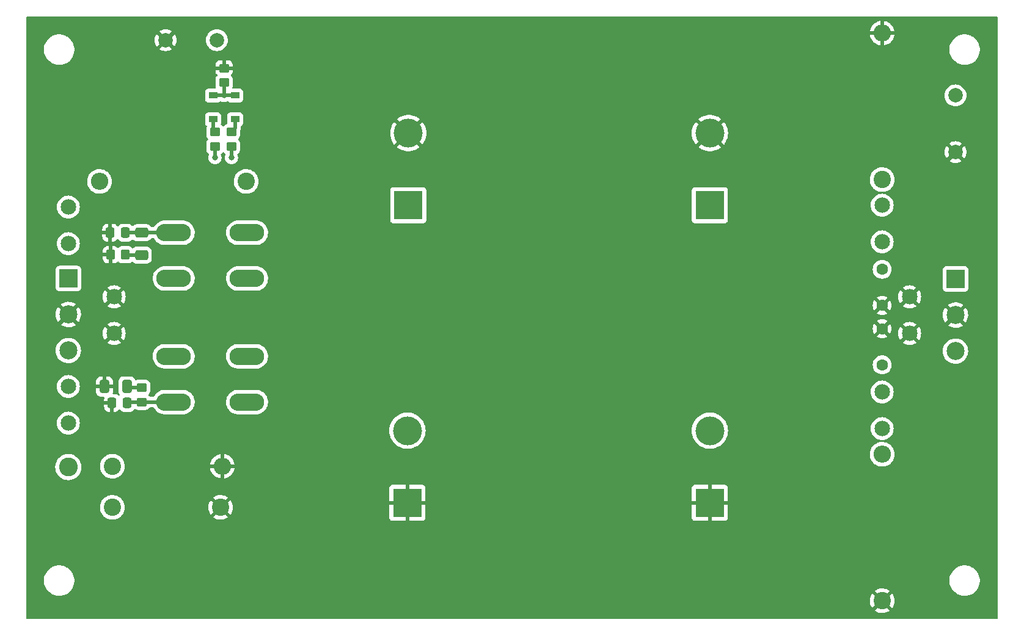
<source format=gbr>
G04 #@! TF.GenerationSoftware,KiCad,Pcbnew,(6.0.1-0)*
G04 #@! TF.CreationDate,2022-02-11T16:00:43+01:00*
G04 #@! TF.ProjectId,psu-mosfet-80w,7073752d-6d6f-4736-9665-742d3830772e,rev?*
G04 #@! TF.SameCoordinates,Original*
G04 #@! TF.FileFunction,Copper,L1,Top*
G04 #@! TF.FilePolarity,Positive*
%FSLAX46Y46*%
G04 Gerber Fmt 4.6, Leading zero omitted, Abs format (unit mm)*
G04 Created by KiCad (PCBNEW (6.0.1-0)) date 2022-02-11 16:00:43*
%MOMM*%
%LPD*%
G01*
G04 APERTURE LIST*
G04 Aperture macros list*
%AMRoundRect*
0 Rectangle with rounded corners*
0 $1 Rounding radius*
0 $2 $3 $4 $5 $6 $7 $8 $9 X,Y pos of 4 corners*
0 Add a 4 corners polygon primitive as box body*
4,1,4,$2,$3,$4,$5,$6,$7,$8,$9,$2,$3,0*
0 Add four circle primitives for the rounded corners*
1,1,$1+$1,$2,$3*
1,1,$1+$1,$4,$5*
1,1,$1+$1,$6,$7*
1,1,$1+$1,$8,$9*
0 Add four rect primitives between the rounded corners*
20,1,$1+$1,$2,$3,$4,$5,0*
20,1,$1+$1,$4,$5,$6,$7,0*
20,1,$1+$1,$6,$7,$8,$9,0*
20,1,$1+$1,$8,$9,$2,$3,0*%
G04 Aperture macros list end*
G04 #@! TA.AperFunction,ComponentPad*
%ADD10C,2.400000*%
G04 #@! TD*
G04 #@! TA.AperFunction,SMDPad,CuDef*
%ADD11RoundRect,0.250000X0.337500X0.475000X-0.337500X0.475000X-0.337500X-0.475000X0.337500X-0.475000X0*%
G04 #@! TD*
G04 #@! TA.AperFunction,SMDPad,CuDef*
%ADD12RoundRect,0.250000X-0.337500X-0.475000X0.337500X-0.475000X0.337500X0.475000X-0.337500X0.475000X0*%
G04 #@! TD*
G04 #@! TA.AperFunction,SMDPad,CuDef*
%ADD13RoundRect,0.249999X-0.650001X0.412501X-0.650001X-0.412501X0.650001X-0.412501X0.650001X0.412501X0*%
G04 #@! TD*
G04 #@! TA.AperFunction,SMDPad,CuDef*
%ADD14RoundRect,0.249999X-0.412501X-0.650001X0.412501X-0.650001X0.412501X0.650001X-0.412501X0.650001X0*%
G04 #@! TD*
G04 #@! TA.AperFunction,ComponentPad*
%ADD15R,4.000000X4.000000*%
G04 #@! TD*
G04 #@! TA.AperFunction,ComponentPad*
%ADD16C,4.000000*%
G04 #@! TD*
G04 #@! TA.AperFunction,ComponentPad*
%ADD17O,4.800600X2.400300*%
G04 #@! TD*
G04 #@! TA.AperFunction,ComponentPad*
%ADD18R,2.500000X2.500000*%
G04 #@! TD*
G04 #@! TA.AperFunction,ComponentPad*
%ADD19C,2.500000*%
G04 #@! TD*
G04 #@! TA.AperFunction,ComponentPad*
%ADD20C,2.600000*%
G04 #@! TD*
G04 #@! TA.AperFunction,ComponentPad*
%ADD21O,2.400000X2.400000*%
G04 #@! TD*
G04 #@! TA.AperFunction,SMDPad,CuDef*
%ADD22RoundRect,0.249999X0.350001X0.450001X-0.350001X0.450001X-0.350001X-0.450001X0.350001X-0.450001X0*%
G04 #@! TD*
G04 #@! TA.AperFunction,SMDPad,CuDef*
%ADD23RoundRect,0.249999X-0.450001X0.350001X-0.450001X-0.350001X0.450001X-0.350001X0.450001X0.350001X0*%
G04 #@! TD*
G04 #@! TA.AperFunction,ComponentPad*
%ADD24C,1.600000*%
G04 #@! TD*
G04 #@! TA.AperFunction,ComponentPad*
%ADD25C,2.145000*%
G04 #@! TD*
G04 #@! TA.AperFunction,ComponentPad*
%ADD26C,2.000000*%
G04 #@! TD*
G04 #@! TA.AperFunction,SMDPad,CuDef*
%ADD27RoundRect,0.250000X0.450000X-0.350000X0.450000X0.350000X-0.450000X0.350000X-0.450000X-0.350000X0*%
G04 #@! TD*
G04 #@! TA.AperFunction,SMDPad,CuDef*
%ADD28R,1.200000X0.900000*%
G04 #@! TD*
G04 #@! TA.AperFunction,SMDPad,CuDef*
%ADD29RoundRect,0.250000X-0.450000X0.350000X-0.450000X-0.350000X0.450000X-0.350000X0.450000X0.350000X0*%
G04 #@! TD*
G04 #@! TA.AperFunction,ViaPad*
%ADD30C,0.800000*%
G04 #@! TD*
G04 #@! TA.AperFunction,Conductor*
%ADD31C,0.500000*%
G04 #@! TD*
G04 APERTURE END LIST*
D10*
X59690000Y-115570000D03*
X74690000Y-115570000D03*
D11*
X61468000Y-77470000D03*
X59393000Y-77470000D03*
D12*
X59647000Y-101092000D03*
X61722000Y-101092000D03*
D13*
X63754000Y-77470000D03*
X63754000Y-80595000D03*
D14*
X58597000Y-98806000D03*
X61722000Y-98806000D03*
D15*
X100711000Y-73660000D03*
D16*
X100711000Y-63660000D03*
X100584000Y-104935000D03*
D15*
X100584000Y-114935000D03*
X142494000Y-73660000D03*
D16*
X142494000Y-63660000D03*
D15*
X142494000Y-114935000D03*
D16*
X142494000Y-104935000D03*
D17*
X68199000Y-94615000D03*
X78359000Y-94615000D03*
X68199000Y-100965000D03*
X78359000Y-100965000D03*
X78359000Y-77470000D03*
X68199000Y-77470000D03*
X78359000Y-83820000D03*
X68199000Y-83820000D03*
D18*
X53594000Y-83820000D03*
D19*
X53594000Y-88820000D03*
X53594000Y-93820000D03*
D20*
X53594000Y-109982000D03*
D10*
X59690000Y-109855000D03*
D21*
X74930000Y-109855000D03*
D22*
X61468000Y-80518000D03*
X59468000Y-80518000D03*
D23*
X63754000Y-98949000D03*
X63754000Y-100949000D03*
D24*
X166370000Y-82550000D03*
X166370000Y-87550000D03*
X166370000Y-90805000D03*
X166370000Y-95805000D03*
D18*
X176530000Y-83900000D03*
D19*
X176530000Y-88900000D03*
X176530000Y-93900000D03*
D25*
X166370000Y-99568000D03*
X166370000Y-104648000D03*
D26*
X176530000Y-66294000D03*
D27*
X76200000Y-65516000D03*
X76200000Y-63516000D03*
X73914000Y-65516000D03*
X73914000Y-63516000D03*
D25*
X53594000Y-78994000D03*
X53594000Y-73914000D03*
X166370000Y-78740000D03*
X166370000Y-73660000D03*
D26*
X176530000Y-58420000D03*
X67078000Y-50768000D03*
D10*
X78232000Y-70358000D03*
D21*
X57912000Y-70358000D03*
D28*
X73660000Y-58436000D03*
X73660000Y-61736000D03*
D26*
X74178000Y-50768000D03*
D25*
X170180000Y-91440000D03*
X170180000Y-86360000D03*
D28*
X76708000Y-61738000D03*
X76708000Y-58438000D03*
D10*
X166370000Y-70104000D03*
D21*
X166370000Y-49784000D03*
D10*
X166370000Y-128524000D03*
D21*
X166370000Y-108204000D03*
D25*
X53594000Y-103886000D03*
X53594000Y-98806000D03*
D29*
X75184000Y-54642000D03*
X75184000Y-56642000D03*
D25*
X59944000Y-91440000D03*
X59944000Y-86360000D03*
D30*
X75168000Y-58436000D03*
X76200000Y-67056000D03*
X73914000Y-67056000D03*
D31*
X75168000Y-58436000D02*
X75168000Y-56658000D01*
X75168000Y-56658000D02*
X75184000Y-56642000D01*
X75168000Y-58436000D02*
X76706000Y-58436000D01*
X73660000Y-58436000D02*
X75168000Y-58436000D01*
X76706000Y-58436000D02*
X76708000Y-58438000D01*
X76708000Y-61738000D02*
X76708000Y-63008000D01*
X76708000Y-63008000D02*
X76200000Y-63516000D01*
X76200000Y-65516000D02*
X76200000Y-67056000D01*
X73914000Y-65516000D02*
X73914000Y-67056000D01*
X63754000Y-98949000D02*
X61865000Y-98949000D01*
X61865000Y-98949000D02*
X61722000Y-98806000D01*
X63754000Y-100949000D02*
X61865000Y-100949000D01*
X61865000Y-100949000D02*
X61722000Y-101092000D01*
X63754000Y-80595000D02*
X61545000Y-80595000D01*
X61545000Y-80595000D02*
X61468000Y-80518000D01*
X63754000Y-77470000D02*
X61468000Y-77470000D01*
X63754000Y-77470000D02*
X68199000Y-77470000D01*
X63754000Y-100949000D02*
X68183000Y-100949000D01*
X68183000Y-100949000D02*
X68199000Y-100965000D01*
X73660000Y-61736000D02*
X73660000Y-63262000D01*
X73660000Y-63262000D02*
X73914000Y-63516000D01*
G04 #@! TA.AperFunction,Conductor*
G36*
X182314121Y-47518002D02*
G01*
X182360614Y-47571658D01*
X182372000Y-47624000D01*
X182372000Y-130938000D01*
X182351998Y-131006121D01*
X182298342Y-131052614D01*
X182246000Y-131064000D01*
X47878000Y-131064000D01*
X47809879Y-131043998D01*
X47763386Y-130990342D01*
X47752000Y-130938000D01*
X47752000Y-129897359D01*
X165361386Y-129897359D01*
X165370099Y-129908879D01*
X165458586Y-129973760D01*
X165466505Y-129978708D01*
X165682877Y-130092547D01*
X165691451Y-130096275D01*
X165922282Y-130176885D01*
X165931291Y-130179299D01*
X166171518Y-130224908D01*
X166180775Y-130225962D01*
X166425107Y-130235563D01*
X166434420Y-130235237D01*
X166677478Y-130208618D01*
X166686655Y-130206917D01*
X166923107Y-130144665D01*
X166931926Y-130141628D01*
X167156584Y-130045107D01*
X167164856Y-130040800D01*
X167372777Y-129912135D01*
X167374620Y-129910796D01*
X167382038Y-129899541D01*
X167375974Y-129889184D01*
X166382812Y-128896022D01*
X166368868Y-128888408D01*
X166367035Y-128888539D01*
X166360420Y-128892790D01*
X165368044Y-129885166D01*
X165361386Y-129897359D01*
X47752000Y-129897359D01*
X47752000Y-128483835D01*
X164658022Y-128483835D01*
X164669754Y-128728064D01*
X164670891Y-128737324D01*
X164718593Y-128977143D01*
X164721082Y-128986118D01*
X164803708Y-129216250D01*
X164807505Y-129224778D01*
X164923234Y-129440160D01*
X164928245Y-129448027D01*
X164985173Y-129524263D01*
X164996431Y-129532712D01*
X165008850Y-129525940D01*
X165997978Y-128536812D01*
X166004356Y-128525132D01*
X166734408Y-128525132D01*
X166734539Y-128526965D01*
X166738790Y-128533580D01*
X167733732Y-129528522D01*
X167746112Y-129535282D01*
X167754453Y-129529038D01*
X167872700Y-129345202D01*
X167877147Y-129337011D01*
X167977572Y-129114076D01*
X167980767Y-129105298D01*
X168047135Y-128869973D01*
X168048993Y-128860844D01*
X168080044Y-128616770D01*
X168080525Y-128610483D01*
X168082706Y-128527160D01*
X168082555Y-128520851D01*
X168064321Y-128275486D01*
X168062944Y-128266280D01*
X168008979Y-128027786D01*
X168006255Y-128018875D01*
X167917633Y-127790983D01*
X167913619Y-127782567D01*
X167792284Y-127570276D01*
X167787074Y-127562553D01*
X167755787Y-127522865D01*
X167743863Y-127514395D01*
X167732328Y-127520882D01*
X166742022Y-128511188D01*
X166734408Y-128525132D01*
X166004356Y-128525132D01*
X166005592Y-128522868D01*
X166005461Y-128521035D01*
X166001210Y-128514420D01*
X165006828Y-127520038D01*
X164993520Y-127512771D01*
X164983481Y-127519893D01*
X164978581Y-127525784D01*
X164973168Y-127533373D01*
X164846322Y-127742409D01*
X164842084Y-127750726D01*
X164747529Y-127976214D01*
X164744572Y-127985052D01*
X164684384Y-128222042D01*
X164682763Y-128231232D01*
X164658267Y-128474510D01*
X164658022Y-128483835D01*
X47752000Y-128483835D01*
X47752000Y-125862703D01*
X50214743Y-125862703D01*
X50252268Y-126147734D01*
X50328129Y-126425036D01*
X50440923Y-126689476D01*
X50452693Y-126709142D01*
X50579870Y-126921639D01*
X50588561Y-126936161D01*
X50768313Y-127160528D01*
X50976851Y-127358423D01*
X51210317Y-127526186D01*
X51214112Y-127528195D01*
X51214113Y-127528196D01*
X51235869Y-127539715D01*
X51464392Y-127660712D01*
X51488699Y-127669607D01*
X51687640Y-127742409D01*
X51734373Y-127759511D01*
X52015264Y-127820755D01*
X52043841Y-127823004D01*
X52238282Y-127838307D01*
X52238291Y-127838307D01*
X52240739Y-127838500D01*
X52396271Y-127838500D01*
X52398407Y-127838354D01*
X52398418Y-127838354D01*
X52606548Y-127824165D01*
X52606554Y-127824164D01*
X52610825Y-127823873D01*
X52615020Y-127823004D01*
X52615022Y-127823004D01*
X52810285Y-127782567D01*
X52892342Y-127765574D01*
X53163343Y-127669607D01*
X53418812Y-127537750D01*
X53422313Y-127535289D01*
X53422317Y-127535287D01*
X53536417Y-127455096D01*
X53654023Y-127372441D01*
X53864622Y-127176740D01*
X53887395Y-127148917D01*
X165359330Y-127148917D01*
X165363903Y-127158693D01*
X166357188Y-128151978D01*
X166371132Y-128159592D01*
X166372965Y-128159461D01*
X166379580Y-128155210D01*
X167372488Y-127162302D01*
X167378872Y-127150612D01*
X167369460Y-127138502D01*
X167243144Y-127050873D01*
X167235116Y-127046145D01*
X167015810Y-126937995D01*
X167007177Y-126934507D01*
X166774288Y-126859958D01*
X166765238Y-126857785D01*
X166523891Y-126818480D01*
X166514602Y-126817668D01*
X166270114Y-126814467D01*
X166260803Y-126815037D01*
X166018522Y-126848010D01*
X166009403Y-126849948D01*
X165774668Y-126918367D01*
X165765915Y-126921639D01*
X165543869Y-127024004D01*
X165535714Y-127028524D01*
X165368468Y-127138175D01*
X165359330Y-127148917D01*
X53887395Y-127148917D01*
X54046713Y-126954268D01*
X54196927Y-126709142D01*
X54312483Y-126445898D01*
X54391244Y-126169406D01*
X54431751Y-125884784D01*
X54431845Y-125866951D01*
X54431867Y-125862703D01*
X175690743Y-125862703D01*
X175728268Y-126147734D01*
X175804129Y-126425036D01*
X175916923Y-126689476D01*
X175928693Y-126709142D01*
X176055870Y-126921639D01*
X176064561Y-126936161D01*
X176244313Y-127160528D01*
X176452851Y-127358423D01*
X176686317Y-127526186D01*
X176690112Y-127528195D01*
X176690113Y-127528196D01*
X176711869Y-127539715D01*
X176940392Y-127660712D01*
X176964699Y-127669607D01*
X177163640Y-127742409D01*
X177210373Y-127759511D01*
X177491264Y-127820755D01*
X177519841Y-127823004D01*
X177714282Y-127838307D01*
X177714291Y-127838307D01*
X177716739Y-127838500D01*
X177872271Y-127838500D01*
X177874407Y-127838354D01*
X177874418Y-127838354D01*
X178082548Y-127824165D01*
X178082554Y-127824164D01*
X178086825Y-127823873D01*
X178091020Y-127823004D01*
X178091022Y-127823004D01*
X178286285Y-127782567D01*
X178368342Y-127765574D01*
X178639343Y-127669607D01*
X178894812Y-127537750D01*
X178898313Y-127535289D01*
X178898317Y-127535287D01*
X179012417Y-127455096D01*
X179130023Y-127372441D01*
X179340622Y-127176740D01*
X179522713Y-126954268D01*
X179672927Y-126709142D01*
X179788483Y-126445898D01*
X179867244Y-126169406D01*
X179907751Y-125884784D01*
X179907845Y-125866951D01*
X179909235Y-125601583D01*
X179909235Y-125601576D01*
X179909257Y-125597297D01*
X179871732Y-125312266D01*
X179795871Y-125034964D01*
X179683077Y-124770524D01*
X179535439Y-124523839D01*
X179355687Y-124299472D01*
X179147149Y-124101577D01*
X178913683Y-123933814D01*
X178891843Y-123922250D01*
X178868654Y-123909972D01*
X178659608Y-123799288D01*
X178389627Y-123700489D01*
X178108736Y-123639245D01*
X178077685Y-123636801D01*
X177885718Y-123621693D01*
X177885709Y-123621693D01*
X177883261Y-123621500D01*
X177727729Y-123621500D01*
X177725593Y-123621646D01*
X177725582Y-123621646D01*
X177517452Y-123635835D01*
X177517446Y-123635836D01*
X177513175Y-123636127D01*
X177508980Y-123636996D01*
X177508978Y-123636996D01*
X177372416Y-123665277D01*
X177231658Y-123694426D01*
X176960657Y-123790393D01*
X176705188Y-123922250D01*
X176701687Y-123924711D01*
X176701683Y-123924713D01*
X176691594Y-123931804D01*
X176469977Y-124087559D01*
X176259378Y-124283260D01*
X176077287Y-124505732D01*
X175927073Y-124750858D01*
X175811517Y-125014102D01*
X175732756Y-125290594D01*
X175692249Y-125575216D01*
X175692227Y-125579505D01*
X175692226Y-125579512D01*
X175690765Y-125858417D01*
X175690743Y-125862703D01*
X54431867Y-125862703D01*
X54433235Y-125601583D01*
X54433235Y-125601576D01*
X54433257Y-125597297D01*
X54395732Y-125312266D01*
X54319871Y-125034964D01*
X54207077Y-124770524D01*
X54059439Y-124523839D01*
X53879687Y-124299472D01*
X53671149Y-124101577D01*
X53437683Y-123933814D01*
X53415843Y-123922250D01*
X53392654Y-123909972D01*
X53183608Y-123799288D01*
X52913627Y-123700489D01*
X52632736Y-123639245D01*
X52601685Y-123636801D01*
X52409718Y-123621693D01*
X52409709Y-123621693D01*
X52407261Y-123621500D01*
X52251729Y-123621500D01*
X52249593Y-123621646D01*
X52249582Y-123621646D01*
X52041452Y-123635835D01*
X52041446Y-123635836D01*
X52037175Y-123636127D01*
X52032980Y-123636996D01*
X52032978Y-123636996D01*
X51896416Y-123665277D01*
X51755658Y-123694426D01*
X51484657Y-123790393D01*
X51229188Y-123922250D01*
X51225687Y-123924711D01*
X51225683Y-123924713D01*
X51215594Y-123931804D01*
X50993977Y-124087559D01*
X50783378Y-124283260D01*
X50601287Y-124505732D01*
X50451073Y-124750858D01*
X50335517Y-125014102D01*
X50256756Y-125290594D01*
X50216249Y-125575216D01*
X50216227Y-125579505D01*
X50216226Y-125579512D01*
X50214765Y-125858417D01*
X50214743Y-125862703D01*
X47752000Y-125862703D01*
X47752000Y-115525151D01*
X57977296Y-115525151D01*
X57977520Y-115529817D01*
X57977520Y-115529822D01*
X57980066Y-115582812D01*
X57989480Y-115778798D01*
X58039021Y-116027857D01*
X58040600Y-116032255D01*
X58040602Y-116032262D01*
X58085022Y-116155980D01*
X58124831Y-116266858D01*
X58127048Y-116270984D01*
X58242666Y-116486160D01*
X58245025Y-116490551D01*
X58247820Y-116494294D01*
X58247822Y-116494297D01*
X58394171Y-116690282D01*
X58394176Y-116690288D01*
X58396963Y-116694020D01*
X58400272Y-116697300D01*
X58400277Y-116697306D01*
X58498859Y-116795031D01*
X58577307Y-116872797D01*
X58581069Y-116875555D01*
X58581072Y-116875558D01*
X58656912Y-116931166D01*
X58782094Y-117022953D01*
X58786229Y-117025129D01*
X58786233Y-117025131D01*
X58838451Y-117052604D01*
X59006827Y-117141191D01*
X59098069Y-117173054D01*
X59240764Y-117222885D01*
X59246568Y-117224912D01*
X59496050Y-117272278D01*
X59616532Y-117277011D01*
X59745125Y-117282064D01*
X59745130Y-117282064D01*
X59749793Y-117282247D01*
X59840821Y-117272278D01*
X59997569Y-117255112D01*
X59997575Y-117255111D01*
X60002222Y-117254602D01*
X60111680Y-117225784D01*
X60243273Y-117191138D01*
X60247793Y-117189948D01*
X60367433Y-117138547D01*
X60476807Y-117091557D01*
X60476810Y-117091555D01*
X60481110Y-117089708D01*
X60485090Y-117087245D01*
X60485094Y-117087243D01*
X60693064Y-116958547D01*
X60693066Y-116958545D01*
X60697047Y-116956082D01*
X60712076Y-116943359D01*
X73681386Y-116943359D01*
X73690099Y-116954879D01*
X73778586Y-117019760D01*
X73786505Y-117024708D01*
X74002877Y-117138547D01*
X74011451Y-117142275D01*
X74242282Y-117222885D01*
X74251291Y-117225299D01*
X74491518Y-117270908D01*
X74500775Y-117271962D01*
X74745107Y-117281563D01*
X74754420Y-117281237D01*
X74997478Y-117254618D01*
X75006655Y-117252917D01*
X75243107Y-117190665D01*
X75251926Y-117187628D01*
X75476584Y-117091107D01*
X75484856Y-117086800D01*
X75657978Y-116979669D01*
X98076001Y-116979669D01*
X98076371Y-116986490D01*
X98081895Y-117037352D01*
X98085521Y-117052604D01*
X98130676Y-117173054D01*
X98139214Y-117188649D01*
X98215715Y-117290724D01*
X98228276Y-117303285D01*
X98330351Y-117379786D01*
X98345946Y-117388324D01*
X98466394Y-117433478D01*
X98481649Y-117437105D01*
X98532514Y-117442631D01*
X98539328Y-117443000D01*
X100311885Y-117443000D01*
X100327124Y-117438525D01*
X100328329Y-117437135D01*
X100330000Y-117429452D01*
X100330000Y-117424884D01*
X100838000Y-117424884D01*
X100842475Y-117440123D01*
X100843865Y-117441328D01*
X100851548Y-117442999D01*
X102628669Y-117442999D01*
X102635490Y-117442629D01*
X102686352Y-117437105D01*
X102701604Y-117433479D01*
X102822054Y-117388324D01*
X102837649Y-117379786D01*
X102939724Y-117303285D01*
X102952285Y-117290724D01*
X103028786Y-117188649D01*
X103037324Y-117173054D01*
X103082478Y-117052606D01*
X103086105Y-117037351D01*
X103091631Y-116986486D01*
X103092000Y-116979672D01*
X103092000Y-116979669D01*
X139986001Y-116979669D01*
X139986371Y-116986490D01*
X139991895Y-117037352D01*
X139995521Y-117052604D01*
X140040676Y-117173054D01*
X140049214Y-117188649D01*
X140125715Y-117290724D01*
X140138276Y-117303285D01*
X140240351Y-117379786D01*
X140255946Y-117388324D01*
X140376394Y-117433478D01*
X140391649Y-117437105D01*
X140442514Y-117442631D01*
X140449328Y-117443000D01*
X142221885Y-117443000D01*
X142237124Y-117438525D01*
X142238329Y-117437135D01*
X142240000Y-117429452D01*
X142240000Y-117424884D01*
X142748000Y-117424884D01*
X142752475Y-117440123D01*
X142753865Y-117441328D01*
X142761548Y-117442999D01*
X144538669Y-117442999D01*
X144545490Y-117442629D01*
X144596352Y-117437105D01*
X144611604Y-117433479D01*
X144732054Y-117388324D01*
X144747649Y-117379786D01*
X144849724Y-117303285D01*
X144862285Y-117290724D01*
X144938786Y-117188649D01*
X144947324Y-117173054D01*
X144992478Y-117052606D01*
X144996105Y-117037351D01*
X145001631Y-116986486D01*
X145002000Y-116979672D01*
X145002000Y-115207115D01*
X144997525Y-115191876D01*
X144996135Y-115190671D01*
X144988452Y-115189000D01*
X142766115Y-115189000D01*
X142750876Y-115193475D01*
X142749671Y-115194865D01*
X142748000Y-115202548D01*
X142748000Y-117424884D01*
X142240000Y-117424884D01*
X142240000Y-115207115D01*
X142235525Y-115191876D01*
X142234135Y-115190671D01*
X142226452Y-115189000D01*
X140004116Y-115189000D01*
X139988877Y-115193475D01*
X139987672Y-115194865D01*
X139986001Y-115202548D01*
X139986001Y-116979669D01*
X103092000Y-116979669D01*
X103092000Y-115207115D01*
X103087525Y-115191876D01*
X103086135Y-115190671D01*
X103078452Y-115189000D01*
X100856115Y-115189000D01*
X100840876Y-115193475D01*
X100839671Y-115194865D01*
X100838000Y-115202548D01*
X100838000Y-117424884D01*
X100330000Y-117424884D01*
X100330000Y-115207115D01*
X100325525Y-115191876D01*
X100324135Y-115190671D01*
X100316452Y-115189000D01*
X98094116Y-115189000D01*
X98078877Y-115193475D01*
X98077672Y-115194865D01*
X98076001Y-115202548D01*
X98076001Y-116979669D01*
X75657978Y-116979669D01*
X75692777Y-116958135D01*
X75694620Y-116956796D01*
X75702038Y-116945541D01*
X75695974Y-116935184D01*
X74702812Y-115942022D01*
X74688868Y-115934408D01*
X74687035Y-115934539D01*
X74680420Y-115938790D01*
X73688044Y-116931166D01*
X73681386Y-116943359D01*
X60712076Y-116943359D01*
X60795428Y-116872797D01*
X60887289Y-116795031D01*
X60887291Y-116795029D01*
X60890862Y-116792006D01*
X61058295Y-116601084D01*
X61072686Y-116578712D01*
X61193141Y-116391442D01*
X61195669Y-116387512D01*
X61299967Y-116155980D01*
X61301288Y-116151298D01*
X61334859Y-116032262D01*
X61368896Y-115911575D01*
X61400943Y-115659667D01*
X61401027Y-115656483D01*
X61402264Y-115609233D01*
X61403291Y-115570000D01*
X61400306Y-115529835D01*
X72978022Y-115529835D01*
X72989754Y-115774064D01*
X72990891Y-115783324D01*
X73038593Y-116023143D01*
X73041082Y-116032118D01*
X73123708Y-116262250D01*
X73127505Y-116270778D01*
X73243234Y-116486160D01*
X73248245Y-116494027D01*
X73305173Y-116570263D01*
X73316431Y-116578712D01*
X73328850Y-116571940D01*
X74317978Y-115582812D01*
X74324356Y-115571132D01*
X75054408Y-115571132D01*
X75054539Y-115572965D01*
X75058790Y-115579580D01*
X76053732Y-116574522D01*
X76066112Y-116581282D01*
X76074453Y-116575038D01*
X76192700Y-116391202D01*
X76197147Y-116383011D01*
X76297572Y-116160076D01*
X76300767Y-116151298D01*
X76367135Y-115915973D01*
X76368993Y-115906844D01*
X76400044Y-115662770D01*
X76400525Y-115656483D01*
X76402706Y-115573160D01*
X76402555Y-115566851D01*
X76384321Y-115321486D01*
X76382944Y-115312280D01*
X76328979Y-115073786D01*
X76326255Y-115064875D01*
X76237633Y-114836983D01*
X76233619Y-114828567D01*
X76138923Y-114662885D01*
X98076000Y-114662885D01*
X98080475Y-114678124D01*
X98081865Y-114679329D01*
X98089548Y-114681000D01*
X100311885Y-114681000D01*
X100327124Y-114676525D01*
X100328329Y-114675135D01*
X100330000Y-114667452D01*
X100330000Y-114662885D01*
X100838000Y-114662885D01*
X100842475Y-114678124D01*
X100843865Y-114679329D01*
X100851548Y-114681000D01*
X103073884Y-114681000D01*
X103089123Y-114676525D01*
X103090328Y-114675135D01*
X103091999Y-114667452D01*
X103091999Y-114662885D01*
X139986000Y-114662885D01*
X139990475Y-114678124D01*
X139991865Y-114679329D01*
X139999548Y-114681000D01*
X142221885Y-114681000D01*
X142237124Y-114676525D01*
X142238329Y-114675135D01*
X142240000Y-114667452D01*
X142240000Y-114662885D01*
X142748000Y-114662885D01*
X142752475Y-114678124D01*
X142753865Y-114679329D01*
X142761548Y-114681000D01*
X144983884Y-114681000D01*
X144999123Y-114676525D01*
X145000328Y-114675135D01*
X145001999Y-114667452D01*
X145001999Y-112890331D01*
X145001629Y-112883510D01*
X144996105Y-112832648D01*
X144992479Y-112817396D01*
X144947324Y-112696946D01*
X144938786Y-112681351D01*
X144862285Y-112579276D01*
X144849724Y-112566715D01*
X144747649Y-112490214D01*
X144732054Y-112481676D01*
X144611606Y-112436522D01*
X144596351Y-112432895D01*
X144545486Y-112427369D01*
X144538672Y-112427000D01*
X142766115Y-112427000D01*
X142750876Y-112431475D01*
X142749671Y-112432865D01*
X142748000Y-112440548D01*
X142748000Y-114662885D01*
X142240000Y-114662885D01*
X142240000Y-112445116D01*
X142235525Y-112429877D01*
X142234135Y-112428672D01*
X142226452Y-112427001D01*
X140449331Y-112427001D01*
X140442510Y-112427371D01*
X140391648Y-112432895D01*
X140376396Y-112436521D01*
X140255946Y-112481676D01*
X140240351Y-112490214D01*
X140138276Y-112566715D01*
X140125715Y-112579276D01*
X140049214Y-112681351D01*
X140040676Y-112696946D01*
X139995522Y-112817394D01*
X139991895Y-112832649D01*
X139986369Y-112883514D01*
X139986000Y-112890328D01*
X139986000Y-114662885D01*
X103091999Y-114662885D01*
X103091999Y-112890331D01*
X103091629Y-112883510D01*
X103086105Y-112832648D01*
X103082479Y-112817396D01*
X103037324Y-112696946D01*
X103028786Y-112681351D01*
X102952285Y-112579276D01*
X102939724Y-112566715D01*
X102837649Y-112490214D01*
X102822054Y-112481676D01*
X102701606Y-112436522D01*
X102686351Y-112432895D01*
X102635486Y-112427369D01*
X102628672Y-112427000D01*
X100856115Y-112427000D01*
X100840876Y-112431475D01*
X100839671Y-112432865D01*
X100838000Y-112440548D01*
X100838000Y-114662885D01*
X100330000Y-114662885D01*
X100330000Y-112445116D01*
X100325525Y-112429877D01*
X100324135Y-112428672D01*
X100316452Y-112427001D01*
X98539331Y-112427001D01*
X98532510Y-112427371D01*
X98481648Y-112432895D01*
X98466396Y-112436521D01*
X98345946Y-112481676D01*
X98330351Y-112490214D01*
X98228276Y-112566715D01*
X98215715Y-112579276D01*
X98139214Y-112681351D01*
X98130676Y-112696946D01*
X98085522Y-112817394D01*
X98081895Y-112832649D01*
X98076369Y-112883514D01*
X98076000Y-112890328D01*
X98076000Y-114662885D01*
X76138923Y-114662885D01*
X76112284Y-114616276D01*
X76107074Y-114608553D01*
X76075787Y-114568865D01*
X76063863Y-114560395D01*
X76052328Y-114566882D01*
X75062022Y-115557188D01*
X75054408Y-115571132D01*
X74324356Y-115571132D01*
X74325592Y-115568868D01*
X74325461Y-115567035D01*
X74321210Y-115560420D01*
X73326828Y-114566038D01*
X73313520Y-114558771D01*
X73303481Y-114565893D01*
X73298581Y-114571784D01*
X73293168Y-114579373D01*
X73166322Y-114788409D01*
X73162084Y-114796726D01*
X73067529Y-115022214D01*
X73064572Y-115031052D01*
X73004384Y-115268042D01*
X73002763Y-115277232D01*
X72978267Y-115520510D01*
X72978022Y-115529835D01*
X61400306Y-115529835D01*
X61399612Y-115520497D01*
X61384818Y-115321411D01*
X61384817Y-115321407D01*
X61384472Y-115316759D01*
X61373449Y-115268042D01*
X61329459Y-115073639D01*
X61328428Y-115069082D01*
X61236391Y-114832409D01*
X61215866Y-114796498D01*
X61112702Y-114615997D01*
X61112700Y-114615995D01*
X61110383Y-114611940D01*
X60953171Y-114412517D01*
X60768209Y-114238523D01*
X60719443Y-114204693D01*
X60705351Y-114194917D01*
X73679330Y-114194917D01*
X73683903Y-114204693D01*
X74677188Y-115197978D01*
X74691132Y-115205592D01*
X74692965Y-115205461D01*
X74699580Y-115201210D01*
X75692488Y-114208302D01*
X75698872Y-114196612D01*
X75689460Y-114184502D01*
X75563144Y-114096873D01*
X75555116Y-114092145D01*
X75335810Y-113983995D01*
X75327177Y-113980507D01*
X75094288Y-113905958D01*
X75085238Y-113903785D01*
X74843891Y-113864480D01*
X74834602Y-113863668D01*
X74590114Y-113860467D01*
X74580803Y-113861037D01*
X74338522Y-113894010D01*
X74329403Y-113895948D01*
X74094668Y-113964367D01*
X74085915Y-113967639D01*
X73863869Y-114070004D01*
X73855714Y-114074524D01*
X73688468Y-114184175D01*
X73679330Y-114194917D01*
X60705351Y-114194917D01*
X60563393Y-114096437D01*
X60563390Y-114096435D01*
X60559561Y-114093779D01*
X60555384Y-114091719D01*
X60555377Y-114091715D01*
X60335996Y-113983528D01*
X60335992Y-113983527D01*
X60331810Y-113981464D01*
X60089960Y-113904047D01*
X60085355Y-113903297D01*
X59843935Y-113863980D01*
X59843934Y-113863980D01*
X59839323Y-113863229D01*
X59712364Y-113861567D01*
X59590083Y-113859966D01*
X59590080Y-113859966D01*
X59585406Y-113859905D01*
X59333787Y-113894149D01*
X59329301Y-113895457D01*
X59329299Y-113895457D01*
X59302401Y-113903297D01*
X59089993Y-113965208D01*
X59085740Y-113967168D01*
X59085739Y-113967169D01*
X59057818Y-113980041D01*
X58859380Y-114071522D01*
X58855471Y-114074085D01*
X58650928Y-114208189D01*
X58650923Y-114208193D01*
X58647015Y-114210755D01*
X58457562Y-114379848D01*
X58295183Y-114575087D01*
X58163447Y-114792182D01*
X58161638Y-114796496D01*
X58161637Y-114796498D01*
X58148190Y-114828567D01*
X58065246Y-115026365D01*
X58064095Y-115030897D01*
X58064094Y-115030900D01*
X58033017Y-115153267D01*
X58002738Y-115272490D01*
X57977296Y-115525151D01*
X47752000Y-115525151D01*
X47752000Y-109934526D01*
X51781050Y-109934526D01*
X51781274Y-109939192D01*
X51781274Y-109939197D01*
X51783179Y-109978851D01*
X51793947Y-110203019D01*
X51846388Y-110466656D01*
X51937220Y-110719646D01*
X51939432Y-110723762D01*
X51939433Y-110723765D01*
X51965045Y-110771431D01*
X52064450Y-110956431D01*
X52067241Y-110960168D01*
X52067245Y-110960175D01*
X52156475Y-111079668D01*
X52225281Y-111171810D01*
X52228590Y-111175090D01*
X52228595Y-111175096D01*
X52412863Y-111357762D01*
X52416180Y-111361050D01*
X52419942Y-111363808D01*
X52419945Y-111363811D01*
X52572495Y-111475665D01*
X52632954Y-111519995D01*
X52637089Y-111522171D01*
X52637093Y-111522173D01*
X52866698Y-111642975D01*
X52870840Y-111645154D01*
X53124613Y-111733775D01*
X53129206Y-111734647D01*
X53384109Y-111783042D01*
X53384112Y-111783042D01*
X53388698Y-111783913D01*
X53516370Y-111788929D01*
X53652625Y-111794283D01*
X53652630Y-111794283D01*
X53657293Y-111794466D01*
X53761607Y-111783042D01*
X53919844Y-111765713D01*
X53919850Y-111765712D01*
X53924497Y-111765203D01*
X53929021Y-111764012D01*
X54179918Y-111697956D01*
X54179920Y-111697955D01*
X54184441Y-111696765D01*
X54188738Y-111694919D01*
X54427120Y-111592502D01*
X54427122Y-111592501D01*
X54431414Y-111590657D01*
X54550071Y-111517230D01*
X54656017Y-111451669D01*
X54656021Y-111451666D01*
X54659990Y-111449210D01*
X54865149Y-111275530D01*
X55042382Y-111073434D01*
X55100998Y-110982306D01*
X55160824Y-110889295D01*
X55187797Y-110847361D01*
X55298199Y-110602278D01*
X55335209Y-110471051D01*
X55369893Y-110348072D01*
X55369894Y-110348069D01*
X55371163Y-110343568D01*
X55389304Y-110200973D01*
X55404688Y-110080045D01*
X55404688Y-110080041D01*
X55405086Y-110076915D01*
X55405310Y-110068386D01*
X55407488Y-109985160D01*
X55407571Y-109982000D01*
X55394800Y-109810151D01*
X57977296Y-109810151D01*
X57977520Y-109814817D01*
X57977520Y-109814822D01*
X57978016Y-109825138D01*
X57989480Y-110063798D01*
X58039021Y-110312857D01*
X58040600Y-110317255D01*
X58040602Y-110317262D01*
X58085022Y-110440980D01*
X58124831Y-110551858D01*
X58127048Y-110555984D01*
X58242666Y-110771160D01*
X58245025Y-110775551D01*
X58247820Y-110779294D01*
X58247822Y-110779297D01*
X58394171Y-110975282D01*
X58394176Y-110975288D01*
X58396963Y-110979020D01*
X58400272Y-110982300D01*
X58400277Y-110982306D01*
X58498493Y-111079668D01*
X58577307Y-111157797D01*
X58581069Y-111160555D01*
X58581072Y-111160558D01*
X58741993Y-111278550D01*
X58782094Y-111307953D01*
X58786229Y-111310129D01*
X58786233Y-111310131D01*
X58888262Y-111363811D01*
X59006827Y-111426191D01*
X59072744Y-111449210D01*
X59240764Y-111507885D01*
X59246568Y-111509912D01*
X59496050Y-111557278D01*
X59616532Y-111562011D01*
X59745125Y-111567064D01*
X59745130Y-111567064D01*
X59749793Y-111567247D01*
X59848774Y-111556407D01*
X59997569Y-111540112D01*
X59997575Y-111540111D01*
X60002222Y-111539602D01*
X60008615Y-111537919D01*
X60243273Y-111476138D01*
X60247793Y-111474948D01*
X60367433Y-111423547D01*
X60476807Y-111376557D01*
X60476810Y-111376555D01*
X60481110Y-111374708D01*
X60485090Y-111372245D01*
X60485094Y-111372243D01*
X60693064Y-111243547D01*
X60693066Y-111243545D01*
X60697047Y-111241082D01*
X60792166Y-111160558D01*
X60887289Y-111080031D01*
X60887291Y-111080029D01*
X60890862Y-111077006D01*
X61058295Y-110886084D01*
X61083203Y-110847361D01*
X61193141Y-110676442D01*
X61195669Y-110672512D01*
X61299967Y-110440980D01*
X61301288Y-110436298D01*
X61334859Y-110317262D01*
X61368896Y-110196575D01*
X61377561Y-110128460D01*
X73242852Y-110128460D01*
X73278593Y-110308143D01*
X73281082Y-110317118D01*
X73363708Y-110547250D01*
X73367505Y-110555778D01*
X73483234Y-110771160D01*
X73488245Y-110779027D01*
X73634550Y-110974953D01*
X73640656Y-110981977D01*
X73814316Y-111154127D01*
X73821398Y-111160176D01*
X74018586Y-111304760D01*
X74026505Y-111309708D01*
X74242877Y-111423547D01*
X74251451Y-111427275D01*
X74482282Y-111507885D01*
X74491291Y-111510299D01*
X74658201Y-111541988D01*
X74671261Y-111540704D01*
X74675506Y-111527360D01*
X75184000Y-111527360D01*
X75188171Y-111541565D01*
X75200933Y-111543620D01*
X75237487Y-111539617D01*
X75246649Y-111537919D01*
X75483107Y-111475665D01*
X75491926Y-111472628D01*
X75716584Y-111376107D01*
X75724856Y-111371800D01*
X75932777Y-111243135D01*
X75940317Y-111237657D01*
X76126943Y-111079668D01*
X76133593Y-111073132D01*
X76294813Y-110889295D01*
X76300420Y-110881854D01*
X76432700Y-110676202D01*
X76437147Y-110668011D01*
X76537572Y-110445076D01*
X76540767Y-110436298D01*
X76607135Y-110200973D01*
X76608993Y-110191844D01*
X76617246Y-110126969D01*
X76614958Y-110112708D01*
X76601938Y-110109000D01*
X75202115Y-110109000D01*
X75186876Y-110113475D01*
X75185671Y-110114865D01*
X75184000Y-110122548D01*
X75184000Y-111527360D01*
X74675506Y-111527360D01*
X74676000Y-111525808D01*
X74676000Y-110127115D01*
X74671525Y-110111876D01*
X74670135Y-110110671D01*
X74662452Y-110109000D01*
X73257096Y-110109000D01*
X73244695Y-110112641D01*
X73242852Y-110128460D01*
X61377561Y-110128460D01*
X61400943Y-109944667D01*
X61401087Y-109939197D01*
X61402442Y-109887411D01*
X61403291Y-109855000D01*
X61393672Y-109725557D01*
X61384818Y-109606411D01*
X61384817Y-109606407D01*
X61384472Y-109601759D01*
X61383402Y-109597027D01*
X61380223Y-109582976D01*
X73240675Y-109582976D01*
X73243435Y-109597703D01*
X73255614Y-109601000D01*
X74657885Y-109601000D01*
X74673124Y-109596525D01*
X74674329Y-109595135D01*
X74676000Y-109587452D01*
X74676000Y-109582885D01*
X75184000Y-109582885D01*
X75188475Y-109598124D01*
X75189865Y-109599329D01*
X75197548Y-109601000D01*
X76605671Y-109601000D01*
X76619202Y-109597027D01*
X76620634Y-109587068D01*
X76568979Y-109358786D01*
X76566255Y-109349875D01*
X76477633Y-109121983D01*
X76473619Y-109113567D01*
X76352286Y-108901281D01*
X76347070Y-108893548D01*
X76195692Y-108701525D01*
X76189399Y-108694657D01*
X76011294Y-108527112D01*
X76004060Y-108521254D01*
X75803141Y-108381872D01*
X75795115Y-108377144D01*
X75575810Y-108268995D01*
X75567177Y-108265507D01*
X75334288Y-108190958D01*
X75325238Y-108188785D01*
X75201880Y-108168696D01*
X75188286Y-108170393D01*
X75184000Y-108184500D01*
X75184000Y-109582885D01*
X74676000Y-109582885D01*
X74676000Y-108183859D01*
X74671982Y-108170175D01*
X74658290Y-108168154D01*
X74578521Y-108179010D01*
X74569403Y-108180948D01*
X74334668Y-108249367D01*
X74325915Y-108252639D01*
X74103869Y-108355004D01*
X74095714Y-108359524D01*
X73891233Y-108493587D01*
X73883828Y-108499270D01*
X73701413Y-108662082D01*
X73694935Y-108668790D01*
X73538584Y-108856781D01*
X73533163Y-108864381D01*
X73406322Y-109073409D01*
X73402084Y-109081726D01*
X73307529Y-109307214D01*
X73304572Y-109316052D01*
X73244382Y-109553048D01*
X73242764Y-109562228D01*
X73240675Y-109582976D01*
X61380223Y-109582976D01*
X61329459Y-109358639D01*
X61328428Y-109354082D01*
X61318293Y-109328020D01*
X61238084Y-109121762D01*
X61238083Y-109121760D01*
X61236391Y-109117409D01*
X61215866Y-109081498D01*
X61112702Y-108900997D01*
X61112700Y-108900995D01*
X61110383Y-108896940D01*
X60953171Y-108697517D01*
X60786728Y-108540944D01*
X60771610Y-108526722D01*
X60771608Y-108526720D01*
X60768209Y-108523523D01*
X60615098Y-108417306D01*
X60563393Y-108381437D01*
X60563390Y-108381435D01*
X60559561Y-108378779D01*
X60555384Y-108376719D01*
X60555377Y-108376715D01*
X60335996Y-108268528D01*
X60335992Y-108268527D01*
X60331810Y-108266464D01*
X60089960Y-108189047D01*
X60058104Y-108183859D01*
X59906388Y-108159151D01*
X164657296Y-108159151D01*
X164657520Y-108163817D01*
X164657520Y-108163822D01*
X164661670Y-108250208D01*
X164669480Y-108412798D01*
X164690976Y-108520864D01*
X164701903Y-108575797D01*
X164719021Y-108661857D01*
X164720600Y-108666255D01*
X164720602Y-108666262D01*
X164765022Y-108789980D01*
X164804831Y-108900858D01*
X164807048Y-108904984D01*
X164897546Y-109073409D01*
X164925025Y-109124551D01*
X164927820Y-109128294D01*
X164927822Y-109128297D01*
X165074171Y-109324282D01*
X165074176Y-109324288D01*
X165076963Y-109328020D01*
X165080272Y-109331300D01*
X165080277Y-109331306D01*
X165253990Y-109503509D01*
X165257307Y-109506797D01*
X165261069Y-109509555D01*
X165261072Y-109509558D01*
X165380365Y-109597027D01*
X165462094Y-109656953D01*
X165466229Y-109659129D01*
X165466233Y-109659131D01*
X165579250Y-109718592D01*
X165686827Y-109775191D01*
X165800313Y-109814822D01*
X165915366Y-109855000D01*
X165926568Y-109858912D01*
X166176050Y-109906278D01*
X166296532Y-109911011D01*
X166425125Y-109916064D01*
X166425130Y-109916064D01*
X166429793Y-109916247D01*
X166528774Y-109905407D01*
X166677569Y-109889112D01*
X166677575Y-109889111D01*
X166682222Y-109888602D01*
X166791680Y-109859784D01*
X166923273Y-109825138D01*
X166927793Y-109823948D01*
X167046353Y-109773011D01*
X167156807Y-109725557D01*
X167156810Y-109725555D01*
X167161110Y-109723708D01*
X167165090Y-109721245D01*
X167165094Y-109721243D01*
X167373064Y-109592547D01*
X167373066Y-109592545D01*
X167377047Y-109590082D01*
X167385441Y-109582976D01*
X167567289Y-109429031D01*
X167567291Y-109429029D01*
X167570862Y-109426006D01*
X167738295Y-109235084D01*
X167760066Y-109201238D01*
X167873141Y-109025442D01*
X167875669Y-109021512D01*
X167979967Y-108789980D01*
X168048896Y-108545575D01*
X168080943Y-108293667D01*
X168081250Y-108281967D01*
X168083150Y-108209368D01*
X168083291Y-108204000D01*
X168080777Y-108170175D01*
X168064818Y-107955411D01*
X168064817Y-107955407D01*
X168064472Y-107950759D01*
X168008428Y-107703082D01*
X167916391Y-107466409D01*
X167914073Y-107462353D01*
X167792702Y-107249997D01*
X167792700Y-107249995D01*
X167790383Y-107245940D01*
X167633171Y-107046517D01*
X167448209Y-106872523D01*
X167404483Y-106842189D01*
X167243393Y-106730437D01*
X167243390Y-106730435D01*
X167239561Y-106727779D01*
X167235384Y-106725719D01*
X167235377Y-106725715D01*
X167015996Y-106617528D01*
X167015992Y-106617527D01*
X167011810Y-106615464D01*
X166769960Y-106538047D01*
X166765355Y-106537297D01*
X166523935Y-106497980D01*
X166523934Y-106497980D01*
X166519323Y-106497229D01*
X166392364Y-106495567D01*
X166270083Y-106493966D01*
X166270080Y-106493966D01*
X166265406Y-106493905D01*
X166013787Y-106528149D01*
X165769993Y-106599208D01*
X165539380Y-106705522D01*
X165535471Y-106708085D01*
X165330928Y-106842189D01*
X165330923Y-106842193D01*
X165327015Y-106844755D01*
X165137562Y-107013848D01*
X164975183Y-107209087D01*
X164843447Y-107426182D01*
X164745246Y-107660365D01*
X164682738Y-107906490D01*
X164657296Y-108159151D01*
X59906388Y-108159151D01*
X59843935Y-108148980D01*
X59843934Y-108148980D01*
X59839323Y-108148229D01*
X59712365Y-108146567D01*
X59590083Y-108144966D01*
X59590080Y-108144966D01*
X59585406Y-108144905D01*
X59333787Y-108179149D01*
X59329301Y-108180457D01*
X59329299Y-108180457D01*
X59315428Y-108184500D01*
X59089993Y-108250208D01*
X59085740Y-108252168D01*
X59085739Y-108252169D01*
X59057818Y-108265041D01*
X58859380Y-108356522D01*
X58855471Y-108359085D01*
X58650928Y-108493189D01*
X58650923Y-108493193D01*
X58647015Y-108495755D01*
X58596736Y-108540631D01*
X58466054Y-108657269D01*
X58457562Y-108664848D01*
X58295183Y-108860087D01*
X58163447Y-109077182D01*
X58161638Y-109081496D01*
X58161637Y-109081498D01*
X58130959Y-109154658D01*
X58065246Y-109311365D01*
X58064095Y-109315897D01*
X58064094Y-109315900D01*
X58042169Y-109402231D01*
X58002738Y-109557490D01*
X57977296Y-109810151D01*
X55394800Y-109810151D01*
X55387650Y-109713937D01*
X55374756Y-109656953D01*
X55329361Y-109456331D01*
X55329360Y-109456326D01*
X55328327Y-109451763D01*
X55230902Y-109201238D01*
X55097518Y-108967864D01*
X55045029Y-108901281D01*
X55009720Y-108856492D01*
X54931105Y-108756769D01*
X54735317Y-108572591D01*
X54514457Y-108419374D01*
X54510264Y-108417306D01*
X54277564Y-108302551D01*
X54277561Y-108302550D01*
X54273376Y-108300486D01*
X54252074Y-108293667D01*
X54162646Y-108265041D01*
X54017370Y-108218538D01*
X54012763Y-108217788D01*
X54012760Y-108217787D01*
X53783544Y-108180457D01*
X53752063Y-108175330D01*
X53621719Y-108173624D01*
X53487961Y-108171873D01*
X53487958Y-108171873D01*
X53483284Y-108171812D01*
X53216937Y-108208060D01*
X52958874Y-108283278D01*
X52954621Y-108285238D01*
X52954620Y-108285239D01*
X52929547Y-108296798D01*
X52714763Y-108395815D01*
X52710854Y-108398378D01*
X52493881Y-108540631D01*
X52493876Y-108540635D01*
X52489968Y-108543197D01*
X52486476Y-108546314D01*
X52349638Y-108668447D01*
X52289426Y-108722188D01*
X52117544Y-108928854D01*
X52115121Y-108932847D01*
X51998792Y-109124551D01*
X51978096Y-109158656D01*
X51976287Y-109162970D01*
X51976285Y-109162974D01*
X51894175Y-109358786D01*
X51874148Y-109406545D01*
X51807981Y-109667077D01*
X51781050Y-109934526D01*
X47752000Y-109934526D01*
X47752000Y-103886000D01*
X52008111Y-103886000D01*
X52027636Y-104134088D01*
X52028790Y-104138895D01*
X52028791Y-104138901D01*
X52034516Y-104162745D01*
X52085730Y-104376067D01*
X52087623Y-104380638D01*
X52087624Y-104380640D01*
X52097651Y-104404846D01*
X52180963Y-104605979D01*
X52310989Y-104818162D01*
X52472607Y-105007393D01*
X52661838Y-105169011D01*
X52874021Y-105299037D01*
X52878591Y-105300930D01*
X52878595Y-105300932D01*
X53099360Y-105392376D01*
X53103933Y-105394270D01*
X53188094Y-105414475D01*
X53341099Y-105451209D01*
X53341105Y-105451210D01*
X53345912Y-105452364D01*
X53594000Y-105471889D01*
X53842088Y-105452364D01*
X53846895Y-105451210D01*
X53846901Y-105451209D01*
X53999906Y-105414475D01*
X54084067Y-105394270D01*
X54088640Y-105392376D01*
X54309405Y-105300932D01*
X54309409Y-105300930D01*
X54313979Y-105299037D01*
X54526162Y-105169011D01*
X54715393Y-105007393D01*
X54777222Y-104935000D01*
X98070540Y-104935000D01*
X98090359Y-105250020D01*
X98149505Y-105560072D01*
X98156033Y-105580162D01*
X98218562Y-105772606D01*
X98247044Y-105860266D01*
X98248731Y-105863852D01*
X98248733Y-105863856D01*
X98379750Y-106142283D01*
X98379754Y-106142290D01*
X98381438Y-106145869D01*
X98550568Y-106412375D01*
X98553093Y-106415427D01*
X98706753Y-106601169D01*
X98751767Y-106655582D01*
X98981860Y-106871654D01*
X99237221Y-107057184D01*
X99513821Y-107209247D01*
X99517490Y-107210700D01*
X99517495Y-107210702D01*
X99803628Y-107323990D01*
X99807298Y-107325443D01*
X100113025Y-107403940D01*
X100426179Y-107443500D01*
X100741821Y-107443500D01*
X101054975Y-107403940D01*
X101360702Y-107325443D01*
X101364372Y-107323990D01*
X101650505Y-107210702D01*
X101650510Y-107210700D01*
X101654179Y-107209247D01*
X101930779Y-107057184D01*
X102186140Y-106871654D01*
X102416233Y-106655582D01*
X102461248Y-106601169D01*
X102614907Y-106415427D01*
X102617432Y-106412375D01*
X102786562Y-106145869D01*
X102788246Y-106142290D01*
X102788250Y-106142283D01*
X102919267Y-105863856D01*
X102919269Y-105863852D01*
X102920956Y-105860266D01*
X102949439Y-105772606D01*
X103011967Y-105580162D01*
X103018495Y-105560072D01*
X103077641Y-105250020D01*
X103097460Y-104935000D01*
X139980540Y-104935000D01*
X140000359Y-105250020D01*
X140059505Y-105560072D01*
X140066033Y-105580162D01*
X140128562Y-105772606D01*
X140157044Y-105860266D01*
X140158731Y-105863852D01*
X140158733Y-105863856D01*
X140289750Y-106142283D01*
X140289754Y-106142290D01*
X140291438Y-106145869D01*
X140460568Y-106412375D01*
X140463093Y-106415427D01*
X140616753Y-106601169D01*
X140661767Y-106655582D01*
X140891860Y-106871654D01*
X141147221Y-107057184D01*
X141423821Y-107209247D01*
X141427490Y-107210700D01*
X141427495Y-107210702D01*
X141713628Y-107323990D01*
X141717298Y-107325443D01*
X142023025Y-107403940D01*
X142336179Y-107443500D01*
X142651821Y-107443500D01*
X142964975Y-107403940D01*
X143270702Y-107325443D01*
X143274372Y-107323990D01*
X143560505Y-107210702D01*
X143560510Y-107210700D01*
X143564179Y-107209247D01*
X143840779Y-107057184D01*
X144096140Y-106871654D01*
X144326233Y-106655582D01*
X144371248Y-106601169D01*
X144524907Y-106415427D01*
X144527432Y-106412375D01*
X144696562Y-106145869D01*
X144698246Y-106142290D01*
X144698250Y-106142283D01*
X144829267Y-105863856D01*
X144829269Y-105863852D01*
X144830956Y-105860266D01*
X144859439Y-105772606D01*
X144921967Y-105580162D01*
X144928495Y-105560072D01*
X144987641Y-105250020D01*
X145007460Y-104935000D01*
X144989404Y-104648000D01*
X164784111Y-104648000D01*
X164803636Y-104896088D01*
X164804790Y-104900895D01*
X164804791Y-104900901D01*
X164812978Y-104935000D01*
X164861730Y-105138067D01*
X164863623Y-105142638D01*
X164863624Y-105142640D01*
X164908103Y-105250020D01*
X164956963Y-105367979D01*
X165086989Y-105580162D01*
X165248607Y-105769393D01*
X165437838Y-105931011D01*
X165650021Y-106061037D01*
X165654591Y-106062930D01*
X165654595Y-106062932D01*
X165862903Y-106149216D01*
X165879933Y-106156270D01*
X165964094Y-106176475D01*
X166117099Y-106213209D01*
X166117105Y-106213210D01*
X166121912Y-106214364D01*
X166370000Y-106233889D01*
X166618088Y-106214364D01*
X166622895Y-106213210D01*
X166622901Y-106213209D01*
X166775906Y-106176475D01*
X166860067Y-106156270D01*
X166877097Y-106149216D01*
X167085405Y-106062932D01*
X167085409Y-106062930D01*
X167089979Y-106061037D01*
X167302162Y-105931011D01*
X167491393Y-105769393D01*
X167653011Y-105580162D01*
X167783037Y-105367979D01*
X167831898Y-105250020D01*
X167876376Y-105142640D01*
X167876377Y-105142638D01*
X167878270Y-105138067D01*
X167927022Y-104935000D01*
X167935209Y-104900901D01*
X167935210Y-104900895D01*
X167936364Y-104896088D01*
X167955889Y-104648000D01*
X167936364Y-104399912D01*
X167931738Y-104380640D01*
X167879425Y-104162745D01*
X167878270Y-104157933D01*
X167868393Y-104134088D01*
X167784932Y-103932595D01*
X167784930Y-103932591D01*
X167783037Y-103928021D01*
X167653011Y-103715838D01*
X167491393Y-103526607D01*
X167302162Y-103364989D01*
X167089979Y-103234963D01*
X167085409Y-103233070D01*
X167085405Y-103233068D01*
X166864640Y-103141624D01*
X166864638Y-103141623D01*
X166860067Y-103139730D01*
X166775906Y-103119525D01*
X166622901Y-103082791D01*
X166622895Y-103082790D01*
X166618088Y-103081636D01*
X166370000Y-103062111D01*
X166121912Y-103081636D01*
X166117105Y-103082790D01*
X166117099Y-103082791D01*
X165964094Y-103119525D01*
X165879933Y-103139730D01*
X165875362Y-103141623D01*
X165875360Y-103141624D01*
X165654595Y-103233068D01*
X165654591Y-103233070D01*
X165650021Y-103234963D01*
X165437838Y-103364989D01*
X165248607Y-103526607D01*
X165086989Y-103715838D01*
X164956963Y-103928021D01*
X164955070Y-103932591D01*
X164955068Y-103932595D01*
X164871607Y-104134088D01*
X164861730Y-104157933D01*
X164860575Y-104162745D01*
X164808263Y-104380640D01*
X164803636Y-104399912D01*
X164784111Y-104648000D01*
X144989404Y-104648000D01*
X144987641Y-104619980D01*
X144928495Y-104309928D01*
X144830956Y-104009734D01*
X144829267Y-104006144D01*
X144698250Y-103727717D01*
X144698246Y-103727710D01*
X144696562Y-103724131D01*
X144527432Y-103457625D01*
X144326233Y-103214418D01*
X144096140Y-102998346D01*
X143840779Y-102812816D01*
X143747244Y-102761394D01*
X143567648Y-102662660D01*
X143567647Y-102662659D01*
X143564179Y-102660753D01*
X143560510Y-102659300D01*
X143560505Y-102659298D01*
X143274372Y-102546010D01*
X143274371Y-102546010D01*
X143270702Y-102544557D01*
X142964975Y-102466060D01*
X142651821Y-102426500D01*
X142336179Y-102426500D01*
X142023025Y-102466060D01*
X141717298Y-102544557D01*
X141713629Y-102546010D01*
X141713628Y-102546010D01*
X141427495Y-102659298D01*
X141427490Y-102659300D01*
X141423821Y-102660753D01*
X141420353Y-102662659D01*
X141420352Y-102662660D01*
X141240757Y-102761394D01*
X141147221Y-102812816D01*
X140891860Y-102998346D01*
X140661767Y-103214418D01*
X140460568Y-103457625D01*
X140291438Y-103724131D01*
X140289754Y-103727710D01*
X140289750Y-103727717D01*
X140158733Y-104006144D01*
X140157044Y-104009734D01*
X140059505Y-104309928D01*
X140000359Y-104619980D01*
X139980540Y-104935000D01*
X103097460Y-104935000D01*
X103077641Y-104619980D01*
X103018495Y-104309928D01*
X102920956Y-104009734D01*
X102919267Y-104006144D01*
X102788250Y-103727717D01*
X102788246Y-103727710D01*
X102786562Y-103724131D01*
X102617432Y-103457625D01*
X102416233Y-103214418D01*
X102186140Y-102998346D01*
X101930779Y-102812816D01*
X101837244Y-102761394D01*
X101657648Y-102662660D01*
X101657647Y-102662659D01*
X101654179Y-102660753D01*
X101650510Y-102659300D01*
X101650505Y-102659298D01*
X101364372Y-102546010D01*
X101364371Y-102546010D01*
X101360702Y-102544557D01*
X101054975Y-102466060D01*
X100741821Y-102426500D01*
X100426179Y-102426500D01*
X100113025Y-102466060D01*
X99807298Y-102544557D01*
X99803629Y-102546010D01*
X99803628Y-102546010D01*
X99517495Y-102659298D01*
X99517490Y-102659300D01*
X99513821Y-102660753D01*
X99510353Y-102662659D01*
X99510352Y-102662660D01*
X99330757Y-102761394D01*
X99237221Y-102812816D01*
X98981860Y-102998346D01*
X98751767Y-103214418D01*
X98550568Y-103457625D01*
X98381438Y-103724131D01*
X98379754Y-103727710D01*
X98379750Y-103727717D01*
X98248733Y-104006144D01*
X98247044Y-104009734D01*
X98149505Y-104309928D01*
X98090359Y-104619980D01*
X98070540Y-104935000D01*
X54777222Y-104935000D01*
X54877011Y-104818162D01*
X55007037Y-104605979D01*
X55090350Y-104404846D01*
X55100376Y-104380640D01*
X55100377Y-104380638D01*
X55102270Y-104376067D01*
X55153484Y-104162745D01*
X55159209Y-104138901D01*
X55159210Y-104138895D01*
X55160364Y-104134088D01*
X55179889Y-103886000D01*
X55160364Y-103637912D01*
X55102270Y-103395933D01*
X55027084Y-103214418D01*
X55008932Y-103170595D01*
X55008930Y-103170591D01*
X55007037Y-103166021D01*
X54877011Y-102953838D01*
X54715393Y-102764607D01*
X54526162Y-102602989D01*
X54313979Y-102472963D01*
X54309409Y-102471070D01*
X54309405Y-102471068D01*
X54088640Y-102379624D01*
X54088638Y-102379623D01*
X54084067Y-102377730D01*
X53999906Y-102357525D01*
X53846901Y-102320791D01*
X53846895Y-102320790D01*
X53842088Y-102319636D01*
X53594000Y-102300111D01*
X53345912Y-102319636D01*
X53341105Y-102320790D01*
X53341099Y-102320791D01*
X53188094Y-102357525D01*
X53103933Y-102377730D01*
X53099362Y-102379623D01*
X53099360Y-102379624D01*
X52878595Y-102471068D01*
X52878591Y-102471070D01*
X52874021Y-102472963D01*
X52661838Y-102602989D01*
X52472607Y-102764607D01*
X52310989Y-102953838D01*
X52180963Y-103166021D01*
X52179070Y-103170591D01*
X52179068Y-103170595D01*
X52160916Y-103214418D01*
X52085730Y-103395933D01*
X52027636Y-103637912D01*
X52008111Y-103886000D01*
X47752000Y-103886000D01*
X47752000Y-101614095D01*
X58551501Y-101614095D01*
X58551838Y-101620614D01*
X58561757Y-101716206D01*
X58564649Y-101729600D01*
X58616088Y-101883784D01*
X58622261Y-101896962D01*
X58707563Y-102034807D01*
X58716599Y-102046208D01*
X58831329Y-102160739D01*
X58842740Y-102169751D01*
X58980743Y-102254816D01*
X58993924Y-102260963D01*
X59148210Y-102312138D01*
X59161586Y-102315005D01*
X59255938Y-102324672D01*
X59262354Y-102325000D01*
X59374885Y-102325000D01*
X59390124Y-102320525D01*
X59391329Y-102319135D01*
X59393000Y-102311452D01*
X59393000Y-101364115D01*
X59388525Y-101348876D01*
X59387135Y-101347671D01*
X59379452Y-101346000D01*
X58569616Y-101346000D01*
X58554377Y-101350475D01*
X58553172Y-101351865D01*
X58551501Y-101359548D01*
X58551501Y-101614095D01*
X47752000Y-101614095D01*
X47752000Y-98806000D01*
X52008111Y-98806000D01*
X52027636Y-99054088D01*
X52028790Y-99058895D01*
X52028791Y-99058901D01*
X52033404Y-99078115D01*
X52085730Y-99296067D01*
X52087623Y-99300638D01*
X52087624Y-99300640D01*
X52175714Y-99513306D01*
X52180963Y-99525979D01*
X52310989Y-99738162D01*
X52472607Y-99927393D01*
X52661838Y-100089011D01*
X52874021Y-100219037D01*
X52878591Y-100220930D01*
X52878595Y-100220932D01*
X53099360Y-100312376D01*
X53103933Y-100314270D01*
X53188094Y-100334475D01*
X53341099Y-100371209D01*
X53341105Y-100371210D01*
X53345912Y-100372364D01*
X53594000Y-100391889D01*
X53842088Y-100372364D01*
X53846895Y-100371210D01*
X53846901Y-100371209D01*
X53999906Y-100334475D01*
X54084067Y-100314270D01*
X54088640Y-100312376D01*
X54309405Y-100220932D01*
X54309409Y-100220930D01*
X54313979Y-100219037D01*
X54526162Y-100089011D01*
X54715393Y-99927393D01*
X54877011Y-99738162D01*
X55007037Y-99525979D01*
X55012287Y-99513306D01*
X55016515Y-99503098D01*
X57426500Y-99503098D01*
X57426837Y-99509613D01*
X57436756Y-99605205D01*
X57439650Y-99618604D01*
X57491088Y-99772785D01*
X57497262Y-99785964D01*
X57582563Y-99923810D01*
X57591599Y-99935209D01*
X57706328Y-100049738D01*
X57717739Y-100058750D01*
X57855742Y-100143816D01*
X57868923Y-100149963D01*
X58023209Y-100201138D01*
X58036585Y-100204005D01*
X58130937Y-100213672D01*
X58137353Y-100214000D01*
X58469991Y-100214000D01*
X58538112Y-100234002D01*
X58584605Y-100287658D01*
X58594709Y-100357932D01*
X58589584Y-100379667D01*
X58564363Y-100455707D01*
X58561495Y-100469086D01*
X58551828Y-100563438D01*
X58551500Y-100569855D01*
X58551500Y-100819885D01*
X58555975Y-100835124D01*
X58557365Y-100836329D01*
X58565048Y-100838000D01*
X59775000Y-100838000D01*
X59843121Y-100858002D01*
X59889614Y-100911658D01*
X59901000Y-100964000D01*
X59901000Y-102306884D01*
X59905475Y-102322123D01*
X59906865Y-102323328D01*
X59914548Y-102324999D01*
X60031595Y-102324999D01*
X60038114Y-102324662D01*
X60133706Y-102314743D01*
X60147100Y-102311851D01*
X60301284Y-102260412D01*
X60314462Y-102254239D01*
X60452307Y-102168937D01*
X60463708Y-102159901D01*
X60578238Y-102045172D01*
X60585294Y-102036238D01*
X60643212Y-101995177D01*
X60714135Y-101991947D01*
X60775546Y-102027574D01*
X60782346Y-102035407D01*
X60786022Y-102041348D01*
X60791204Y-102046521D01*
X60791922Y-102047238D01*
X60911197Y-102166305D01*
X60917427Y-102170145D01*
X60917428Y-102170146D01*
X61054788Y-102254816D01*
X61061762Y-102259115D01*
X61141505Y-102285564D01*
X61223111Y-102312632D01*
X61223113Y-102312632D01*
X61229639Y-102314797D01*
X61236475Y-102315497D01*
X61236478Y-102315498D01*
X61279531Y-102319909D01*
X61334100Y-102325500D01*
X62109900Y-102325500D01*
X62113146Y-102325163D01*
X62113150Y-102325163D01*
X62208808Y-102315238D01*
X62208812Y-102315237D01*
X62215666Y-102314526D01*
X62222202Y-102312345D01*
X62222204Y-102312345D01*
X62372368Y-102262246D01*
X62383446Y-102258550D01*
X62533848Y-102165478D01*
X62658805Y-102040303D01*
X62703446Y-101967882D01*
X62756218Y-101920389D01*
X62826290Y-101908965D01*
X62876823Y-101926738D01*
X62981261Y-101991115D01*
X62993508Y-101995177D01*
X63142610Y-102044632D01*
X63142612Y-102044632D01*
X63149138Y-102046797D01*
X63155974Y-102047497D01*
X63155977Y-102047498D01*
X63199030Y-102051909D01*
X63253599Y-102057500D01*
X63750141Y-102057500D01*
X64254400Y-102057499D01*
X64360167Y-102046526D01*
X64416973Y-102027574D01*
X64521002Y-101992867D01*
X64521004Y-101992866D01*
X64527946Y-101990550D01*
X64678349Y-101897479D01*
X64686077Y-101889738D01*
X64798134Y-101777484D01*
X64803306Y-101772303D01*
X64807146Y-101766073D01*
X64811686Y-101760325D01*
X64813016Y-101761375D01*
X64859108Y-101719892D01*
X64913598Y-101707500D01*
X65382484Y-101707500D01*
X65450605Y-101727502D01*
X65494298Y-101775417D01*
X65542408Y-101868033D01*
X65545234Y-101871901D01*
X65545235Y-101871903D01*
X65673004Y-102046797D01*
X65695759Y-102077945D01*
X65879097Y-102262246D01*
X65882936Y-102265081D01*
X65882940Y-102265085D01*
X66084361Y-102413856D01*
X66084365Y-102413859D01*
X66088204Y-102416694D01*
X66092435Y-102418920D01*
X66254012Y-102503930D01*
X66318266Y-102537736D01*
X66563991Y-102622585D01*
X66618942Y-102632621D01*
X66815750Y-102668565D01*
X66815756Y-102668566D01*
X66819722Y-102669290D01*
X66864818Y-102671653D01*
X66901245Y-102673563D01*
X66901261Y-102673563D01*
X66902913Y-102673650D01*
X69465248Y-102673650D01*
X69467627Y-102673469D01*
X69467628Y-102673469D01*
X69653595Y-102659323D01*
X69653600Y-102659322D01*
X69658362Y-102658960D01*
X69663016Y-102657881D01*
X69663018Y-102657881D01*
X69861269Y-102611929D01*
X69911610Y-102600261D01*
X70153064Y-102503930D01*
X70377169Y-102372185D01*
X70380880Y-102369164D01*
X70380884Y-102369161D01*
X70575056Y-102211080D01*
X70578768Y-102208058D01*
X70581977Y-102204513D01*
X70581982Y-102204508D01*
X70750005Y-102018878D01*
X70753221Y-102015325D01*
X70766532Y-101995177D01*
X70893876Y-101802415D01*
X70896514Y-101798422D01*
X70979967Y-101617400D01*
X71003344Y-101566692D01*
X71003345Y-101566688D01*
X71005350Y-101562340D01*
X71055946Y-101386470D01*
X71075902Y-101317105D01*
X71075903Y-101317101D01*
X71077223Y-101312512D01*
X71110479Y-101054687D01*
X71106253Y-100875313D01*
X75447521Y-100875313D01*
X75449611Y-100964000D01*
X75452284Y-101077425D01*
X75453645Y-101135202D01*
X75454479Y-101139906D01*
X75491514Y-101348876D01*
X75499010Y-101391174D01*
X75582572Y-101637339D01*
X75584775Y-101641580D01*
X75655372Y-101777484D01*
X75702408Y-101868033D01*
X75705234Y-101871901D01*
X75705235Y-101871903D01*
X75833004Y-102046797D01*
X75855759Y-102077945D01*
X76039097Y-102262246D01*
X76042936Y-102265081D01*
X76042940Y-102265085D01*
X76244361Y-102413856D01*
X76244365Y-102413859D01*
X76248204Y-102416694D01*
X76252435Y-102418920D01*
X76414012Y-102503930D01*
X76478266Y-102537736D01*
X76723991Y-102622585D01*
X76778942Y-102632621D01*
X76975750Y-102668565D01*
X76975756Y-102668566D01*
X76979722Y-102669290D01*
X77024818Y-102671653D01*
X77061245Y-102673563D01*
X77061261Y-102673563D01*
X77062913Y-102673650D01*
X79625248Y-102673650D01*
X79627627Y-102673469D01*
X79627628Y-102673469D01*
X79813595Y-102659323D01*
X79813600Y-102659322D01*
X79818362Y-102658960D01*
X79823016Y-102657881D01*
X79823018Y-102657881D01*
X80021269Y-102611929D01*
X80071610Y-102600261D01*
X80313064Y-102503930D01*
X80537169Y-102372185D01*
X80540880Y-102369164D01*
X80540884Y-102369161D01*
X80735056Y-102211080D01*
X80738768Y-102208058D01*
X80741977Y-102204513D01*
X80741982Y-102204508D01*
X80910005Y-102018878D01*
X80913221Y-102015325D01*
X80926532Y-101995177D01*
X81053876Y-101802415D01*
X81056514Y-101798422D01*
X81139967Y-101617400D01*
X81163344Y-101566692D01*
X81163345Y-101566688D01*
X81165350Y-101562340D01*
X81215946Y-101386470D01*
X81235902Y-101317105D01*
X81235903Y-101317101D01*
X81237223Y-101312512D01*
X81270479Y-101054687D01*
X81266141Y-100870576D01*
X81264468Y-100799577D01*
X81264467Y-100799572D01*
X81264355Y-100794798D01*
X81224489Y-100569855D01*
X81219824Y-100543530D01*
X81219823Y-100543526D01*
X81218990Y-100538826D01*
X81135428Y-100292661D01*
X81094567Y-100214000D01*
X81017801Y-100066219D01*
X81017799Y-100066216D01*
X81015592Y-100061967D01*
X81010122Y-100054479D01*
X80865065Y-99855920D01*
X80865062Y-99855917D01*
X80862241Y-99852055D01*
X80678903Y-99667754D01*
X80675064Y-99664919D01*
X80675060Y-99664915D01*
X80543847Y-99568000D01*
X164784111Y-99568000D01*
X164803636Y-99816088D01*
X164804790Y-99820895D01*
X164804791Y-99820901D01*
X164831129Y-99930606D01*
X164861730Y-100058067D01*
X164863623Y-100062638D01*
X164863624Y-100062640D01*
X164926320Y-100214000D01*
X164956963Y-100287979D01*
X165086989Y-100500162D01*
X165248607Y-100689393D01*
X165437838Y-100851011D01*
X165650021Y-100981037D01*
X165654591Y-100982930D01*
X165654595Y-100982932D01*
X165827827Y-101054687D01*
X165879933Y-101076270D01*
X165964094Y-101096475D01*
X166117099Y-101133209D01*
X166117105Y-101133210D01*
X166121912Y-101134364D01*
X166370000Y-101153889D01*
X166618088Y-101134364D01*
X166622895Y-101133210D01*
X166622901Y-101133209D01*
X166775906Y-101096475D01*
X166860067Y-101076270D01*
X166912173Y-101054687D01*
X167085405Y-100982932D01*
X167085409Y-100982930D01*
X167089979Y-100981037D01*
X167302162Y-100851011D01*
X167491393Y-100689393D01*
X167653011Y-100500162D01*
X167783037Y-100287979D01*
X167813681Y-100214000D01*
X167876376Y-100062640D01*
X167876377Y-100062638D01*
X167878270Y-100058067D01*
X167908871Y-99930606D01*
X167935209Y-99820901D01*
X167935210Y-99820895D01*
X167936364Y-99816088D01*
X167955889Y-99568000D01*
X167936364Y-99319912D01*
X167933739Y-99308975D01*
X167879425Y-99082745D01*
X167878270Y-99077933D01*
X167873271Y-99065865D01*
X167784932Y-98852595D01*
X167784930Y-98852591D01*
X167783037Y-98848021D01*
X167653011Y-98635838D01*
X167491393Y-98446607D01*
X167302162Y-98284989D01*
X167089979Y-98154963D01*
X167085409Y-98153070D01*
X167085405Y-98153068D01*
X166864640Y-98061624D01*
X166864638Y-98061623D01*
X166860067Y-98059730D01*
X166775906Y-98039525D01*
X166622901Y-98002791D01*
X166622895Y-98002790D01*
X166618088Y-98001636D01*
X166370000Y-97982111D01*
X166121912Y-98001636D01*
X166117105Y-98002790D01*
X166117099Y-98002791D01*
X165964094Y-98039525D01*
X165879933Y-98059730D01*
X165875362Y-98061623D01*
X165875360Y-98061624D01*
X165654595Y-98153068D01*
X165654591Y-98153070D01*
X165650021Y-98154963D01*
X165437838Y-98284989D01*
X165248607Y-98446607D01*
X165086989Y-98635838D01*
X164956963Y-98848021D01*
X164955070Y-98852591D01*
X164955068Y-98852595D01*
X164866729Y-99065865D01*
X164861730Y-99077933D01*
X164860575Y-99082745D01*
X164806262Y-99308975D01*
X164803636Y-99319912D01*
X164784111Y-99568000D01*
X80543847Y-99568000D01*
X80473639Y-99516144D01*
X80473635Y-99516141D01*
X80469796Y-99513306D01*
X80308603Y-99428498D01*
X80243969Y-99394492D01*
X80243967Y-99394491D01*
X80239734Y-99392264D01*
X79994009Y-99307415D01*
X79905526Y-99291255D01*
X79742250Y-99261435D01*
X79742244Y-99261434D01*
X79738278Y-99260710D01*
X79693182Y-99258347D01*
X79656755Y-99256437D01*
X79656739Y-99256437D01*
X79655087Y-99256350D01*
X77092752Y-99256350D01*
X77090373Y-99256531D01*
X77090372Y-99256531D01*
X76904405Y-99270677D01*
X76904400Y-99270678D01*
X76899638Y-99271040D01*
X76894984Y-99272119D01*
X76894982Y-99272119D01*
X76735973Y-99308975D01*
X76646390Y-99329739D01*
X76404936Y-99426070D01*
X76180831Y-99557815D01*
X76177120Y-99560836D01*
X76177116Y-99560839D01*
X76107772Y-99617294D01*
X75979232Y-99721942D01*
X75976023Y-99725487D01*
X75976018Y-99725492D01*
X75846126Y-99868995D01*
X75804779Y-99914675D01*
X75802138Y-99918673D01*
X75802137Y-99918674D01*
X75782109Y-99948991D01*
X75661486Y-100131578D01*
X75659483Y-100135923D01*
X75557135Y-100357932D01*
X75552650Y-100367660D01*
X75551326Y-100372261D01*
X75551326Y-100372262D01*
X75494481Y-100569855D01*
X75480777Y-100617488D01*
X75447521Y-100875313D01*
X71106253Y-100875313D01*
X71106141Y-100870576D01*
X71104468Y-100799577D01*
X71104467Y-100799572D01*
X71104355Y-100794798D01*
X71064489Y-100569855D01*
X71059824Y-100543530D01*
X71059823Y-100543526D01*
X71058990Y-100538826D01*
X70975428Y-100292661D01*
X70934567Y-100214000D01*
X70857801Y-100066219D01*
X70857799Y-100066216D01*
X70855592Y-100061967D01*
X70850122Y-100054479D01*
X70705065Y-99855920D01*
X70705062Y-99855917D01*
X70702241Y-99852055D01*
X70518903Y-99667754D01*
X70515064Y-99664919D01*
X70515060Y-99664915D01*
X70313639Y-99516144D01*
X70313635Y-99516141D01*
X70309796Y-99513306D01*
X70148603Y-99428498D01*
X70083969Y-99394492D01*
X70083967Y-99394491D01*
X70079734Y-99392264D01*
X69834009Y-99307415D01*
X69745526Y-99291255D01*
X69582250Y-99261435D01*
X69582244Y-99261434D01*
X69578278Y-99260710D01*
X69533182Y-99258347D01*
X69496755Y-99256437D01*
X69496739Y-99256437D01*
X69495087Y-99256350D01*
X66932752Y-99256350D01*
X66930373Y-99256531D01*
X66930372Y-99256531D01*
X66744405Y-99270677D01*
X66744400Y-99270678D01*
X66739638Y-99271040D01*
X66734984Y-99272119D01*
X66734982Y-99272119D01*
X66575973Y-99308975D01*
X66486390Y-99329739D01*
X66244936Y-99426070D01*
X66020831Y-99557815D01*
X66017120Y-99560836D01*
X66017116Y-99560839D01*
X65947772Y-99617294D01*
X65819232Y-99721942D01*
X65816023Y-99725487D01*
X65816018Y-99725492D01*
X65686126Y-99868995D01*
X65644779Y-99914675D01*
X65642138Y-99918673D01*
X65642137Y-99918674D01*
X65622109Y-99948991D01*
X65501486Y-100131578D01*
X65500137Y-100130687D01*
X65454536Y-100175566D01*
X65395035Y-100190500D01*
X64913430Y-100190500D01*
X64845309Y-100170498D01*
X64811510Y-100136115D01*
X64810880Y-100136615D01*
X64806331Y-100130875D01*
X64802479Y-100124651D01*
X64715890Y-100038214D01*
X64681812Y-99975934D01*
X64686815Y-99905114D01*
X64715733Y-99860029D01*
X64803306Y-99772303D01*
X64896115Y-99621739D01*
X64951797Y-99453862D01*
X64954827Y-99424295D01*
X64962172Y-99352599D01*
X64962500Y-99349401D01*
X64962499Y-98548600D01*
X64951526Y-98442833D01*
X64910794Y-98320745D01*
X64897867Y-98281998D01*
X64897866Y-98281996D01*
X64895550Y-98275054D01*
X64802479Y-98124651D01*
X64677303Y-97999694D01*
X64526739Y-97906885D01*
X64427105Y-97873838D01*
X64365390Y-97853368D01*
X64365388Y-97853368D01*
X64358862Y-97851203D01*
X64352026Y-97850503D01*
X64352023Y-97850502D01*
X64308970Y-97846091D01*
X64254401Y-97840500D01*
X63757859Y-97840500D01*
X63253600Y-97840501D01*
X63147833Y-97851474D01*
X62982997Y-97906468D01*
X62912049Y-97909052D01*
X62850965Y-97872869D01*
X62829020Y-97840393D01*
X62828367Y-97839000D01*
X62826050Y-97832054D01*
X62732979Y-97681651D01*
X62607803Y-97556694D01*
X62464403Y-97468301D01*
X62463469Y-97467725D01*
X62463467Y-97467724D01*
X62457239Y-97463885D01*
X62377496Y-97437436D01*
X62295890Y-97410368D01*
X62295888Y-97410368D01*
X62289362Y-97408203D01*
X62282526Y-97407503D01*
X62282523Y-97407502D01*
X62239470Y-97403091D01*
X62184901Y-97397500D01*
X61725570Y-97397500D01*
X61259100Y-97397501D01*
X61153333Y-97408474D01*
X61145312Y-97411150D01*
X60992498Y-97462133D01*
X60992496Y-97462134D01*
X60985554Y-97464450D01*
X60835151Y-97557521D01*
X60710194Y-97682697D01*
X60663790Y-97757979D01*
X60621839Y-97826036D01*
X60617385Y-97833261D01*
X60561703Y-98001138D01*
X60551000Y-98105599D01*
X60551001Y-99506400D01*
X60561974Y-99612167D01*
X60564158Y-99618713D01*
X60613322Y-99766073D01*
X60617950Y-99779946D01*
X60674829Y-99871862D01*
X60694078Y-99902969D01*
X60712915Y-99971421D01*
X60691753Y-100039190D01*
X60637312Y-100084761D01*
X60566876Y-100093664D01*
X60497915Y-100058444D01*
X60462671Y-100023261D01*
X60451260Y-100014249D01*
X60313257Y-99929184D01*
X60300076Y-99923037D01*
X60145790Y-99871862D01*
X60132414Y-99868995D01*
X60038062Y-99859328D01*
X60031645Y-99859000D01*
X59849009Y-99859000D01*
X59780888Y-99838998D01*
X59734395Y-99785342D01*
X59724291Y-99715068D01*
X59729416Y-99693333D01*
X59754637Y-99617294D01*
X59757505Y-99603915D01*
X59767172Y-99509563D01*
X59767500Y-99503147D01*
X59767500Y-99078115D01*
X59763025Y-99062876D01*
X59761635Y-99061671D01*
X59753952Y-99060000D01*
X57444615Y-99060000D01*
X57429376Y-99064475D01*
X57428171Y-99065865D01*
X57426500Y-99073548D01*
X57426500Y-99503098D01*
X55016515Y-99503098D01*
X55100376Y-99300640D01*
X55100377Y-99300638D01*
X55102270Y-99296067D01*
X55154596Y-99078115D01*
X55159209Y-99058901D01*
X55159210Y-99058895D01*
X55160364Y-99054088D01*
X55179889Y-98806000D01*
X55160364Y-98557912D01*
X55158544Y-98550329D01*
X55154596Y-98533885D01*
X57426500Y-98533885D01*
X57430975Y-98549124D01*
X57432365Y-98550329D01*
X57440048Y-98552000D01*
X58324885Y-98552000D01*
X58340124Y-98547525D01*
X58341329Y-98546135D01*
X58343000Y-98538452D01*
X58343000Y-98533885D01*
X58851000Y-98533885D01*
X58855475Y-98549124D01*
X58856865Y-98550329D01*
X58864548Y-98552000D01*
X59749385Y-98552000D01*
X59764624Y-98547525D01*
X59765829Y-98546135D01*
X59767500Y-98538452D01*
X59767500Y-98108902D01*
X59767163Y-98102387D01*
X59757244Y-98006795D01*
X59754350Y-97993396D01*
X59702912Y-97839215D01*
X59696738Y-97826036D01*
X59611437Y-97688190D01*
X59602401Y-97676791D01*
X59487672Y-97562262D01*
X59476261Y-97553250D01*
X59338258Y-97468184D01*
X59325077Y-97462037D01*
X59170791Y-97410862D01*
X59157415Y-97407995D01*
X59063063Y-97398328D01*
X59056646Y-97398000D01*
X58869115Y-97398000D01*
X58853876Y-97402475D01*
X58852671Y-97403865D01*
X58851000Y-97411548D01*
X58851000Y-98533885D01*
X58343000Y-98533885D01*
X58343000Y-97416115D01*
X58338525Y-97400876D01*
X58337135Y-97399671D01*
X58329452Y-97398000D01*
X58137402Y-97398000D01*
X58130887Y-97398337D01*
X58035295Y-97408256D01*
X58021896Y-97411150D01*
X57867715Y-97462588D01*
X57854536Y-97468762D01*
X57716690Y-97554063D01*
X57705291Y-97563099D01*
X57590762Y-97677828D01*
X57581750Y-97689239D01*
X57496684Y-97827242D01*
X57490537Y-97840423D01*
X57439362Y-97994709D01*
X57436495Y-98008085D01*
X57426828Y-98102437D01*
X57426500Y-98108854D01*
X57426500Y-98533885D01*
X55154596Y-98533885D01*
X55103425Y-98320745D01*
X55102270Y-98315933D01*
X55088214Y-98281998D01*
X55008932Y-98090595D01*
X55008930Y-98090591D01*
X55007037Y-98086021D01*
X54877011Y-97873838D01*
X54715393Y-97684607D01*
X54526162Y-97522989D01*
X54313979Y-97392963D01*
X54309409Y-97391070D01*
X54309405Y-97391068D01*
X54088640Y-97299624D01*
X54088638Y-97299623D01*
X54084067Y-97297730D01*
X53999906Y-97277525D01*
X53846901Y-97240791D01*
X53846895Y-97240790D01*
X53842088Y-97239636D01*
X53594000Y-97220111D01*
X53345912Y-97239636D01*
X53341105Y-97240790D01*
X53341099Y-97240791D01*
X53188094Y-97277525D01*
X53103933Y-97297730D01*
X53099362Y-97299623D01*
X53099360Y-97299624D01*
X52878595Y-97391068D01*
X52878591Y-97391070D01*
X52874021Y-97392963D01*
X52661838Y-97522989D01*
X52472607Y-97684607D01*
X52310989Y-97873838D01*
X52180963Y-98086021D01*
X52179070Y-98090591D01*
X52179068Y-98090595D01*
X52099786Y-98281998D01*
X52085730Y-98315933D01*
X52084575Y-98320745D01*
X52029457Y-98550329D01*
X52027636Y-98557912D01*
X52008111Y-98806000D01*
X47752000Y-98806000D01*
X47752000Y-93773839D01*
X51831173Y-93773839D01*
X51831397Y-93778505D01*
X51831397Y-93778511D01*
X51835240Y-93858511D01*
X51843713Y-94034908D01*
X51894704Y-94291256D01*
X51983026Y-94537252D01*
X51985242Y-94541376D01*
X52049753Y-94661437D01*
X52106737Y-94767491D01*
X52109532Y-94771234D01*
X52109534Y-94771237D01*
X52260330Y-94973177D01*
X52260335Y-94973183D01*
X52263122Y-94976915D01*
X52266431Y-94980195D01*
X52266436Y-94980201D01*
X52445426Y-95157635D01*
X52448743Y-95160923D01*
X52452505Y-95163681D01*
X52452508Y-95163684D01*
X52655750Y-95312707D01*
X52659524Y-95315474D01*
X52663667Y-95317654D01*
X52663669Y-95317655D01*
X52886684Y-95434989D01*
X52886689Y-95434991D01*
X52890834Y-95437172D01*
X53029254Y-95485511D01*
X53122382Y-95518033D01*
X53137590Y-95523344D01*
X53142183Y-95524216D01*
X53389785Y-95571224D01*
X53389788Y-95571224D01*
X53394374Y-95572095D01*
X53516993Y-95576913D01*
X53650875Y-95582174D01*
X53650881Y-95582174D01*
X53655543Y-95582357D01*
X53734977Y-95573657D01*
X53910707Y-95554412D01*
X53910712Y-95554411D01*
X53915360Y-95553902D01*
X54028116Y-95524216D01*
X54163594Y-95488548D01*
X54163596Y-95488547D01*
X54168117Y-95487357D01*
X54217769Y-95466025D01*
X54381979Y-95395474D01*
X54408262Y-95384182D01*
X54462248Y-95350775D01*
X54626547Y-95249104D01*
X54626548Y-95249104D01*
X54630519Y-95246646D01*
X54634082Y-95243629D01*
X54634087Y-95243626D01*
X54826439Y-95080787D01*
X54826440Y-95080786D01*
X54830005Y-95077768D01*
X54928715Y-94965211D01*
X54999257Y-94884774D01*
X54999261Y-94884769D01*
X55002339Y-94881259D01*
X55143733Y-94661437D01*
X55205052Y-94525313D01*
X65287521Y-94525313D01*
X65289785Y-94621376D01*
X65293228Y-94767491D01*
X65293645Y-94785202D01*
X65296746Y-94802699D01*
X65327622Y-94976915D01*
X65339010Y-95041174D01*
X65422572Y-95287339D01*
X65424775Y-95291580D01*
X65514435Y-95464182D01*
X65542408Y-95518033D01*
X65545234Y-95521901D01*
X65545235Y-95521903D01*
X65652608Y-95668878D01*
X65695759Y-95727945D01*
X65879097Y-95912246D01*
X65882936Y-95915081D01*
X65882940Y-95915085D01*
X66084361Y-96063856D01*
X66084365Y-96063859D01*
X66088204Y-96066694D01*
X66092435Y-96068920D01*
X66254012Y-96153930D01*
X66318266Y-96187736D01*
X66563991Y-96272585D01*
X66618942Y-96282621D01*
X66815750Y-96318565D01*
X66815756Y-96318566D01*
X66819722Y-96319290D01*
X66864818Y-96321653D01*
X66901245Y-96323563D01*
X66901261Y-96323563D01*
X66902913Y-96323650D01*
X69465248Y-96323650D01*
X69467627Y-96323469D01*
X69467628Y-96323469D01*
X69653595Y-96309323D01*
X69653600Y-96309322D01*
X69658362Y-96308960D01*
X69663016Y-96307881D01*
X69663018Y-96307881D01*
X69906946Y-96251342D01*
X69906945Y-96251342D01*
X69911610Y-96250261D01*
X70153064Y-96153930D01*
X70377169Y-96022185D01*
X70380880Y-96019164D01*
X70380884Y-96019161D01*
X70575056Y-95861080D01*
X70578768Y-95858058D01*
X70581977Y-95854513D01*
X70581982Y-95854508D01*
X70750005Y-95668878D01*
X70753221Y-95665325D01*
X70896514Y-95448422D01*
X70926129Y-95384182D01*
X71003344Y-95216692D01*
X71003345Y-95216688D01*
X71005350Y-95212340D01*
X71025085Y-95143743D01*
X71075902Y-94967105D01*
X71075903Y-94967101D01*
X71077223Y-94962512D01*
X71110479Y-94704687D01*
X71106252Y-94525313D01*
X75447521Y-94525313D01*
X75449785Y-94621376D01*
X75453228Y-94767491D01*
X75453645Y-94785202D01*
X75456746Y-94802699D01*
X75487622Y-94976915D01*
X75499010Y-95041174D01*
X75582572Y-95287339D01*
X75584775Y-95291580D01*
X75674435Y-95464182D01*
X75702408Y-95518033D01*
X75705234Y-95521901D01*
X75705235Y-95521903D01*
X75812608Y-95668878D01*
X75855759Y-95727945D01*
X76039097Y-95912246D01*
X76042936Y-95915081D01*
X76042940Y-95915085D01*
X76244361Y-96063856D01*
X76244365Y-96063859D01*
X76248204Y-96066694D01*
X76252435Y-96068920D01*
X76414012Y-96153930D01*
X76478266Y-96187736D01*
X76723991Y-96272585D01*
X76778942Y-96282621D01*
X76975750Y-96318565D01*
X76975756Y-96318566D01*
X76979722Y-96319290D01*
X77024818Y-96321653D01*
X77061245Y-96323563D01*
X77061261Y-96323563D01*
X77062913Y-96323650D01*
X79625248Y-96323650D01*
X79627627Y-96323469D01*
X79627628Y-96323469D01*
X79813595Y-96309323D01*
X79813600Y-96309322D01*
X79818362Y-96308960D01*
X79823016Y-96307881D01*
X79823018Y-96307881D01*
X80066946Y-96251342D01*
X80066945Y-96251342D01*
X80071610Y-96250261D01*
X80313064Y-96153930D01*
X80537169Y-96022185D01*
X80540880Y-96019164D01*
X80540884Y-96019161D01*
X80735056Y-95861080D01*
X80738768Y-95858058D01*
X80741977Y-95854513D01*
X80741982Y-95854508D01*
X80786794Y-95805000D01*
X165056502Y-95805000D01*
X165076457Y-96033087D01*
X165077881Y-96038400D01*
X165077881Y-96038402D01*
X165118314Y-96189297D01*
X165135716Y-96254243D01*
X165138039Y-96259224D01*
X165138039Y-96259225D01*
X165230151Y-96456762D01*
X165230154Y-96456767D01*
X165232477Y-96461749D01*
X165363802Y-96649300D01*
X165525700Y-96811198D01*
X165530208Y-96814355D01*
X165530211Y-96814357D01*
X165608389Y-96869098D01*
X165713251Y-96942523D01*
X165718233Y-96944846D01*
X165718238Y-96944849D01*
X165915775Y-97036961D01*
X165920757Y-97039284D01*
X165926065Y-97040706D01*
X165926067Y-97040707D01*
X166136598Y-97097119D01*
X166136600Y-97097119D01*
X166141913Y-97098543D01*
X166370000Y-97118498D01*
X166598087Y-97098543D01*
X166603400Y-97097119D01*
X166603402Y-97097119D01*
X166813933Y-97040707D01*
X166813935Y-97040706D01*
X166819243Y-97039284D01*
X166824225Y-97036961D01*
X167021762Y-96944849D01*
X167021767Y-96944846D01*
X167026749Y-96942523D01*
X167131611Y-96869098D01*
X167209789Y-96814357D01*
X167209792Y-96814355D01*
X167214300Y-96811198D01*
X167376198Y-96649300D01*
X167507523Y-96461749D01*
X167509846Y-96456767D01*
X167509849Y-96456762D01*
X167601961Y-96259225D01*
X167601961Y-96259224D01*
X167604284Y-96254243D01*
X167621687Y-96189297D01*
X167662119Y-96038402D01*
X167662119Y-96038400D01*
X167663543Y-96033087D01*
X167683498Y-95805000D01*
X167663543Y-95576913D01*
X167661302Y-95568548D01*
X167605707Y-95361067D01*
X167605706Y-95361065D01*
X167604284Y-95355757D01*
X167591856Y-95329104D01*
X167509849Y-95153238D01*
X167509846Y-95153233D01*
X167507523Y-95148251D01*
X167376198Y-94960700D01*
X167214300Y-94798802D01*
X167209792Y-94795645D01*
X167209789Y-94795643D01*
X167073068Y-94699910D01*
X167026749Y-94667477D01*
X167021767Y-94665154D01*
X167021762Y-94665151D01*
X166824225Y-94573039D01*
X166824224Y-94573039D01*
X166819243Y-94570716D01*
X166813935Y-94569294D01*
X166813933Y-94569293D01*
X166603402Y-94512881D01*
X166603400Y-94512881D01*
X166598087Y-94511457D01*
X166370000Y-94491502D01*
X166141913Y-94511457D01*
X166136600Y-94512881D01*
X166136598Y-94512881D01*
X165926067Y-94569293D01*
X165926065Y-94569294D01*
X165920757Y-94570716D01*
X165915776Y-94573039D01*
X165915775Y-94573039D01*
X165718238Y-94665151D01*
X165718233Y-94665154D01*
X165713251Y-94667477D01*
X165666932Y-94699910D01*
X165530211Y-94795643D01*
X165530208Y-94795645D01*
X165525700Y-94798802D01*
X165363802Y-94960700D01*
X165232477Y-95148251D01*
X165230154Y-95153233D01*
X165230151Y-95153238D01*
X165148144Y-95329104D01*
X165135716Y-95355757D01*
X165134294Y-95361065D01*
X165134293Y-95361067D01*
X165078698Y-95568548D01*
X165076457Y-95576913D01*
X165056502Y-95805000D01*
X80786794Y-95805000D01*
X80910005Y-95668878D01*
X80913221Y-95665325D01*
X81056514Y-95448422D01*
X81086129Y-95384182D01*
X81163344Y-95216692D01*
X81163345Y-95216688D01*
X81165350Y-95212340D01*
X81185085Y-95143743D01*
X81235902Y-94967105D01*
X81235903Y-94967101D01*
X81237223Y-94962512D01*
X81270479Y-94704687D01*
X81265926Y-94511457D01*
X81264468Y-94449577D01*
X81264467Y-94449572D01*
X81264355Y-94444798D01*
X81232117Y-94262895D01*
X81219824Y-94193530D01*
X81219823Y-94193526D01*
X81218990Y-94188826D01*
X81135428Y-93942661D01*
X81089289Y-93853839D01*
X174767173Y-93853839D01*
X174767397Y-93858505D01*
X174767397Y-93858511D01*
X174770131Y-93915421D01*
X174779713Y-94114908D01*
X174830704Y-94371256D01*
X174919026Y-94617252D01*
X174921242Y-94621376D01*
X175018670Y-94802699D01*
X175042737Y-94847491D01*
X175045532Y-94851234D01*
X175045534Y-94851237D01*
X175196330Y-95053177D01*
X175196335Y-95053183D01*
X175199122Y-95056915D01*
X175202431Y-95060195D01*
X175202436Y-95060201D01*
X175381426Y-95237635D01*
X175384743Y-95240923D01*
X175388505Y-95243681D01*
X175388508Y-95243684D01*
X175582637Y-95386025D01*
X175595524Y-95395474D01*
X175599667Y-95397654D01*
X175599669Y-95397655D01*
X175822684Y-95514989D01*
X175822689Y-95514991D01*
X175826834Y-95517172D01*
X175933472Y-95554412D01*
X176012036Y-95581848D01*
X176073590Y-95603344D01*
X176078183Y-95604216D01*
X176325785Y-95651224D01*
X176325788Y-95651224D01*
X176330374Y-95652095D01*
X176460959Y-95657226D01*
X176586875Y-95662174D01*
X176586881Y-95662174D01*
X176591543Y-95662357D01*
X176670977Y-95653657D01*
X176846707Y-95634412D01*
X176846712Y-95634411D01*
X176851360Y-95633902D01*
X176964116Y-95604216D01*
X177099594Y-95568548D01*
X177099596Y-95568547D01*
X177104117Y-95567357D01*
X177138207Y-95552711D01*
X177290321Y-95487357D01*
X177344262Y-95464182D01*
X177566519Y-95326646D01*
X177570082Y-95323629D01*
X177570087Y-95323626D01*
X177762439Y-95160787D01*
X177762440Y-95160786D01*
X177766005Y-95157768D01*
X177857729Y-95053177D01*
X177935257Y-94964774D01*
X177935261Y-94964769D01*
X177938339Y-94961259D01*
X178079733Y-94741437D01*
X178187083Y-94503129D01*
X178225567Y-94366676D01*
X178256760Y-94256076D01*
X178256761Y-94256073D01*
X178258030Y-94251572D01*
X178274832Y-94119496D01*
X178290616Y-93995421D01*
X178290616Y-93995417D01*
X178291014Y-93992291D01*
X178293431Y-93900000D01*
X178274061Y-93639348D01*
X178262725Y-93589248D01*
X178217408Y-93388980D01*
X178216377Y-93384423D01*
X178212904Y-93375492D01*
X178123340Y-93145176D01*
X178123339Y-93145173D01*
X178121647Y-93140823D01*
X177991951Y-92913902D01*
X177830138Y-92708643D01*
X177639763Y-92529557D01*
X177425009Y-92380576D01*
X177420816Y-92378508D01*
X177194781Y-92267040D01*
X177194778Y-92267039D01*
X177190593Y-92264975D01*
X177144449Y-92250204D01*
X176946123Y-92186720D01*
X176941665Y-92185293D01*
X176683693Y-92143279D01*
X176569942Y-92141790D01*
X176427022Y-92139919D01*
X176427019Y-92139919D01*
X176422345Y-92139858D01*
X176163362Y-92175104D01*
X175912433Y-92248243D01*
X175908180Y-92250203D01*
X175908179Y-92250204D01*
X175871659Y-92267040D01*
X175675072Y-92357668D01*
X175636067Y-92383241D01*
X175460404Y-92498410D01*
X175460399Y-92498414D01*
X175456491Y-92500976D01*
X175261494Y-92675018D01*
X175094363Y-92875970D01*
X175091934Y-92879973D01*
X174972940Y-93076070D01*
X174958771Y-93099419D01*
X174857697Y-93340455D01*
X174793359Y-93593783D01*
X174767173Y-93853839D01*
X81089289Y-93853839D01*
X81047732Y-93773839D01*
X81017801Y-93716219D01*
X81017799Y-93716216D01*
X81015592Y-93711967D01*
X80965939Y-93644000D01*
X80865065Y-93505920D01*
X80865062Y-93505917D01*
X80862241Y-93502055D01*
X80678903Y-93317754D01*
X80675064Y-93314919D01*
X80675060Y-93314915D01*
X80473639Y-93166144D01*
X80473635Y-93166141D01*
X80469796Y-93163306D01*
X80308603Y-93078498D01*
X80243969Y-93044492D01*
X80243967Y-93044491D01*
X80239734Y-93042264D01*
X79994009Y-92957415D01*
X79930954Y-92945899D01*
X79742250Y-92911435D01*
X79742244Y-92911434D01*
X79738278Y-92910710D01*
X79693182Y-92908347D01*
X79656755Y-92906437D01*
X79656739Y-92906437D01*
X79655087Y-92906350D01*
X77092752Y-92906350D01*
X77090373Y-92906531D01*
X77090372Y-92906531D01*
X76904405Y-92920677D01*
X76904400Y-92920678D01*
X76899638Y-92921040D01*
X76894984Y-92922119D01*
X76894982Y-92922119D01*
X76735973Y-92958975D01*
X76646390Y-92979739D01*
X76404936Y-93076070D01*
X76180831Y-93207815D01*
X76177120Y-93210836D01*
X76177116Y-93210839D01*
X76067514Y-93300069D01*
X75979232Y-93371942D01*
X75976023Y-93375487D01*
X75976018Y-93375492D01*
X75813723Y-93554794D01*
X75804779Y-93564675D01*
X75661486Y-93781578D01*
X75659483Y-93785923D01*
X75605436Y-93903160D01*
X75552650Y-94017660D01*
X75480777Y-94267488D01*
X75447521Y-94525313D01*
X71106252Y-94525313D01*
X71105926Y-94511457D01*
X71104468Y-94449577D01*
X71104467Y-94449572D01*
X71104355Y-94444798D01*
X71072117Y-94262895D01*
X71059824Y-94193530D01*
X71059823Y-94193526D01*
X71058990Y-94188826D01*
X70975428Y-93942661D01*
X70887732Y-93773839D01*
X70857801Y-93716219D01*
X70857799Y-93716216D01*
X70855592Y-93711967D01*
X70805939Y-93644000D01*
X70705065Y-93505920D01*
X70705062Y-93505917D01*
X70702241Y-93502055D01*
X70518903Y-93317754D01*
X70515064Y-93314919D01*
X70515060Y-93314915D01*
X70313639Y-93166144D01*
X70313635Y-93166141D01*
X70309796Y-93163306D01*
X70148603Y-93078498D01*
X70083969Y-93044492D01*
X70083967Y-93044491D01*
X70079734Y-93042264D01*
X69834009Y-92957415D01*
X69770954Y-92945899D01*
X69582250Y-92911435D01*
X69582244Y-92911434D01*
X69578278Y-92910710D01*
X69533182Y-92908347D01*
X69496755Y-92906437D01*
X69496739Y-92906437D01*
X69495087Y-92906350D01*
X66932752Y-92906350D01*
X66930373Y-92906531D01*
X66930372Y-92906531D01*
X66744405Y-92920677D01*
X66744400Y-92920678D01*
X66739638Y-92921040D01*
X66734984Y-92922119D01*
X66734982Y-92922119D01*
X66575973Y-92958975D01*
X66486390Y-92979739D01*
X66244936Y-93076070D01*
X66020831Y-93207815D01*
X66017120Y-93210836D01*
X66017116Y-93210839D01*
X65907514Y-93300069D01*
X65819232Y-93371942D01*
X65816023Y-93375487D01*
X65816018Y-93375492D01*
X65653723Y-93554794D01*
X65644779Y-93564675D01*
X65501486Y-93781578D01*
X65499483Y-93785923D01*
X65445436Y-93903160D01*
X65392650Y-94017660D01*
X65320777Y-94267488D01*
X65287521Y-94525313D01*
X55205052Y-94525313D01*
X55251083Y-94423129D01*
X55298197Y-94256076D01*
X55320760Y-94176076D01*
X55320761Y-94176073D01*
X55322030Y-94171572D01*
X55338832Y-94039496D01*
X55354616Y-93915421D01*
X55354616Y-93915417D01*
X55355014Y-93912291D01*
X55355419Y-93896851D01*
X55357348Y-93823160D01*
X55357431Y-93820000D01*
X55338061Y-93559348D01*
X55326725Y-93509248D01*
X55284160Y-93321141D01*
X55280377Y-93304423D01*
X55242809Y-93207815D01*
X55187340Y-93065176D01*
X55187339Y-93065173D01*
X55185647Y-93060823D01*
X55174148Y-93040703D01*
X55126544Y-92957415D01*
X55055951Y-92833902D01*
X54970408Y-92725391D01*
X59023438Y-92725391D01*
X59029165Y-92733042D01*
X59220026Y-92850002D01*
X59228821Y-92854484D01*
X59449515Y-92945899D01*
X59458900Y-92948948D01*
X59691178Y-93004713D01*
X59700925Y-93006256D01*
X59939070Y-93024999D01*
X59948930Y-93024999D01*
X60187075Y-93006256D01*
X60196822Y-93004713D01*
X60429100Y-92948948D01*
X60438485Y-92945899D01*
X60659179Y-92854484D01*
X60667974Y-92850002D01*
X60855166Y-92735290D01*
X60864122Y-92725391D01*
X169259438Y-92725391D01*
X169265165Y-92733042D01*
X169456026Y-92850002D01*
X169464821Y-92854484D01*
X169685515Y-92945899D01*
X169694900Y-92948948D01*
X169927178Y-93004713D01*
X169936925Y-93006256D01*
X170175070Y-93024999D01*
X170184930Y-93024999D01*
X170423075Y-93006256D01*
X170432822Y-93004713D01*
X170665100Y-92948948D01*
X170674485Y-92945899D01*
X170895179Y-92854484D01*
X170903974Y-92850002D01*
X171091166Y-92735290D01*
X171100628Y-92724832D01*
X171096845Y-92716056D01*
X170192811Y-91812021D01*
X170178868Y-91804408D01*
X170177034Y-91804539D01*
X170170420Y-91808790D01*
X169266195Y-92713016D01*
X169259438Y-92725391D01*
X60864122Y-92725391D01*
X60864628Y-92724832D01*
X60860845Y-92716056D01*
X59956811Y-91812021D01*
X59942868Y-91804408D01*
X59941034Y-91804539D01*
X59934420Y-91808790D01*
X59030195Y-92713016D01*
X59023438Y-92725391D01*
X54970408Y-92725391D01*
X54894138Y-92628643D01*
X54703763Y-92449557D01*
X54489009Y-92300576D01*
X54484816Y-92298508D01*
X54258781Y-92187040D01*
X54258778Y-92187039D01*
X54254593Y-92184975D01*
X54208449Y-92170204D01*
X54010123Y-92106720D01*
X54005665Y-92105293D01*
X53747693Y-92063279D01*
X53633942Y-92061790D01*
X53491022Y-92059919D01*
X53491019Y-92059919D01*
X53486345Y-92059858D01*
X53227362Y-92095104D01*
X53222876Y-92096412D01*
X53222874Y-92096412D01*
X53194988Y-92104540D01*
X52976433Y-92168243D01*
X52972180Y-92170203D01*
X52972179Y-92170204D01*
X52939449Y-92185293D01*
X52739072Y-92277668D01*
X52700067Y-92303241D01*
X52524404Y-92418410D01*
X52524399Y-92418414D01*
X52520491Y-92420976D01*
X52325494Y-92595018D01*
X52158363Y-92795970D01*
X52155934Y-92799973D01*
X52031695Y-93004713D01*
X52022771Y-93019419D01*
X51921697Y-93260455D01*
X51857359Y-93513783D01*
X51856891Y-93518434D01*
X51856890Y-93518438D01*
X51848835Y-93598438D01*
X51831173Y-93773839D01*
X47752000Y-93773839D01*
X47752000Y-91444930D01*
X58359001Y-91444930D01*
X58377744Y-91683075D01*
X58379287Y-91692822D01*
X58435052Y-91925100D01*
X58438101Y-91934485D01*
X58529516Y-92155179D01*
X58533998Y-92163974D01*
X58648710Y-92351166D01*
X58659168Y-92360628D01*
X58667944Y-92356845D01*
X59571979Y-91452811D01*
X59578356Y-91441132D01*
X60308408Y-91441132D01*
X60308539Y-91442966D01*
X60312790Y-91449580D01*
X61217016Y-92353805D01*
X61229391Y-92360562D01*
X61237042Y-92354835D01*
X61354002Y-92163974D01*
X61358484Y-92155179D01*
X61449899Y-91934485D01*
X61452948Y-91925100D01*
X61461120Y-91891062D01*
X165648493Y-91891062D01*
X165657789Y-91903077D01*
X165708994Y-91938931D01*
X165718489Y-91944414D01*
X165915947Y-92036490D01*
X165926239Y-92040236D01*
X166136688Y-92096625D01*
X166147481Y-92098528D01*
X166364525Y-92117517D01*
X166375475Y-92117517D01*
X166592519Y-92098528D01*
X166603312Y-92096625D01*
X166813761Y-92040236D01*
X166824053Y-92036490D01*
X167021511Y-91944414D01*
X167031006Y-91938931D01*
X167083048Y-91902491D01*
X167091424Y-91892012D01*
X167084356Y-91878566D01*
X166382812Y-91177022D01*
X166368868Y-91169408D01*
X166367035Y-91169539D01*
X166360420Y-91173790D01*
X165654923Y-91879287D01*
X165648493Y-91891062D01*
X61461120Y-91891062D01*
X61508713Y-91692822D01*
X61510256Y-91683075D01*
X61528999Y-91444930D01*
X61528999Y-91435070D01*
X61510256Y-91196925D01*
X61508713Y-91187178D01*
X61452948Y-90954900D01*
X61449899Y-90945515D01*
X61393963Y-90810475D01*
X165057483Y-90810475D01*
X165076472Y-91027519D01*
X165078375Y-91038312D01*
X165134764Y-91248761D01*
X165138510Y-91259053D01*
X165230586Y-91456511D01*
X165236069Y-91466006D01*
X165272509Y-91518048D01*
X165282988Y-91526424D01*
X165296434Y-91519356D01*
X165997978Y-90817812D01*
X166004356Y-90806132D01*
X166734408Y-90806132D01*
X166734539Y-90807965D01*
X166738790Y-90814580D01*
X167444287Y-91520077D01*
X167456062Y-91526507D01*
X167468077Y-91517211D01*
X167503931Y-91466006D01*
X167509414Y-91456511D01*
X167514814Y-91444930D01*
X168595001Y-91444930D01*
X168613744Y-91683075D01*
X168615287Y-91692822D01*
X168671052Y-91925100D01*
X168674101Y-91934485D01*
X168765516Y-92155179D01*
X168769998Y-92163974D01*
X168884710Y-92351166D01*
X168895168Y-92360628D01*
X168903944Y-92356845D01*
X169807979Y-91452811D01*
X169814356Y-91441132D01*
X170544408Y-91441132D01*
X170544539Y-91442966D01*
X170548790Y-91449580D01*
X171453016Y-92353805D01*
X171465391Y-92360562D01*
X171473042Y-92354835D01*
X171590002Y-92163974D01*
X171594484Y-92155179D01*
X171685899Y-91934485D01*
X171688948Y-91925100D01*
X171744713Y-91692822D01*
X171746256Y-91683075D01*
X171764999Y-91444930D01*
X171764999Y-91435070D01*
X171746256Y-91196925D01*
X171744713Y-91187178D01*
X171688948Y-90954900D01*
X171685899Y-90945515D01*
X171594484Y-90724821D01*
X171590002Y-90716026D01*
X171475290Y-90528834D01*
X171464832Y-90519372D01*
X171456056Y-90523155D01*
X170552021Y-91427189D01*
X170544408Y-91441132D01*
X169814356Y-91441132D01*
X169815592Y-91438868D01*
X169815461Y-91437034D01*
X169811210Y-91430420D01*
X168906984Y-90526195D01*
X168894609Y-90519438D01*
X168886958Y-90525165D01*
X168769998Y-90716026D01*
X168765516Y-90724821D01*
X168674101Y-90945515D01*
X168671052Y-90954900D01*
X168615287Y-91187178D01*
X168613744Y-91196925D01*
X168595001Y-91435070D01*
X168595001Y-91444930D01*
X167514814Y-91444930D01*
X167601490Y-91259053D01*
X167605236Y-91248761D01*
X167661625Y-91038312D01*
X167663528Y-91027519D01*
X167682517Y-90810475D01*
X167682517Y-90799525D01*
X167663528Y-90582481D01*
X167661625Y-90571688D01*
X167605236Y-90361239D01*
X167601490Y-90350947D01*
X167510197Y-90155168D01*
X169259372Y-90155168D01*
X169263155Y-90163944D01*
X170167189Y-91067979D01*
X170181132Y-91075592D01*
X170182966Y-91075461D01*
X170189580Y-91071210D01*
X170951656Y-90309133D01*
X175485612Y-90309133D01*
X175494325Y-90320653D01*
X175592018Y-90392284D01*
X175599928Y-90397227D01*
X175822890Y-90514533D01*
X175831453Y-90518256D01*
X176069304Y-90601318D01*
X176078313Y-90603732D01*
X176325842Y-90650727D01*
X176335098Y-90651781D01*
X176586857Y-90661673D01*
X176596171Y-90661347D01*
X176846615Y-90633920D01*
X176855792Y-90632219D01*
X177099431Y-90568074D01*
X177108251Y-90565037D01*
X177339736Y-90465583D01*
X177348008Y-90461276D01*
X177562249Y-90328700D01*
X177569188Y-90323658D01*
X177577518Y-90311019D01*
X177571456Y-90300666D01*
X176542812Y-89272022D01*
X176528868Y-89264408D01*
X176527035Y-89264539D01*
X176520420Y-89268790D01*
X175492270Y-90296940D01*
X175485612Y-90309133D01*
X170951656Y-90309133D01*
X171093805Y-90166984D01*
X171100562Y-90154609D01*
X171094835Y-90146958D01*
X170903974Y-90029998D01*
X170895179Y-90025516D01*
X170674485Y-89934101D01*
X170665100Y-89931052D01*
X170432822Y-89875287D01*
X170423075Y-89873744D01*
X170184930Y-89855001D01*
X170175070Y-89855001D01*
X169936925Y-89873744D01*
X169927178Y-89875287D01*
X169694900Y-89931052D01*
X169685515Y-89934101D01*
X169464821Y-90025516D01*
X169456026Y-90029998D01*
X169268834Y-90144710D01*
X169259372Y-90155168D01*
X167510197Y-90155168D01*
X167509414Y-90153489D01*
X167503931Y-90143994D01*
X167467491Y-90091952D01*
X167457012Y-90083576D01*
X167443566Y-90090644D01*
X166742022Y-90792188D01*
X166734408Y-90806132D01*
X166004356Y-90806132D01*
X166005592Y-90803868D01*
X166005461Y-90802035D01*
X166001210Y-90795420D01*
X165295713Y-90089923D01*
X165283938Y-90083493D01*
X165271923Y-90092789D01*
X165236069Y-90143994D01*
X165230586Y-90153489D01*
X165138510Y-90350947D01*
X165134764Y-90361239D01*
X165078375Y-90571688D01*
X165076472Y-90582481D01*
X165057483Y-90799525D01*
X165057483Y-90810475D01*
X61393963Y-90810475D01*
X61358484Y-90724821D01*
X61354002Y-90716026D01*
X61239290Y-90528834D01*
X61228832Y-90519372D01*
X61220056Y-90523155D01*
X60316021Y-91427189D01*
X60308408Y-91441132D01*
X59578356Y-91441132D01*
X59579592Y-91438868D01*
X59579461Y-91437034D01*
X59575210Y-91430420D01*
X58670984Y-90526195D01*
X58658609Y-90519438D01*
X58650958Y-90525165D01*
X58533998Y-90716026D01*
X58529516Y-90724821D01*
X58438101Y-90945515D01*
X58435052Y-90954900D01*
X58379287Y-91187178D01*
X58377744Y-91196925D01*
X58359001Y-91435070D01*
X58359001Y-91444930D01*
X47752000Y-91444930D01*
X47752000Y-90229133D01*
X52549612Y-90229133D01*
X52558325Y-90240653D01*
X52656018Y-90312284D01*
X52663928Y-90317227D01*
X52886890Y-90434533D01*
X52895453Y-90438256D01*
X53133304Y-90521318D01*
X53142313Y-90523732D01*
X53389842Y-90570727D01*
X53399098Y-90571781D01*
X53650857Y-90581673D01*
X53660171Y-90581347D01*
X53910615Y-90553920D01*
X53919792Y-90552219D01*
X54163431Y-90488074D01*
X54172251Y-90485037D01*
X54403736Y-90385583D01*
X54412008Y-90381276D01*
X54626249Y-90248700D01*
X54633188Y-90243658D01*
X54641518Y-90231019D01*
X54635456Y-90220666D01*
X54569958Y-90155168D01*
X59023372Y-90155168D01*
X59027155Y-90163944D01*
X59931189Y-91067979D01*
X59945132Y-91075592D01*
X59946966Y-91075461D01*
X59953580Y-91071210D01*
X60857805Y-90166984D01*
X60864562Y-90154609D01*
X60858835Y-90146958D01*
X60667974Y-90029998D01*
X60659179Y-90025516D01*
X60438485Y-89934101D01*
X60429100Y-89931052D01*
X60196822Y-89875287D01*
X60187075Y-89873744D01*
X59948930Y-89855001D01*
X59939070Y-89855001D01*
X59700925Y-89873744D01*
X59691178Y-89875287D01*
X59458900Y-89931052D01*
X59449515Y-89934101D01*
X59228821Y-90025516D01*
X59220026Y-90029998D01*
X59032834Y-90144710D01*
X59023372Y-90155168D01*
X54569958Y-90155168D01*
X53606812Y-89192022D01*
X53592868Y-89184408D01*
X53591035Y-89184539D01*
X53584420Y-89188790D01*
X52556270Y-90216940D01*
X52549612Y-90229133D01*
X47752000Y-90229133D01*
X47752000Y-88778523D01*
X51831898Y-88778523D01*
X51843987Y-89030175D01*
X51845124Y-89039435D01*
X51894274Y-89286535D01*
X51896768Y-89295528D01*
X51981900Y-89532639D01*
X51985700Y-89541174D01*
X52104946Y-89763101D01*
X52109957Y-89770968D01*
X52173446Y-89855990D01*
X52184704Y-89864439D01*
X52197123Y-89857667D01*
X53221978Y-88832812D01*
X53228356Y-88821132D01*
X53958408Y-88821132D01*
X53958539Y-88822965D01*
X53962790Y-88829580D01*
X54993913Y-89860703D01*
X55006293Y-89867463D01*
X55014634Y-89861219D01*
X55106764Y-89717988D01*
X165648576Y-89717988D01*
X165655644Y-89731434D01*
X166357188Y-90432978D01*
X166371132Y-90440592D01*
X166372965Y-90440461D01*
X166379580Y-90436210D01*
X167085077Y-89730713D01*
X167091507Y-89718938D01*
X167082211Y-89706923D01*
X167031006Y-89671069D01*
X167021511Y-89665586D01*
X166824053Y-89573510D01*
X166813761Y-89569764D01*
X166603312Y-89513375D01*
X166592519Y-89511472D01*
X166375475Y-89492483D01*
X166364525Y-89492483D01*
X166147481Y-89511472D01*
X166136688Y-89513375D01*
X165926239Y-89569764D01*
X165915947Y-89573510D01*
X165718489Y-89665586D01*
X165708994Y-89671069D01*
X165656952Y-89707509D01*
X165648576Y-89717988D01*
X55106764Y-89717988D01*
X55140765Y-89665127D01*
X55145212Y-89656936D01*
X55248691Y-89427222D01*
X55251882Y-89418455D01*
X55320269Y-89175976D01*
X55322129Y-89166834D01*
X55354116Y-88915396D01*
X55354597Y-88909108D01*
X55356847Y-88823160D01*
X55356696Y-88816851D01*
X55343261Y-88636062D01*
X165648493Y-88636062D01*
X165657789Y-88648077D01*
X165708994Y-88683931D01*
X165718489Y-88689414D01*
X165915947Y-88781490D01*
X165926239Y-88785236D01*
X166136688Y-88841625D01*
X166147481Y-88843528D01*
X166364525Y-88862517D01*
X166375475Y-88862517D01*
X166421126Y-88858523D01*
X174767898Y-88858523D01*
X174779987Y-89110175D01*
X174781124Y-89119435D01*
X174830274Y-89366535D01*
X174832768Y-89375528D01*
X174917900Y-89612639D01*
X174921700Y-89621174D01*
X175040946Y-89843101D01*
X175045957Y-89850968D01*
X175109446Y-89935990D01*
X175120704Y-89944439D01*
X175133123Y-89937667D01*
X176157978Y-88912812D01*
X176164356Y-88901132D01*
X176894408Y-88901132D01*
X176894539Y-88902965D01*
X176898790Y-88909580D01*
X177929913Y-89940703D01*
X177942293Y-89947463D01*
X177950634Y-89941219D01*
X178076765Y-89745127D01*
X178081212Y-89736936D01*
X178184691Y-89507222D01*
X178187882Y-89498455D01*
X178256269Y-89255976D01*
X178258129Y-89246834D01*
X178290116Y-88995396D01*
X178290597Y-88989108D01*
X178292847Y-88903160D01*
X178292696Y-88896851D01*
X178273912Y-88644074D01*
X178272536Y-88634868D01*
X178216929Y-88389126D01*
X178214205Y-88380215D01*
X178122888Y-88145392D01*
X178118877Y-88136983D01*
X177993854Y-87918240D01*
X177988643Y-87910514D01*
X177951391Y-87863261D01*
X177939466Y-87854790D01*
X177927934Y-87861276D01*
X176902022Y-88887188D01*
X176894408Y-88901132D01*
X176164356Y-88901132D01*
X176165592Y-88898868D01*
X176165461Y-88897035D01*
X176161210Y-88890420D01*
X175131321Y-87860531D01*
X175118013Y-87853264D01*
X175107974Y-87860386D01*
X175097761Y-87872666D01*
X175092346Y-87880258D01*
X174961646Y-88095646D01*
X174957408Y-88103963D01*
X174859981Y-88336299D01*
X174857020Y-88345149D01*
X174795006Y-88589331D01*
X174793384Y-88598528D01*
X174768143Y-88849198D01*
X174767898Y-88858523D01*
X166421126Y-88858523D01*
X166592519Y-88843528D01*
X166603312Y-88841625D01*
X166813761Y-88785236D01*
X166824053Y-88781490D01*
X167021511Y-88689414D01*
X167031006Y-88683931D01*
X167083048Y-88647491D01*
X167091424Y-88637012D01*
X167084356Y-88623566D01*
X166382812Y-87922022D01*
X166368868Y-87914408D01*
X166367035Y-87914539D01*
X166360420Y-87918790D01*
X165654923Y-88624287D01*
X165648493Y-88636062D01*
X55343261Y-88636062D01*
X55337912Y-88564074D01*
X55336536Y-88554868D01*
X55280929Y-88309126D01*
X55278205Y-88300215D01*
X55186888Y-88065392D01*
X55182877Y-88056983D01*
X55057854Y-87838240D01*
X55052643Y-87830514D01*
X55015391Y-87783261D01*
X55003466Y-87774790D01*
X54991934Y-87781276D01*
X53966022Y-88807188D01*
X53958408Y-88821132D01*
X53228356Y-88821132D01*
X53229592Y-88818868D01*
X53229461Y-88817035D01*
X53225210Y-88810420D01*
X52195321Y-87780531D01*
X52182013Y-87773264D01*
X52171974Y-87780386D01*
X52161761Y-87792666D01*
X52156346Y-87800258D01*
X52025646Y-88015646D01*
X52021408Y-88023963D01*
X51923981Y-88256299D01*
X51921020Y-88265149D01*
X51859006Y-88509331D01*
X51857384Y-88518528D01*
X51832143Y-88769198D01*
X51831898Y-88778523D01*
X47752000Y-88778523D01*
X47752000Y-87408803D01*
X52547216Y-87408803D01*
X52551789Y-87418579D01*
X53581188Y-88447978D01*
X53595132Y-88455592D01*
X53596965Y-88455461D01*
X53603580Y-88451210D01*
X54409399Y-87645391D01*
X59023438Y-87645391D01*
X59029165Y-87653042D01*
X59220026Y-87770002D01*
X59228821Y-87774484D01*
X59449515Y-87865899D01*
X59458900Y-87868948D01*
X59691178Y-87924713D01*
X59700925Y-87926256D01*
X59939070Y-87944999D01*
X59948930Y-87944999D01*
X60187075Y-87926256D01*
X60196822Y-87924713D01*
X60429100Y-87868948D01*
X60438485Y-87865899D01*
X60659179Y-87774484D01*
X60667974Y-87770002D01*
X60855166Y-87655290D01*
X60864628Y-87644832D01*
X60860845Y-87636056D01*
X60780264Y-87555475D01*
X165057483Y-87555475D01*
X165076472Y-87772519D01*
X165078375Y-87783312D01*
X165134764Y-87993761D01*
X165138510Y-88004053D01*
X165230586Y-88201511D01*
X165236069Y-88211006D01*
X165272509Y-88263048D01*
X165282988Y-88271424D01*
X165296434Y-88264356D01*
X165997978Y-87562812D01*
X166004356Y-87551132D01*
X166734408Y-87551132D01*
X166734539Y-87552965D01*
X166738790Y-87559580D01*
X167444287Y-88265077D01*
X167456062Y-88271507D01*
X167468077Y-88262211D01*
X167503931Y-88211006D01*
X167509414Y-88201511D01*
X167601490Y-88004053D01*
X167605236Y-87993761D01*
X167661625Y-87783312D01*
X167663528Y-87772519D01*
X167674650Y-87645391D01*
X169259438Y-87645391D01*
X169265165Y-87653042D01*
X169456026Y-87770002D01*
X169464821Y-87774484D01*
X169685515Y-87865899D01*
X169694900Y-87868948D01*
X169927178Y-87924713D01*
X169936925Y-87926256D01*
X170175070Y-87944999D01*
X170184930Y-87944999D01*
X170423075Y-87926256D01*
X170432822Y-87924713D01*
X170665100Y-87868948D01*
X170674485Y-87865899D01*
X170895179Y-87774484D01*
X170903974Y-87770002D01*
X171091166Y-87655290D01*
X171100628Y-87644832D01*
X171096845Y-87636056D01*
X170949592Y-87488803D01*
X175483216Y-87488803D01*
X175487789Y-87498579D01*
X176517188Y-88527978D01*
X176531132Y-88535592D01*
X176532965Y-88535461D01*
X176539580Y-88531210D01*
X177568419Y-87502371D01*
X177574803Y-87490681D01*
X177565391Y-87478570D01*
X177428593Y-87383670D01*
X177420565Y-87378942D01*
X177194593Y-87267505D01*
X177185960Y-87264017D01*
X176945998Y-87187205D01*
X176936938Y-87185029D01*
X176688260Y-87144529D01*
X176678973Y-87143717D01*
X176427053Y-87140419D01*
X176417742Y-87140989D01*
X176168097Y-87174964D01*
X176158978Y-87176902D01*
X175917098Y-87247404D01*
X175908367Y-87250667D01*
X175679558Y-87356151D01*
X175671406Y-87360670D01*
X175492353Y-87478062D01*
X175483216Y-87488803D01*
X170949592Y-87488803D01*
X170192811Y-86732021D01*
X170178868Y-86724408D01*
X170177034Y-86724539D01*
X170170420Y-86728790D01*
X169266195Y-87633016D01*
X169259438Y-87645391D01*
X167674650Y-87645391D01*
X167682517Y-87555475D01*
X167682517Y-87544525D01*
X167663528Y-87327481D01*
X167661625Y-87316688D01*
X167605236Y-87106239D01*
X167601490Y-87095947D01*
X167509414Y-86898489D01*
X167503931Y-86888994D01*
X167467491Y-86836952D01*
X167457012Y-86828576D01*
X167443566Y-86835644D01*
X166742022Y-87537188D01*
X166734408Y-87551132D01*
X166004356Y-87551132D01*
X166005592Y-87548868D01*
X166005461Y-87547035D01*
X166001210Y-87540420D01*
X165295713Y-86834923D01*
X165283938Y-86828493D01*
X165271923Y-86837789D01*
X165236069Y-86888994D01*
X165230586Y-86898489D01*
X165138510Y-87095947D01*
X165134764Y-87106239D01*
X165078375Y-87316688D01*
X165076472Y-87327481D01*
X165057483Y-87544525D01*
X165057483Y-87555475D01*
X60780264Y-87555475D01*
X59956811Y-86732021D01*
X59942868Y-86724408D01*
X59941034Y-86724539D01*
X59934420Y-86728790D01*
X59030195Y-87633016D01*
X59023438Y-87645391D01*
X54409399Y-87645391D01*
X54632419Y-87422371D01*
X54638803Y-87410681D01*
X54629391Y-87398570D01*
X54492593Y-87303670D01*
X54484565Y-87298942D01*
X54258593Y-87187505D01*
X54249960Y-87184017D01*
X54009998Y-87107205D01*
X54000938Y-87105029D01*
X53752260Y-87064529D01*
X53742973Y-87063717D01*
X53491053Y-87060419D01*
X53481742Y-87060989D01*
X53232097Y-87094964D01*
X53222978Y-87096902D01*
X52981098Y-87167404D01*
X52972367Y-87170667D01*
X52743558Y-87276151D01*
X52735406Y-87280670D01*
X52556353Y-87398062D01*
X52547216Y-87408803D01*
X47752000Y-87408803D01*
X47752000Y-86364930D01*
X58359001Y-86364930D01*
X58377744Y-86603075D01*
X58379287Y-86612822D01*
X58435052Y-86845100D01*
X58438101Y-86854485D01*
X58529516Y-87075179D01*
X58533998Y-87083974D01*
X58648710Y-87271166D01*
X58659168Y-87280628D01*
X58667944Y-87276845D01*
X59571979Y-86372811D01*
X59578356Y-86361132D01*
X60308408Y-86361132D01*
X60308539Y-86362966D01*
X60312790Y-86369580D01*
X61217016Y-87273805D01*
X61229391Y-87280562D01*
X61237042Y-87274835D01*
X61354002Y-87083974D01*
X61358484Y-87075179D01*
X61449899Y-86854485D01*
X61452948Y-86845100D01*
X61508713Y-86612822D01*
X61510256Y-86603075D01*
X61521281Y-86462988D01*
X165648576Y-86462988D01*
X165655644Y-86476434D01*
X166357188Y-87177978D01*
X166371132Y-87185592D01*
X166372965Y-87185461D01*
X166379580Y-87181210D01*
X167085077Y-86475713D01*
X167091507Y-86463938D01*
X167082211Y-86451923D01*
X167031006Y-86416069D01*
X167021511Y-86410586D01*
X166923601Y-86364930D01*
X168595001Y-86364930D01*
X168613744Y-86603075D01*
X168615287Y-86612822D01*
X168671052Y-86845100D01*
X168674101Y-86854485D01*
X168765516Y-87075179D01*
X168769998Y-87083974D01*
X168884710Y-87271166D01*
X168895168Y-87280628D01*
X168903944Y-87276845D01*
X169807979Y-86372811D01*
X169814356Y-86361132D01*
X170544408Y-86361132D01*
X170544539Y-86362966D01*
X170548790Y-86369580D01*
X171453016Y-87273805D01*
X171465391Y-87280562D01*
X171473042Y-87274835D01*
X171590002Y-87083974D01*
X171594484Y-87075179D01*
X171685899Y-86854485D01*
X171688948Y-86845100D01*
X171744713Y-86612822D01*
X171746256Y-86603075D01*
X171764999Y-86364930D01*
X171764999Y-86355070D01*
X171746256Y-86116925D01*
X171744713Y-86107178D01*
X171688948Y-85874900D01*
X171685899Y-85865515D01*
X171594484Y-85644821D01*
X171590002Y-85636026D01*
X171475290Y-85448834D01*
X171464832Y-85439372D01*
X171456056Y-85443155D01*
X170552021Y-86347189D01*
X170544408Y-86361132D01*
X169814356Y-86361132D01*
X169815592Y-86358868D01*
X169815461Y-86357034D01*
X169811210Y-86350420D01*
X168906984Y-85446195D01*
X168894609Y-85439438D01*
X168886958Y-85445165D01*
X168769998Y-85636026D01*
X168765516Y-85644821D01*
X168674101Y-85865515D01*
X168671052Y-85874900D01*
X168615287Y-86107178D01*
X168613744Y-86116925D01*
X168595001Y-86355070D01*
X168595001Y-86364930D01*
X166923601Y-86364930D01*
X166824053Y-86318510D01*
X166813761Y-86314764D01*
X166603312Y-86258375D01*
X166592519Y-86256472D01*
X166375475Y-86237483D01*
X166364525Y-86237483D01*
X166147481Y-86256472D01*
X166136688Y-86258375D01*
X165926239Y-86314764D01*
X165915947Y-86318510D01*
X165718489Y-86410586D01*
X165708994Y-86416069D01*
X165656952Y-86452509D01*
X165648576Y-86462988D01*
X61521281Y-86462988D01*
X61528999Y-86364930D01*
X61528999Y-86355070D01*
X61510256Y-86116925D01*
X61508713Y-86107178D01*
X61452948Y-85874900D01*
X61449899Y-85865515D01*
X61358484Y-85644821D01*
X61354002Y-85636026D01*
X61239290Y-85448834D01*
X61228832Y-85439372D01*
X61220056Y-85443155D01*
X60316021Y-86347189D01*
X60308408Y-86361132D01*
X59578356Y-86361132D01*
X59579592Y-86358868D01*
X59579461Y-86357034D01*
X59575210Y-86350420D01*
X58670984Y-85446195D01*
X58658609Y-85439438D01*
X58650958Y-85445165D01*
X58533998Y-85636026D01*
X58529516Y-85644821D01*
X58438101Y-85865515D01*
X58435052Y-85874900D01*
X58379287Y-86107178D01*
X58377744Y-86116925D01*
X58359001Y-86355070D01*
X58359001Y-86364930D01*
X47752000Y-86364930D01*
X47752000Y-85118134D01*
X51835500Y-85118134D01*
X51842255Y-85180316D01*
X51893385Y-85316705D01*
X51980739Y-85433261D01*
X52097295Y-85520615D01*
X52233684Y-85571745D01*
X52295866Y-85578500D01*
X54892134Y-85578500D01*
X54954316Y-85571745D01*
X55090705Y-85520615D01*
X55207261Y-85433261D01*
X55294615Y-85316705D01*
X55345745Y-85180316D01*
X55352500Y-85118134D01*
X55352500Y-85075168D01*
X59023372Y-85075168D01*
X59027155Y-85083944D01*
X59931189Y-85987979D01*
X59945132Y-85995592D01*
X59946966Y-85995461D01*
X59953580Y-85991210D01*
X60857805Y-85086984D01*
X60864562Y-85074609D01*
X60858835Y-85066958D01*
X60667974Y-84949998D01*
X60659179Y-84945516D01*
X60438485Y-84854101D01*
X60429100Y-84851052D01*
X60196822Y-84795287D01*
X60187075Y-84793744D01*
X59948930Y-84775001D01*
X59939070Y-84775001D01*
X59700925Y-84793744D01*
X59691178Y-84795287D01*
X59458900Y-84851052D01*
X59449515Y-84854101D01*
X59228821Y-84945516D01*
X59220026Y-84949998D01*
X59032834Y-85064710D01*
X59023372Y-85075168D01*
X55352500Y-85075168D01*
X55352500Y-83730313D01*
X65287521Y-83730313D01*
X65293645Y-83990202D01*
X65339010Y-84246174D01*
X65422572Y-84492339D01*
X65542408Y-84723033D01*
X65545234Y-84726901D01*
X65545235Y-84726903D01*
X65652608Y-84873878D01*
X65695759Y-84932945D01*
X65879097Y-85117246D01*
X65882936Y-85120081D01*
X65882940Y-85120085D01*
X66084361Y-85268856D01*
X66084365Y-85268859D01*
X66088204Y-85271694D01*
X66092435Y-85273920D01*
X66254012Y-85358930D01*
X66318266Y-85392736D01*
X66563991Y-85477585D01*
X66618942Y-85487621D01*
X66815750Y-85523565D01*
X66815756Y-85523566D01*
X66819722Y-85524290D01*
X66864818Y-85526653D01*
X66901245Y-85528563D01*
X66901261Y-85528563D01*
X66902913Y-85528650D01*
X69465248Y-85528650D01*
X69467627Y-85528469D01*
X69467628Y-85528469D01*
X69653595Y-85514323D01*
X69653600Y-85514322D01*
X69658362Y-85513960D01*
X69663016Y-85512881D01*
X69663018Y-85512881D01*
X69906946Y-85456342D01*
X69906945Y-85456342D01*
X69911610Y-85455261D01*
X70153064Y-85358930D01*
X70377169Y-85227185D01*
X70380880Y-85224164D01*
X70380884Y-85224161D01*
X70575056Y-85066080D01*
X70578768Y-85063058D01*
X70581977Y-85059513D01*
X70581982Y-85059508D01*
X70750005Y-84873878D01*
X70753221Y-84870325D01*
X70802794Y-84795287D01*
X70893876Y-84657415D01*
X70896514Y-84653422D01*
X71005350Y-84417340D01*
X71077223Y-84167512D01*
X71110479Y-83909687D01*
X71106252Y-83730313D01*
X75447521Y-83730313D01*
X75453645Y-83990202D01*
X75499010Y-84246174D01*
X75582572Y-84492339D01*
X75702408Y-84723033D01*
X75705234Y-84726901D01*
X75705235Y-84726903D01*
X75812608Y-84873878D01*
X75855759Y-84932945D01*
X76039097Y-85117246D01*
X76042936Y-85120081D01*
X76042940Y-85120085D01*
X76244361Y-85268856D01*
X76244365Y-85268859D01*
X76248204Y-85271694D01*
X76252435Y-85273920D01*
X76414012Y-85358930D01*
X76478266Y-85392736D01*
X76723991Y-85477585D01*
X76778942Y-85487621D01*
X76975750Y-85523565D01*
X76975756Y-85523566D01*
X76979722Y-85524290D01*
X77024818Y-85526653D01*
X77061245Y-85528563D01*
X77061261Y-85528563D01*
X77062913Y-85528650D01*
X79625248Y-85528650D01*
X79627627Y-85528469D01*
X79627628Y-85528469D01*
X79813595Y-85514323D01*
X79813600Y-85514322D01*
X79818362Y-85513960D01*
X79823016Y-85512881D01*
X79823018Y-85512881D01*
X80066946Y-85456342D01*
X80066945Y-85456342D01*
X80071610Y-85455261D01*
X80313064Y-85358930D01*
X80537169Y-85227185D01*
X80540880Y-85224164D01*
X80540884Y-85224161D01*
X80723893Y-85075168D01*
X169259372Y-85075168D01*
X169263155Y-85083944D01*
X170167189Y-85987979D01*
X170181132Y-85995592D01*
X170182966Y-85995461D01*
X170189580Y-85991210D01*
X170982655Y-85198134D01*
X174771500Y-85198134D01*
X174778255Y-85260316D01*
X174829385Y-85396705D01*
X174916739Y-85513261D01*
X175033295Y-85600615D01*
X175169684Y-85651745D01*
X175231866Y-85658500D01*
X177828134Y-85658500D01*
X177890316Y-85651745D01*
X178026705Y-85600615D01*
X178143261Y-85513261D01*
X178230615Y-85396705D01*
X178281745Y-85260316D01*
X178288500Y-85198134D01*
X178288500Y-82601866D01*
X178281745Y-82539684D01*
X178230615Y-82403295D01*
X178143261Y-82286739D01*
X178026705Y-82199385D01*
X177890316Y-82148255D01*
X177828134Y-82141500D01*
X175231866Y-82141500D01*
X175169684Y-82148255D01*
X175033295Y-82199385D01*
X174916739Y-82286739D01*
X174829385Y-82403295D01*
X174778255Y-82539684D01*
X174771500Y-82601866D01*
X174771500Y-85198134D01*
X170982655Y-85198134D01*
X171093805Y-85086984D01*
X171100562Y-85074609D01*
X171094835Y-85066958D01*
X170903974Y-84949998D01*
X170895179Y-84945516D01*
X170674485Y-84854101D01*
X170665100Y-84851052D01*
X170432822Y-84795287D01*
X170423075Y-84793744D01*
X170184930Y-84775001D01*
X170175070Y-84775001D01*
X169936925Y-84793744D01*
X169927178Y-84795287D01*
X169694900Y-84851052D01*
X169685515Y-84854101D01*
X169464821Y-84945516D01*
X169456026Y-84949998D01*
X169268834Y-85064710D01*
X169259372Y-85075168D01*
X80723893Y-85075168D01*
X80735056Y-85066080D01*
X80738768Y-85063058D01*
X80741977Y-85059513D01*
X80741982Y-85059508D01*
X80910005Y-84873878D01*
X80913221Y-84870325D01*
X80962794Y-84795287D01*
X81053876Y-84657415D01*
X81056514Y-84653422D01*
X81165350Y-84417340D01*
X81237223Y-84167512D01*
X81270479Y-83909687D01*
X81264355Y-83649798D01*
X81218990Y-83393826D01*
X81135428Y-83147661D01*
X81015592Y-82916967D01*
X81012765Y-82913097D01*
X80865065Y-82710920D01*
X80865062Y-82710917D01*
X80862241Y-82707055D01*
X80706007Y-82550000D01*
X165056502Y-82550000D01*
X165076457Y-82778087D01*
X165077881Y-82783400D01*
X165077881Y-82783402D01*
X165133487Y-82990923D01*
X165135716Y-82999243D01*
X165138039Y-83004224D01*
X165138039Y-83004225D01*
X165230151Y-83201762D01*
X165230154Y-83201767D01*
X165232477Y-83206749D01*
X165305902Y-83311611D01*
X165360300Y-83389298D01*
X165363802Y-83394300D01*
X165525700Y-83556198D01*
X165530208Y-83559355D01*
X165530211Y-83559357D01*
X165608389Y-83614098D01*
X165713251Y-83687523D01*
X165718233Y-83689846D01*
X165718238Y-83689849D01*
X165815259Y-83735090D01*
X165920757Y-83784284D01*
X165926065Y-83785706D01*
X165926067Y-83785707D01*
X166136598Y-83842119D01*
X166136600Y-83842119D01*
X166141913Y-83843543D01*
X166370000Y-83863498D01*
X166598087Y-83843543D01*
X166603400Y-83842119D01*
X166603402Y-83842119D01*
X166813933Y-83785707D01*
X166813935Y-83785706D01*
X166819243Y-83784284D01*
X166924741Y-83735090D01*
X167021762Y-83689849D01*
X167021767Y-83689846D01*
X167026749Y-83687523D01*
X167131611Y-83614098D01*
X167209789Y-83559357D01*
X167209792Y-83559355D01*
X167214300Y-83556198D01*
X167376198Y-83394300D01*
X167379701Y-83389298D01*
X167434098Y-83311611D01*
X167507523Y-83206749D01*
X167509846Y-83201767D01*
X167509849Y-83201762D01*
X167601961Y-83004225D01*
X167601961Y-83004224D01*
X167604284Y-82999243D01*
X167606514Y-82990923D01*
X167662119Y-82783402D01*
X167662119Y-82783400D01*
X167663543Y-82778087D01*
X167683498Y-82550000D01*
X167663543Y-82321913D01*
X167652599Y-82281070D01*
X167605707Y-82106067D01*
X167605706Y-82106065D01*
X167604284Y-82100757D01*
X167589128Y-82068255D01*
X167509849Y-81898238D01*
X167509846Y-81898233D01*
X167507523Y-81893251D01*
X167409207Y-81752842D01*
X167379357Y-81710211D01*
X167379355Y-81710208D01*
X167376198Y-81705700D01*
X167214300Y-81543802D01*
X167209792Y-81540645D01*
X167209789Y-81540643D01*
X167073852Y-81445459D01*
X167026749Y-81412477D01*
X167021767Y-81410154D01*
X167021762Y-81410151D01*
X166824225Y-81318039D01*
X166824224Y-81318039D01*
X166819243Y-81315716D01*
X166813935Y-81314294D01*
X166813933Y-81314293D01*
X166603402Y-81257881D01*
X166603400Y-81257881D01*
X166598087Y-81256457D01*
X166370000Y-81236502D01*
X166141913Y-81256457D01*
X166136600Y-81257881D01*
X166136598Y-81257881D01*
X165926067Y-81314293D01*
X165926065Y-81314294D01*
X165920757Y-81315716D01*
X165915776Y-81318039D01*
X165915775Y-81318039D01*
X165718238Y-81410151D01*
X165718233Y-81410154D01*
X165713251Y-81412477D01*
X165666148Y-81445459D01*
X165530211Y-81540643D01*
X165530208Y-81540645D01*
X165525700Y-81543802D01*
X165363802Y-81705700D01*
X165360645Y-81710208D01*
X165360643Y-81710211D01*
X165330793Y-81752842D01*
X165232477Y-81893251D01*
X165230154Y-81898233D01*
X165230151Y-81898238D01*
X165150872Y-82068255D01*
X165135716Y-82100757D01*
X165134294Y-82106065D01*
X165134293Y-82106067D01*
X165087401Y-82281070D01*
X165076457Y-82321913D01*
X165056502Y-82550000D01*
X80706007Y-82550000D01*
X80678903Y-82522754D01*
X80675064Y-82519919D01*
X80675060Y-82519915D01*
X80473639Y-82371144D01*
X80473635Y-82371141D01*
X80469796Y-82368306D01*
X80304536Y-82281358D01*
X80243969Y-82249492D01*
X80243967Y-82249491D01*
X80239734Y-82247264D01*
X79994009Y-82162415D01*
X79911806Y-82147402D01*
X79742250Y-82116435D01*
X79742244Y-82116434D01*
X79738278Y-82115710D01*
X79693182Y-82113347D01*
X79656755Y-82111437D01*
X79656739Y-82111437D01*
X79655087Y-82111350D01*
X77092752Y-82111350D01*
X77090373Y-82111531D01*
X77090372Y-82111531D01*
X76904405Y-82125677D01*
X76904400Y-82125678D01*
X76899638Y-82126040D01*
X76894984Y-82127119D01*
X76894982Y-82127119D01*
X76735973Y-82163975D01*
X76646390Y-82184739D01*
X76404936Y-82281070D01*
X76180831Y-82412815D01*
X76177120Y-82415836D01*
X76177116Y-82415839D01*
X76051055Y-82518469D01*
X75979232Y-82576942D01*
X75976023Y-82580487D01*
X75976018Y-82580492D01*
X75857961Y-82710920D01*
X75804779Y-82769675D01*
X75802138Y-82773673D01*
X75802137Y-82773674D01*
X75722331Y-82894477D01*
X75661486Y-82986578D01*
X75552650Y-83222660D01*
X75551326Y-83227261D01*
X75551326Y-83227262D01*
X75504569Y-83389789D01*
X75480777Y-83472488D01*
X75447521Y-83730313D01*
X71106252Y-83730313D01*
X71104355Y-83649798D01*
X71058990Y-83393826D01*
X70975428Y-83147661D01*
X70855592Y-82916967D01*
X70852765Y-82913097D01*
X70705065Y-82710920D01*
X70705062Y-82710917D01*
X70702241Y-82707055D01*
X70518903Y-82522754D01*
X70515064Y-82519919D01*
X70515060Y-82519915D01*
X70313639Y-82371144D01*
X70313635Y-82371141D01*
X70309796Y-82368306D01*
X70144536Y-82281358D01*
X70083969Y-82249492D01*
X70083967Y-82249491D01*
X70079734Y-82247264D01*
X69834009Y-82162415D01*
X69751806Y-82147402D01*
X69582250Y-82116435D01*
X69582244Y-82116434D01*
X69578278Y-82115710D01*
X69533182Y-82113347D01*
X69496755Y-82111437D01*
X69496739Y-82111437D01*
X69495087Y-82111350D01*
X66932752Y-82111350D01*
X66930373Y-82111531D01*
X66930372Y-82111531D01*
X66744405Y-82125677D01*
X66744400Y-82125678D01*
X66739638Y-82126040D01*
X66734984Y-82127119D01*
X66734982Y-82127119D01*
X66575973Y-82163975D01*
X66486390Y-82184739D01*
X66244936Y-82281070D01*
X66020831Y-82412815D01*
X66017120Y-82415836D01*
X66017116Y-82415839D01*
X65891055Y-82518469D01*
X65819232Y-82576942D01*
X65816023Y-82580487D01*
X65816018Y-82580492D01*
X65697961Y-82710920D01*
X65644779Y-82769675D01*
X65642138Y-82773673D01*
X65642137Y-82773674D01*
X65562331Y-82894477D01*
X65501486Y-82986578D01*
X65392650Y-83222660D01*
X65391326Y-83227261D01*
X65391326Y-83227262D01*
X65344569Y-83389789D01*
X65320777Y-83472488D01*
X65287521Y-83730313D01*
X55352500Y-83730313D01*
X55352500Y-82521866D01*
X55345745Y-82459684D01*
X55294615Y-82323295D01*
X55207261Y-82206739D01*
X55090705Y-82119385D01*
X54954316Y-82068255D01*
X54892134Y-82061500D01*
X52295866Y-82061500D01*
X52233684Y-82068255D01*
X52097295Y-82119385D01*
X51980739Y-82206739D01*
X51893385Y-82323295D01*
X51842255Y-82459684D01*
X51835500Y-82521866D01*
X51835500Y-85118134D01*
X47752000Y-85118134D01*
X47752000Y-81015098D01*
X58360000Y-81015098D01*
X58360337Y-81021613D01*
X58370256Y-81117205D01*
X58373150Y-81130604D01*
X58424588Y-81284785D01*
X58430762Y-81297964D01*
X58516063Y-81435810D01*
X58525099Y-81447209D01*
X58639828Y-81561738D01*
X58651239Y-81570750D01*
X58789242Y-81655816D01*
X58802423Y-81661963D01*
X58956709Y-81713138D01*
X58970085Y-81716005D01*
X59064437Y-81725672D01*
X59070853Y-81726000D01*
X59195885Y-81726000D01*
X59211124Y-81721525D01*
X59212329Y-81720135D01*
X59214000Y-81712452D01*
X59214000Y-81707885D01*
X59722000Y-81707885D01*
X59726475Y-81723124D01*
X59727865Y-81724329D01*
X59735548Y-81726000D01*
X59865098Y-81726000D01*
X59871613Y-81725663D01*
X59967205Y-81715744D01*
X59980604Y-81712850D01*
X60134785Y-81661412D01*
X60147964Y-81655238D01*
X60285810Y-81569937D01*
X60297205Y-81560905D01*
X60378430Y-81479538D01*
X60440712Y-81445459D01*
X60511532Y-81450462D01*
X60556620Y-81479383D01*
X60644697Y-81567306D01*
X60700392Y-81601637D01*
X60788287Y-81655816D01*
X60795261Y-81660115D01*
X60875004Y-81686564D01*
X60956610Y-81713632D01*
X60956612Y-81713632D01*
X60963138Y-81715797D01*
X60969974Y-81716497D01*
X60969977Y-81716498D01*
X61013030Y-81720909D01*
X61067599Y-81726500D01*
X61464912Y-81726500D01*
X61868400Y-81726499D01*
X61974167Y-81715526D01*
X62014952Y-81701919D01*
X62135002Y-81661867D01*
X62135004Y-81661866D01*
X62141946Y-81659550D01*
X62292349Y-81566479D01*
X62352048Y-81506675D01*
X62414328Y-81472597D01*
X62485148Y-81477600D01*
X62530234Y-81506519D01*
X62630697Y-81606806D01*
X62781261Y-81699615D01*
X62829889Y-81715744D01*
X62942610Y-81753132D01*
X62942612Y-81753132D01*
X62949138Y-81755297D01*
X62955974Y-81755997D01*
X62955977Y-81755998D01*
X62999030Y-81760409D01*
X63053599Y-81766000D01*
X63748599Y-81766000D01*
X64454400Y-81765999D01*
X64560167Y-81755026D01*
X64645672Y-81726499D01*
X64721002Y-81701367D01*
X64721004Y-81701366D01*
X64727946Y-81699050D01*
X64878349Y-81605979D01*
X65003306Y-81480803D01*
X65096115Y-81330239D01*
X65151797Y-81162362D01*
X65155711Y-81124167D01*
X65162172Y-81061099D01*
X65162500Y-81057901D01*
X65162499Y-80132100D01*
X65151526Y-80026333D01*
X65095550Y-79858554D01*
X65002479Y-79708151D01*
X64877303Y-79583194D01*
X64726739Y-79490385D01*
X64566264Y-79437158D01*
X64565390Y-79436868D01*
X64565388Y-79436868D01*
X64558862Y-79434703D01*
X64552026Y-79434003D01*
X64552023Y-79434002D01*
X64508970Y-79429591D01*
X64454401Y-79424000D01*
X63759402Y-79424000D01*
X63053600Y-79424001D01*
X62947833Y-79434974D01*
X62941286Y-79437158D01*
X62941287Y-79437158D01*
X62786998Y-79488633D01*
X62786996Y-79488634D01*
X62780054Y-79490950D01*
X62629651Y-79584021D01*
X62624478Y-79589203D01*
X62605967Y-79607747D01*
X62543685Y-79641828D01*
X62472865Y-79636826D01*
X62418959Y-79597659D01*
X62416479Y-79593651D01*
X62291303Y-79468694D01*
X62147903Y-79380301D01*
X62146969Y-79379725D01*
X62146967Y-79379724D01*
X62140739Y-79375885D01*
X62060996Y-79349436D01*
X61979390Y-79322368D01*
X61979388Y-79322368D01*
X61972862Y-79320203D01*
X61966026Y-79319503D01*
X61966023Y-79319502D01*
X61922970Y-79315091D01*
X61868401Y-79309500D01*
X61471088Y-79309500D01*
X61067600Y-79309501D01*
X60961833Y-79320474D01*
X60953812Y-79323150D01*
X60800998Y-79374133D01*
X60800996Y-79374134D01*
X60794054Y-79376450D01*
X60643651Y-79469521D01*
X60638478Y-79474703D01*
X60556862Y-79556462D01*
X60494580Y-79590542D01*
X60423760Y-79585539D01*
X60378671Y-79556618D01*
X60296168Y-79474258D01*
X60284761Y-79465250D01*
X60146758Y-79380184D01*
X60133577Y-79374037D01*
X59979291Y-79322862D01*
X59965915Y-79319995D01*
X59871563Y-79310328D01*
X59865146Y-79310000D01*
X59740115Y-79310000D01*
X59724876Y-79314475D01*
X59723671Y-79315865D01*
X59722000Y-79323548D01*
X59722000Y-81707885D01*
X59214000Y-81707885D01*
X59214000Y-80790115D01*
X59209525Y-80774876D01*
X59208135Y-80773671D01*
X59200452Y-80772000D01*
X58378115Y-80772000D01*
X58362876Y-80776475D01*
X58361671Y-80777865D01*
X58360000Y-80785548D01*
X58360000Y-81015098D01*
X47752000Y-81015098D01*
X47752000Y-78994000D01*
X52008111Y-78994000D01*
X52027636Y-79242088D01*
X52028790Y-79246895D01*
X52028791Y-79246901D01*
X52046979Y-79322658D01*
X52085730Y-79484067D01*
X52087623Y-79488638D01*
X52087624Y-79488640D01*
X52163642Y-79672162D01*
X52180963Y-79713979D01*
X52310989Y-79926162D01*
X52472607Y-80115393D01*
X52661838Y-80277011D01*
X52874021Y-80407037D01*
X52878591Y-80408930D01*
X52878595Y-80408932D01*
X53099360Y-80500376D01*
X53103933Y-80502270D01*
X53188094Y-80522475D01*
X53341099Y-80559209D01*
X53341105Y-80559210D01*
X53345912Y-80560364D01*
X53594000Y-80579889D01*
X53842088Y-80560364D01*
X53846895Y-80559210D01*
X53846901Y-80559209D01*
X53999906Y-80522475D01*
X54084067Y-80502270D01*
X54088640Y-80500376D01*
X54309405Y-80408932D01*
X54309409Y-80408930D01*
X54313979Y-80407037D01*
X54526162Y-80277011D01*
X54562606Y-80245885D01*
X58360000Y-80245885D01*
X58364475Y-80261124D01*
X58365865Y-80262329D01*
X58373548Y-80264000D01*
X59195885Y-80264000D01*
X59211124Y-80259525D01*
X59212329Y-80258135D01*
X59214000Y-80250452D01*
X59214000Y-79328115D01*
X59209525Y-79312876D01*
X59208135Y-79311671D01*
X59200452Y-79310000D01*
X59070902Y-79310000D01*
X59064387Y-79310337D01*
X58968795Y-79320256D01*
X58955396Y-79323150D01*
X58801215Y-79374588D01*
X58788036Y-79380762D01*
X58650190Y-79466063D01*
X58638791Y-79475099D01*
X58524262Y-79589828D01*
X58515250Y-79601239D01*
X58430184Y-79739242D01*
X58424037Y-79752423D01*
X58372862Y-79906709D01*
X58369995Y-79920085D01*
X58360328Y-80014437D01*
X58360000Y-80020854D01*
X58360000Y-80245885D01*
X54562606Y-80245885D01*
X54715393Y-80115393D01*
X54877011Y-79926162D01*
X55007037Y-79713979D01*
X55024359Y-79672162D01*
X55100376Y-79488640D01*
X55100377Y-79488638D01*
X55102270Y-79484067D01*
X55141021Y-79322658D01*
X55159209Y-79246901D01*
X55159210Y-79246895D01*
X55160364Y-79242088D01*
X55179889Y-78994000D01*
X55160364Y-78745912D01*
X55157762Y-78735070D01*
X55118179Y-78570199D01*
X55102270Y-78503933D01*
X55100376Y-78499360D01*
X55008932Y-78278595D01*
X55008930Y-78278591D01*
X55007037Y-78274021D01*
X54877011Y-78061838D01*
X54817445Y-77992095D01*
X58297501Y-77992095D01*
X58297838Y-77998614D01*
X58307757Y-78094206D01*
X58310649Y-78107600D01*
X58362088Y-78261784D01*
X58368261Y-78274962D01*
X58453563Y-78412807D01*
X58462599Y-78424208D01*
X58577329Y-78538739D01*
X58588740Y-78547751D01*
X58726743Y-78632816D01*
X58739924Y-78638963D01*
X58894210Y-78690138D01*
X58907586Y-78693005D01*
X59001938Y-78702672D01*
X59008354Y-78703000D01*
X59120885Y-78703000D01*
X59136124Y-78698525D01*
X59137329Y-78697135D01*
X59139000Y-78689452D01*
X59139000Y-78684884D01*
X59647000Y-78684884D01*
X59651475Y-78700123D01*
X59652865Y-78701328D01*
X59660548Y-78702999D01*
X59777595Y-78702999D01*
X59784114Y-78702662D01*
X59879706Y-78692743D01*
X59893100Y-78689851D01*
X60047284Y-78638412D01*
X60060462Y-78632239D01*
X60198307Y-78546937D01*
X60209708Y-78537901D01*
X60324238Y-78423172D01*
X60331294Y-78414238D01*
X60389212Y-78373177D01*
X60460135Y-78369947D01*
X60521546Y-78405574D01*
X60528346Y-78413407D01*
X60532022Y-78419348D01*
X60657197Y-78544305D01*
X60663427Y-78548145D01*
X60663428Y-78548146D01*
X60800788Y-78632816D01*
X60807762Y-78637115D01*
X60887505Y-78663564D01*
X60969111Y-78690632D01*
X60969113Y-78690632D01*
X60975639Y-78692797D01*
X60982475Y-78693497D01*
X60982478Y-78693498D01*
X61025531Y-78697909D01*
X61080100Y-78703500D01*
X61855900Y-78703500D01*
X61859146Y-78703163D01*
X61859150Y-78703163D01*
X61954808Y-78693238D01*
X61954812Y-78693237D01*
X61961666Y-78692526D01*
X61968202Y-78690345D01*
X61968204Y-78690345D01*
X62117124Y-78640661D01*
X62129446Y-78636550D01*
X62279848Y-78543478D01*
X62396785Y-78426337D01*
X62459067Y-78392258D01*
X62529888Y-78397261D01*
X62574974Y-78426180D01*
X62630697Y-78481806D01*
X62659175Y-78499360D01*
X62737680Y-78547751D01*
X62781261Y-78574615D01*
X62816596Y-78586335D01*
X62942610Y-78628132D01*
X62942612Y-78628132D01*
X62949138Y-78630297D01*
X62955974Y-78630997D01*
X62955977Y-78630998D01*
X62999030Y-78635409D01*
X63053599Y-78641000D01*
X63748599Y-78641000D01*
X64454400Y-78640999D01*
X64560167Y-78630026D01*
X64701285Y-78582945D01*
X64721002Y-78576367D01*
X64721004Y-78576366D01*
X64727946Y-78574050D01*
X64878349Y-78480979D01*
X65003306Y-78355803D01*
X65033133Y-78307415D01*
X65044864Y-78288384D01*
X65097637Y-78240890D01*
X65152124Y-78228500D01*
X65390795Y-78228500D01*
X65458916Y-78248502D01*
X65502609Y-78296417D01*
X65533458Y-78355803D01*
X65542408Y-78373033D01*
X65545234Y-78376901D01*
X65545235Y-78376903D01*
X65691357Y-78576919D01*
X65695759Y-78582945D01*
X65699129Y-78586333D01*
X65699131Y-78586335D01*
X65743302Y-78630738D01*
X65879097Y-78767246D01*
X65882936Y-78770081D01*
X65882940Y-78770085D01*
X66084361Y-78918856D01*
X66084365Y-78918859D01*
X66088204Y-78921694D01*
X66092435Y-78923920D01*
X66254012Y-79008930D01*
X66318266Y-79042736D01*
X66563991Y-79127585D01*
X66618942Y-79137621D01*
X66815750Y-79173565D01*
X66815756Y-79173566D01*
X66819722Y-79174290D01*
X66864818Y-79176653D01*
X66901245Y-79178563D01*
X66901261Y-79178563D01*
X66902913Y-79178650D01*
X69465248Y-79178650D01*
X69467627Y-79178469D01*
X69467628Y-79178469D01*
X69653595Y-79164323D01*
X69653600Y-79164322D01*
X69658362Y-79163960D01*
X69663016Y-79162881D01*
X69663018Y-79162881D01*
X69906946Y-79106342D01*
X69906945Y-79106342D01*
X69911610Y-79105261D01*
X70153064Y-79008930D01*
X70377169Y-78877185D01*
X70380880Y-78874164D01*
X70380884Y-78874161D01*
X70575056Y-78716080D01*
X70578768Y-78713058D01*
X70581977Y-78709513D01*
X70581982Y-78709508D01*
X70750005Y-78523878D01*
X70753221Y-78520325D01*
X70776670Y-78484831D01*
X70893876Y-78307415D01*
X70896514Y-78303422D01*
X71005350Y-78067340D01*
X71025122Y-77998614D01*
X71075902Y-77822105D01*
X71075903Y-77822101D01*
X71077223Y-77817512D01*
X71110479Y-77559687D01*
X71106252Y-77380313D01*
X75447521Y-77380313D01*
X75449267Y-77454405D01*
X75453225Y-77622369D01*
X75453645Y-77640202D01*
X75466190Y-77710989D01*
X75483355Y-77807838D01*
X75499010Y-77896174D01*
X75582572Y-78142339D01*
X75584775Y-78146580D01*
X75693458Y-78355803D01*
X75702408Y-78373033D01*
X75705234Y-78376901D01*
X75705235Y-78376903D01*
X75851357Y-78576919D01*
X75855759Y-78582945D01*
X75859129Y-78586333D01*
X75859131Y-78586335D01*
X75903302Y-78630738D01*
X76039097Y-78767246D01*
X76042936Y-78770081D01*
X76042940Y-78770085D01*
X76244361Y-78918856D01*
X76244365Y-78918859D01*
X76248204Y-78921694D01*
X76252435Y-78923920D01*
X76414012Y-79008930D01*
X76478266Y-79042736D01*
X76723991Y-79127585D01*
X76778942Y-79137621D01*
X76975750Y-79173565D01*
X76975756Y-79173566D01*
X76979722Y-79174290D01*
X77024818Y-79176653D01*
X77061245Y-79178563D01*
X77061261Y-79178563D01*
X77062913Y-79178650D01*
X79625248Y-79178650D01*
X79627627Y-79178469D01*
X79627628Y-79178469D01*
X79813595Y-79164323D01*
X79813600Y-79164322D01*
X79818362Y-79163960D01*
X79823016Y-79162881D01*
X79823018Y-79162881D01*
X80066946Y-79106342D01*
X80066945Y-79106342D01*
X80071610Y-79105261D01*
X80313064Y-79008930D01*
X80537169Y-78877185D01*
X80540880Y-78874164D01*
X80540884Y-78874161D01*
X80705675Y-78740000D01*
X164784111Y-78740000D01*
X164803636Y-78988088D01*
X164804790Y-78992895D01*
X164804791Y-78992901D01*
X164831767Y-79105261D01*
X164861730Y-79230067D01*
X164863623Y-79234638D01*
X164863624Y-79234640D01*
X164946606Y-79434974D01*
X164956963Y-79459979D01*
X165086989Y-79672162D01*
X165248607Y-79861393D01*
X165437838Y-80023011D01*
X165650021Y-80153037D01*
X165654591Y-80154930D01*
X165654595Y-80154932D01*
X165874175Y-80245885D01*
X165879933Y-80248270D01*
X165933474Y-80261124D01*
X166117099Y-80305209D01*
X166117105Y-80305210D01*
X166121912Y-80306364D01*
X166370000Y-80325889D01*
X166618088Y-80306364D01*
X166622895Y-80305210D01*
X166622901Y-80305209D01*
X166806526Y-80261124D01*
X166860067Y-80248270D01*
X166865825Y-80245885D01*
X167085405Y-80154932D01*
X167085409Y-80154930D01*
X167089979Y-80153037D01*
X167302162Y-80023011D01*
X167491393Y-79861393D01*
X167653011Y-79672162D01*
X167783037Y-79459979D01*
X167793395Y-79434974D01*
X167876376Y-79234640D01*
X167876377Y-79234638D01*
X167878270Y-79230067D01*
X167908233Y-79105261D01*
X167935209Y-78992901D01*
X167935210Y-78992895D01*
X167936364Y-78988088D01*
X167955889Y-78740000D01*
X167936364Y-78491912D01*
X167933740Y-78480979D01*
X167891726Y-78305980D01*
X167878270Y-78249933D01*
X167833703Y-78142339D01*
X167784932Y-78024595D01*
X167784930Y-78024591D01*
X167783037Y-78020021D01*
X167653011Y-77807838D01*
X167491393Y-77618607D01*
X167302162Y-77456989D01*
X167089979Y-77326963D01*
X167085409Y-77325070D01*
X167085405Y-77325068D01*
X166864640Y-77233624D01*
X166864638Y-77233623D01*
X166860067Y-77231730D01*
X166770117Y-77210135D01*
X166622901Y-77174791D01*
X166622895Y-77174790D01*
X166618088Y-77173636D01*
X166370000Y-77154111D01*
X166121912Y-77173636D01*
X166117105Y-77174790D01*
X166117099Y-77174791D01*
X165969883Y-77210135D01*
X165879933Y-77231730D01*
X165875362Y-77233623D01*
X165875360Y-77233624D01*
X165654595Y-77325068D01*
X165654591Y-77325070D01*
X165650021Y-77326963D01*
X165437838Y-77456989D01*
X165248607Y-77618607D01*
X165086989Y-77807838D01*
X164956963Y-78020021D01*
X164955070Y-78024591D01*
X164955068Y-78024595D01*
X164906297Y-78142339D01*
X164861730Y-78249933D01*
X164848274Y-78305980D01*
X164806261Y-78480979D01*
X164803636Y-78491912D01*
X164784111Y-78740000D01*
X80705675Y-78740000D01*
X80735056Y-78716080D01*
X80738768Y-78713058D01*
X80741977Y-78709513D01*
X80741982Y-78709508D01*
X80910005Y-78523878D01*
X80913221Y-78520325D01*
X80936670Y-78484831D01*
X81053876Y-78307415D01*
X81056514Y-78303422D01*
X81165350Y-78067340D01*
X81185122Y-77998614D01*
X81235902Y-77822105D01*
X81235903Y-77822101D01*
X81237223Y-77817512D01*
X81270479Y-77559687D01*
X81264995Y-77326963D01*
X81264468Y-77304577D01*
X81264467Y-77304572D01*
X81264355Y-77299798D01*
X81218990Y-77043826D01*
X81135428Y-76797661D01*
X81074009Y-76679424D01*
X81017801Y-76571219D01*
X81017799Y-76571216D01*
X81015592Y-76566967D01*
X80978207Y-76515793D01*
X80865065Y-76360920D01*
X80865062Y-76360917D01*
X80862241Y-76357055D01*
X80815137Y-76309703D01*
X80760835Y-76255116D01*
X80678903Y-76172754D01*
X80675064Y-76169919D01*
X80675060Y-76169915D01*
X80473639Y-76021144D01*
X80473635Y-76021141D01*
X80469796Y-76018306D01*
X80308603Y-75933498D01*
X80243969Y-75899492D01*
X80243967Y-75899491D01*
X80239734Y-75897264D01*
X79994009Y-75812415D01*
X79939058Y-75802379D01*
X79742250Y-75766435D01*
X79742244Y-75766434D01*
X79738278Y-75765710D01*
X79693182Y-75763347D01*
X79656755Y-75761437D01*
X79656739Y-75761437D01*
X79655087Y-75761350D01*
X77092752Y-75761350D01*
X77090373Y-75761531D01*
X77090372Y-75761531D01*
X76904405Y-75775677D01*
X76904400Y-75775678D01*
X76899638Y-75776040D01*
X76894984Y-75777119D01*
X76894982Y-75777119D01*
X76735973Y-75813975D01*
X76646390Y-75834739D01*
X76404936Y-75931070D01*
X76180831Y-76062815D01*
X76177120Y-76065836D01*
X76177116Y-76065839D01*
X76059314Y-76161745D01*
X75979232Y-76226942D01*
X75976023Y-76230487D01*
X75976018Y-76230492D01*
X75820688Y-76402099D01*
X75804779Y-76419675D01*
X75802138Y-76423673D01*
X75802137Y-76423674D01*
X75779332Y-76458194D01*
X75661486Y-76636578D01*
X75552650Y-76872660D01*
X75551326Y-76877261D01*
X75551326Y-76877262D01*
X75531954Y-76944600D01*
X75480777Y-77122488D01*
X75447521Y-77380313D01*
X71106252Y-77380313D01*
X71104995Y-77326963D01*
X71104468Y-77304577D01*
X71104467Y-77304572D01*
X71104355Y-77299798D01*
X71058990Y-77043826D01*
X70975428Y-76797661D01*
X70914009Y-76679424D01*
X70857801Y-76571219D01*
X70857799Y-76571216D01*
X70855592Y-76566967D01*
X70818207Y-76515793D01*
X70705065Y-76360920D01*
X70705062Y-76360917D01*
X70702241Y-76357055D01*
X70655137Y-76309703D01*
X70600835Y-76255116D01*
X70518903Y-76172754D01*
X70515064Y-76169919D01*
X70515060Y-76169915D01*
X70313639Y-76021144D01*
X70313635Y-76021141D01*
X70309796Y-76018306D01*
X70148603Y-75933498D01*
X70083969Y-75899492D01*
X70083967Y-75899491D01*
X70079734Y-75897264D01*
X69834009Y-75812415D01*
X69779058Y-75802379D01*
X69582250Y-75766435D01*
X69582244Y-75766434D01*
X69578278Y-75765710D01*
X69533182Y-75763347D01*
X69496755Y-75761437D01*
X69496739Y-75761437D01*
X69495087Y-75761350D01*
X66932752Y-75761350D01*
X66930373Y-75761531D01*
X66930372Y-75761531D01*
X66744405Y-75775677D01*
X66744400Y-75775678D01*
X66739638Y-75776040D01*
X66734984Y-75777119D01*
X66734982Y-75777119D01*
X66575973Y-75813975D01*
X66486390Y-75834739D01*
X66244936Y-75931070D01*
X66020831Y-76062815D01*
X66017120Y-76065836D01*
X66017116Y-76065839D01*
X65899314Y-76161745D01*
X65819232Y-76226942D01*
X65816023Y-76230487D01*
X65816018Y-76230492D01*
X65660688Y-76402099D01*
X65644779Y-76419675D01*
X65642138Y-76423673D01*
X65642137Y-76423674D01*
X65536091Y-76584197D01*
X65501486Y-76636578D01*
X65499483Y-76640923D01*
X65497153Y-76645109D01*
X65495525Y-76644203D01*
X65454015Y-76691750D01*
X65386288Y-76711500D01*
X65152106Y-76711500D01*
X65083985Y-76691498D01*
X65044961Y-76651802D01*
X65033883Y-76633899D01*
X65002479Y-76583151D01*
X64877303Y-76458194D01*
X64771000Y-76392668D01*
X64732969Y-76369225D01*
X64732967Y-76369224D01*
X64726739Y-76365385D01*
X64566264Y-76312158D01*
X64565390Y-76311868D01*
X64565388Y-76311868D01*
X64558862Y-76309703D01*
X64552026Y-76309003D01*
X64552023Y-76309002D01*
X64508970Y-76304591D01*
X64454401Y-76299000D01*
X63759402Y-76299000D01*
X63053600Y-76299001D01*
X62947833Y-76309974D01*
X62941286Y-76312158D01*
X62941287Y-76312158D01*
X62786998Y-76363633D01*
X62786996Y-76363634D01*
X62780054Y-76365950D01*
X62629651Y-76459021D01*
X62575213Y-76513555D01*
X62512932Y-76547633D01*
X62442111Y-76542630D01*
X62397023Y-76513709D01*
X62283983Y-76400866D01*
X62278803Y-76395695D01*
X62272572Y-76391854D01*
X62134468Y-76306725D01*
X62134466Y-76306724D01*
X62128238Y-76302885D01*
X62048495Y-76276436D01*
X61966889Y-76249368D01*
X61966887Y-76249368D01*
X61960361Y-76247203D01*
X61953525Y-76246503D01*
X61953522Y-76246502D01*
X61910469Y-76242091D01*
X61855900Y-76236500D01*
X61080100Y-76236500D01*
X61076854Y-76236837D01*
X61076850Y-76236837D01*
X60981192Y-76246762D01*
X60981188Y-76246763D01*
X60974334Y-76247474D01*
X60967798Y-76249655D01*
X60967796Y-76249655D01*
X60951428Y-76255116D01*
X60806554Y-76303450D01*
X60656152Y-76396522D01*
X60531195Y-76521697D01*
X60528398Y-76526235D01*
X60471147Y-76566824D01*
X60400224Y-76570054D01*
X60338813Y-76534428D01*
X60331438Y-76525932D01*
X60323402Y-76515793D01*
X60208671Y-76401261D01*
X60197260Y-76392249D01*
X60059257Y-76307184D01*
X60046076Y-76301037D01*
X59891790Y-76249862D01*
X59878414Y-76246995D01*
X59784062Y-76237328D01*
X59777645Y-76237000D01*
X59665115Y-76237000D01*
X59649876Y-76241475D01*
X59648671Y-76242865D01*
X59647000Y-76250548D01*
X59647000Y-78684884D01*
X59139000Y-78684884D01*
X59139000Y-77742115D01*
X59134525Y-77726876D01*
X59133135Y-77725671D01*
X59125452Y-77724000D01*
X58315616Y-77724000D01*
X58300377Y-77728475D01*
X58299172Y-77729865D01*
X58297501Y-77737548D01*
X58297501Y-77992095D01*
X54817445Y-77992095D01*
X54715393Y-77872607D01*
X54526162Y-77710989D01*
X54313979Y-77580963D01*
X54309409Y-77579070D01*
X54309405Y-77579068D01*
X54088640Y-77487624D01*
X54088638Y-77487623D01*
X54084067Y-77485730D01*
X53977748Y-77460205D01*
X53846901Y-77428791D01*
X53846895Y-77428790D01*
X53842088Y-77427636D01*
X53594000Y-77408111D01*
X53345912Y-77427636D01*
X53341105Y-77428790D01*
X53341099Y-77428791D01*
X53210252Y-77460205D01*
X53103933Y-77485730D01*
X53099362Y-77487623D01*
X53099360Y-77487624D01*
X52878595Y-77579068D01*
X52878591Y-77579070D01*
X52874021Y-77580963D01*
X52661838Y-77710989D01*
X52472607Y-77872607D01*
X52310989Y-78061838D01*
X52180963Y-78274021D01*
X52179070Y-78278591D01*
X52179068Y-78278595D01*
X52087624Y-78499360D01*
X52085730Y-78503933D01*
X52069821Y-78570199D01*
X52030239Y-78735070D01*
X52027636Y-78745912D01*
X52008111Y-78994000D01*
X47752000Y-78994000D01*
X47752000Y-77197885D01*
X58297500Y-77197885D01*
X58301975Y-77213124D01*
X58303365Y-77214329D01*
X58311048Y-77216000D01*
X59120885Y-77216000D01*
X59136124Y-77211525D01*
X59137329Y-77210135D01*
X59139000Y-77202452D01*
X59139000Y-76255116D01*
X59134525Y-76239877D01*
X59133135Y-76238672D01*
X59125452Y-76237001D01*
X59008405Y-76237001D01*
X59001886Y-76237338D01*
X58906294Y-76247257D01*
X58892900Y-76250149D01*
X58738716Y-76301588D01*
X58725538Y-76307761D01*
X58587693Y-76393063D01*
X58576292Y-76402099D01*
X58461761Y-76516829D01*
X58452749Y-76528240D01*
X58367684Y-76666243D01*
X58361537Y-76679424D01*
X58310362Y-76833710D01*
X58307495Y-76847086D01*
X58297828Y-76941438D01*
X58297500Y-76947855D01*
X58297500Y-77197885D01*
X47752000Y-77197885D01*
X47752000Y-75708134D01*
X98202500Y-75708134D01*
X98209255Y-75770316D01*
X98260385Y-75906705D01*
X98347739Y-76023261D01*
X98464295Y-76110615D01*
X98600684Y-76161745D01*
X98662866Y-76168500D01*
X102759134Y-76168500D01*
X102821316Y-76161745D01*
X102957705Y-76110615D01*
X103074261Y-76023261D01*
X103161615Y-75906705D01*
X103212745Y-75770316D01*
X103219500Y-75708134D01*
X139985500Y-75708134D01*
X139992255Y-75770316D01*
X140043385Y-75906705D01*
X140130739Y-76023261D01*
X140247295Y-76110615D01*
X140383684Y-76161745D01*
X140445866Y-76168500D01*
X144542134Y-76168500D01*
X144604316Y-76161745D01*
X144740705Y-76110615D01*
X144857261Y-76023261D01*
X144944615Y-75906705D01*
X144995745Y-75770316D01*
X145002500Y-75708134D01*
X145002500Y-73660000D01*
X164784111Y-73660000D01*
X164803636Y-73908088D01*
X164804790Y-73912895D01*
X164804791Y-73912901D01*
X164841525Y-74065906D01*
X164861730Y-74150067D01*
X164863623Y-74154638D01*
X164863624Y-74154640D01*
X164864666Y-74157154D01*
X164956963Y-74379979D01*
X165086989Y-74592162D01*
X165248607Y-74781393D01*
X165437838Y-74943011D01*
X165650021Y-75073037D01*
X165654591Y-75074930D01*
X165654595Y-75074932D01*
X165875360Y-75166376D01*
X165879933Y-75168270D01*
X165964094Y-75188475D01*
X166117099Y-75225209D01*
X166117105Y-75225210D01*
X166121912Y-75226364D01*
X166370000Y-75245889D01*
X166618088Y-75226364D01*
X166622895Y-75225210D01*
X166622901Y-75225209D01*
X166775906Y-75188475D01*
X166860067Y-75168270D01*
X166864640Y-75166376D01*
X167085405Y-75074932D01*
X167085409Y-75074930D01*
X167089979Y-75073037D01*
X167302162Y-74943011D01*
X167491393Y-74781393D01*
X167653011Y-74592162D01*
X167783037Y-74379979D01*
X167875335Y-74157154D01*
X167876376Y-74154640D01*
X167876377Y-74154638D01*
X167878270Y-74150067D01*
X167898475Y-74065906D01*
X167935209Y-73912901D01*
X167935210Y-73912895D01*
X167936364Y-73908088D01*
X167955889Y-73660000D01*
X167936364Y-73411912D01*
X167878270Y-73169933D01*
X167802105Y-72986055D01*
X167784932Y-72944595D01*
X167784930Y-72944591D01*
X167783037Y-72940021D01*
X167653011Y-72727838D01*
X167491393Y-72538607D01*
X167302162Y-72376989D01*
X167089979Y-72246963D01*
X167085409Y-72245070D01*
X167085405Y-72245068D01*
X166864640Y-72153624D01*
X166864638Y-72153623D01*
X166860067Y-72151730D01*
X166775906Y-72131525D01*
X166622901Y-72094791D01*
X166622895Y-72094790D01*
X166618088Y-72093636D01*
X166370000Y-72074111D01*
X166121912Y-72093636D01*
X166117105Y-72094790D01*
X166117099Y-72094791D01*
X165964094Y-72131525D01*
X165879933Y-72151730D01*
X165875362Y-72153623D01*
X165875360Y-72153624D01*
X165654595Y-72245068D01*
X165654591Y-72245070D01*
X165650021Y-72246963D01*
X165437838Y-72376989D01*
X165248607Y-72538607D01*
X165086989Y-72727838D01*
X164956963Y-72940021D01*
X164955070Y-72944591D01*
X164955068Y-72944595D01*
X164937895Y-72986055D01*
X164861730Y-73169933D01*
X164803636Y-73411912D01*
X164784111Y-73660000D01*
X145002500Y-73660000D01*
X145002500Y-71611866D01*
X144995745Y-71549684D01*
X144944615Y-71413295D01*
X144857261Y-71296739D01*
X144740705Y-71209385D01*
X144604316Y-71158255D01*
X144542134Y-71151500D01*
X140445866Y-71151500D01*
X140383684Y-71158255D01*
X140247295Y-71209385D01*
X140130739Y-71296739D01*
X140043385Y-71413295D01*
X139992255Y-71549684D01*
X139985500Y-71611866D01*
X139985500Y-75708134D01*
X103219500Y-75708134D01*
X103219500Y-71611866D01*
X103212745Y-71549684D01*
X103161615Y-71413295D01*
X103074261Y-71296739D01*
X102957705Y-71209385D01*
X102821316Y-71158255D01*
X102759134Y-71151500D01*
X98662866Y-71151500D01*
X98600684Y-71158255D01*
X98464295Y-71209385D01*
X98347739Y-71296739D01*
X98260385Y-71413295D01*
X98209255Y-71549684D01*
X98202500Y-71611866D01*
X98202500Y-75708134D01*
X47752000Y-75708134D01*
X47752000Y-73914000D01*
X52008111Y-73914000D01*
X52027636Y-74162088D01*
X52085730Y-74404067D01*
X52087623Y-74408638D01*
X52087624Y-74408640D01*
X52163642Y-74592162D01*
X52180963Y-74633979D01*
X52310989Y-74846162D01*
X52472607Y-75035393D01*
X52661838Y-75197011D01*
X52874021Y-75327037D01*
X52878591Y-75328930D01*
X52878595Y-75328932D01*
X53099360Y-75420376D01*
X53103933Y-75422270D01*
X53188094Y-75442475D01*
X53341099Y-75479209D01*
X53341105Y-75479210D01*
X53345912Y-75480364D01*
X53594000Y-75499889D01*
X53842088Y-75480364D01*
X53846895Y-75479210D01*
X53846901Y-75479209D01*
X53999906Y-75442475D01*
X54084067Y-75422270D01*
X54088640Y-75420376D01*
X54309405Y-75328932D01*
X54309409Y-75328930D01*
X54313979Y-75327037D01*
X54526162Y-75197011D01*
X54715393Y-75035393D01*
X54877011Y-74846162D01*
X55007037Y-74633979D01*
X55024359Y-74592162D01*
X55100376Y-74408640D01*
X55100377Y-74408638D01*
X55102270Y-74404067D01*
X55160364Y-74162088D01*
X55179889Y-73914000D01*
X55160364Y-73665912D01*
X55157762Y-73655070D01*
X55103425Y-73428745D01*
X55102270Y-73423933D01*
X55100376Y-73419360D01*
X55008932Y-73198595D01*
X55008930Y-73198591D01*
X55007037Y-73194021D01*
X54877011Y-72981838D01*
X54715393Y-72792607D01*
X54526162Y-72630989D01*
X54313979Y-72500963D01*
X54309409Y-72499070D01*
X54309405Y-72499068D01*
X54088640Y-72407624D01*
X54088638Y-72407623D01*
X54084067Y-72405730D01*
X53977748Y-72380205D01*
X53846901Y-72348791D01*
X53846895Y-72348790D01*
X53842088Y-72347636D01*
X53594000Y-72328111D01*
X53345912Y-72347636D01*
X53341105Y-72348790D01*
X53341099Y-72348791D01*
X53210252Y-72380205D01*
X53103933Y-72405730D01*
X53099362Y-72407623D01*
X53099360Y-72407624D01*
X52878595Y-72499068D01*
X52878591Y-72499070D01*
X52874021Y-72500963D01*
X52661838Y-72630989D01*
X52472607Y-72792607D01*
X52310989Y-72981838D01*
X52180963Y-73194021D01*
X52179070Y-73198591D01*
X52179068Y-73198595D01*
X52087624Y-73419360D01*
X52085730Y-73423933D01*
X52084575Y-73428745D01*
X52030239Y-73655070D01*
X52027636Y-73665912D01*
X52008111Y-73914000D01*
X47752000Y-73914000D01*
X47752000Y-70313151D01*
X56199296Y-70313151D01*
X56211480Y-70566798D01*
X56212393Y-70571386D01*
X56258038Y-70800858D01*
X56261021Y-70815857D01*
X56262600Y-70820255D01*
X56262602Y-70820262D01*
X56307022Y-70943980D01*
X56346831Y-71054858D01*
X56467025Y-71278551D01*
X56469820Y-71282294D01*
X56469822Y-71282297D01*
X56616171Y-71478282D01*
X56616176Y-71478288D01*
X56618963Y-71482020D01*
X56622272Y-71485300D01*
X56622277Y-71485306D01*
X56720859Y-71583031D01*
X56799307Y-71660797D01*
X56803069Y-71663555D01*
X56803072Y-71663558D01*
X56821042Y-71676734D01*
X57004094Y-71810953D01*
X57008229Y-71813129D01*
X57008233Y-71813131D01*
X57013808Y-71816064D01*
X57228827Y-71929191D01*
X57468568Y-72012912D01*
X57718050Y-72060278D01*
X57838532Y-72065011D01*
X57967125Y-72070064D01*
X57967130Y-72070064D01*
X57971793Y-72070247D01*
X58070774Y-72059407D01*
X58219569Y-72043112D01*
X58219575Y-72043111D01*
X58224222Y-72042602D01*
X58333680Y-72013784D01*
X58465273Y-71979138D01*
X58469793Y-71977948D01*
X58588353Y-71927011D01*
X58698807Y-71879557D01*
X58698810Y-71879555D01*
X58703110Y-71877708D01*
X58707090Y-71875245D01*
X58707094Y-71875243D01*
X58915064Y-71746547D01*
X58915066Y-71746545D01*
X58919047Y-71744082D01*
X59017428Y-71660797D01*
X59109289Y-71583031D01*
X59109291Y-71583029D01*
X59112862Y-71580006D01*
X59280295Y-71389084D01*
X59318923Y-71329031D01*
X59415141Y-71179442D01*
X59417669Y-71175512D01*
X59521967Y-70943980D01*
X59590896Y-70699575D01*
X59622943Y-70447667D01*
X59625291Y-70358000D01*
X59621958Y-70313151D01*
X76519296Y-70313151D01*
X76531480Y-70566798D01*
X76532393Y-70571386D01*
X76578038Y-70800858D01*
X76581021Y-70815857D01*
X76582600Y-70820255D01*
X76582602Y-70820262D01*
X76627022Y-70943980D01*
X76666831Y-71054858D01*
X76787025Y-71278551D01*
X76789820Y-71282294D01*
X76789822Y-71282297D01*
X76936171Y-71478282D01*
X76936176Y-71478288D01*
X76938963Y-71482020D01*
X76942272Y-71485300D01*
X76942277Y-71485306D01*
X77040859Y-71583031D01*
X77119307Y-71660797D01*
X77123069Y-71663555D01*
X77123072Y-71663558D01*
X77141042Y-71676734D01*
X77324094Y-71810953D01*
X77328229Y-71813129D01*
X77328233Y-71813131D01*
X77333808Y-71816064D01*
X77548827Y-71929191D01*
X77788568Y-72012912D01*
X78038050Y-72060278D01*
X78158532Y-72065011D01*
X78287125Y-72070064D01*
X78287130Y-72070064D01*
X78291793Y-72070247D01*
X78390774Y-72059407D01*
X78539569Y-72043112D01*
X78539575Y-72043111D01*
X78544222Y-72042602D01*
X78653680Y-72013784D01*
X78785273Y-71979138D01*
X78789793Y-71977948D01*
X78908353Y-71927011D01*
X79018807Y-71879557D01*
X79018810Y-71879555D01*
X79023110Y-71877708D01*
X79027090Y-71875245D01*
X79027094Y-71875243D01*
X79235064Y-71746547D01*
X79235066Y-71746545D01*
X79239047Y-71744082D01*
X79337428Y-71660797D01*
X79429289Y-71583031D01*
X79429291Y-71583029D01*
X79432862Y-71580006D01*
X79600295Y-71389084D01*
X79638923Y-71329031D01*
X79735141Y-71179442D01*
X79737669Y-71175512D01*
X79841967Y-70943980D01*
X79910896Y-70699575D01*
X79942943Y-70447667D01*
X79945291Y-70358000D01*
X79933079Y-70193667D01*
X79926818Y-70109411D01*
X79926817Y-70109407D01*
X79926472Y-70104759D01*
X79916152Y-70059151D01*
X164657296Y-70059151D01*
X164669480Y-70312798D01*
X164719021Y-70561857D01*
X164720600Y-70566255D01*
X164720602Y-70566262D01*
X164803248Y-70796449D01*
X164804831Y-70800858D01*
X164807048Y-70804984D01*
X164879310Y-70939470D01*
X164925025Y-71024551D01*
X164927820Y-71028294D01*
X164927822Y-71028297D01*
X165074171Y-71224282D01*
X165074176Y-71224288D01*
X165076963Y-71228020D01*
X165080272Y-71231300D01*
X165080277Y-71231306D01*
X165253990Y-71403509D01*
X165257307Y-71406797D01*
X165261069Y-71409555D01*
X165261072Y-71409558D01*
X165266169Y-71413295D01*
X165462094Y-71556953D01*
X165466229Y-71559129D01*
X165466233Y-71559131D01*
X165566466Y-71611866D01*
X165686827Y-71675191D01*
X165926568Y-71758912D01*
X166176050Y-71806278D01*
X166295044Y-71810953D01*
X166425125Y-71816064D01*
X166425130Y-71816064D01*
X166429793Y-71816247D01*
X166528774Y-71805407D01*
X166677569Y-71789112D01*
X166677575Y-71789111D01*
X166682222Y-71788602D01*
X166791680Y-71759784D01*
X166923273Y-71725138D01*
X166927793Y-71723948D01*
X167074782Y-71660797D01*
X167156807Y-71625557D01*
X167156810Y-71625555D01*
X167161110Y-71623708D01*
X167165090Y-71621245D01*
X167165094Y-71621243D01*
X167373064Y-71492547D01*
X167373066Y-71492545D01*
X167377047Y-71490082D01*
X167476240Y-71406109D01*
X167567289Y-71329031D01*
X167567291Y-71329029D01*
X167570862Y-71326006D01*
X167738295Y-71135084D01*
X167875669Y-70921512D01*
X167979967Y-70689980D01*
X168048896Y-70445575D01*
X168080943Y-70193667D01*
X168083291Y-70104000D01*
X168064472Y-69850759D01*
X168055261Y-69810050D01*
X168009459Y-69607639D01*
X168008428Y-69603082D01*
X167931008Y-69403997D01*
X167918084Y-69370762D01*
X167918083Y-69370760D01*
X167916391Y-69366409D01*
X167895866Y-69330498D01*
X167792702Y-69149997D01*
X167792700Y-69149995D01*
X167790383Y-69145940D01*
X167633171Y-68946517D01*
X167448209Y-68772523D01*
X167404483Y-68742189D01*
X167243393Y-68630437D01*
X167243390Y-68630435D01*
X167239561Y-68627779D01*
X167235384Y-68625719D01*
X167235377Y-68625715D01*
X167015996Y-68517528D01*
X167015992Y-68517527D01*
X167011810Y-68515464D01*
X166769960Y-68438047D01*
X166765355Y-68437297D01*
X166523935Y-68397980D01*
X166523934Y-68397980D01*
X166519323Y-68397229D01*
X166392365Y-68395567D01*
X166270083Y-68393966D01*
X166270080Y-68393966D01*
X166265406Y-68393905D01*
X166013787Y-68428149D01*
X165769993Y-68499208D01*
X165539380Y-68605522D01*
X165535471Y-68608085D01*
X165330928Y-68742189D01*
X165330923Y-68742193D01*
X165327015Y-68744755D01*
X165137562Y-68913848D01*
X164975183Y-69109087D01*
X164843447Y-69326182D01*
X164841638Y-69330496D01*
X164841637Y-69330498D01*
X164812518Y-69399940D01*
X164745246Y-69560365D01*
X164682738Y-69806490D01*
X164657296Y-70059151D01*
X79916152Y-70059151D01*
X79870428Y-69857082D01*
X79778391Y-69620409D01*
X79776073Y-69616353D01*
X79654702Y-69403997D01*
X79654700Y-69403995D01*
X79652383Y-69399940D01*
X79495171Y-69200517D01*
X79310209Y-69026523D01*
X79190268Y-68943317D01*
X79105393Y-68884437D01*
X79105390Y-68884435D01*
X79101561Y-68881779D01*
X79097384Y-68879719D01*
X79097377Y-68879715D01*
X78877996Y-68771528D01*
X78877992Y-68771527D01*
X78873810Y-68769464D01*
X78631960Y-68692047D01*
X78627355Y-68691297D01*
X78385935Y-68651980D01*
X78385934Y-68651980D01*
X78381323Y-68651229D01*
X78254365Y-68649567D01*
X78132083Y-68647966D01*
X78132080Y-68647966D01*
X78127406Y-68647905D01*
X77875787Y-68682149D01*
X77631993Y-68753208D01*
X77627740Y-68755168D01*
X77627739Y-68755169D01*
X77583156Y-68775722D01*
X77401380Y-68859522D01*
X77397471Y-68862085D01*
X77192928Y-68996189D01*
X77192923Y-68996193D01*
X77189015Y-68998755D01*
X77094289Y-69083301D01*
X77028218Y-69142272D01*
X76999562Y-69167848D01*
X76837183Y-69363087D01*
X76705447Y-69580182D01*
X76703638Y-69584496D01*
X76703637Y-69584498D01*
X76612452Y-69801951D01*
X76607246Y-69814365D01*
X76606095Y-69818897D01*
X76606094Y-69818900D01*
X76596397Y-69857082D01*
X76544738Y-70060490D01*
X76519296Y-70313151D01*
X59621958Y-70313151D01*
X59613079Y-70193667D01*
X59606818Y-70109411D01*
X59606817Y-70109407D01*
X59606472Y-70104759D01*
X59550428Y-69857082D01*
X59458391Y-69620409D01*
X59456073Y-69616353D01*
X59334702Y-69403997D01*
X59334700Y-69403995D01*
X59332383Y-69399940D01*
X59175171Y-69200517D01*
X58990209Y-69026523D01*
X58870268Y-68943317D01*
X58785393Y-68884437D01*
X58785390Y-68884435D01*
X58781561Y-68881779D01*
X58777384Y-68879719D01*
X58777377Y-68879715D01*
X58557996Y-68771528D01*
X58557992Y-68771527D01*
X58553810Y-68769464D01*
X58311960Y-68692047D01*
X58307355Y-68691297D01*
X58065935Y-68651980D01*
X58065934Y-68651980D01*
X58061323Y-68651229D01*
X57934365Y-68649567D01*
X57812083Y-68647966D01*
X57812080Y-68647966D01*
X57807406Y-68647905D01*
X57555787Y-68682149D01*
X57311993Y-68753208D01*
X57307740Y-68755168D01*
X57307739Y-68755169D01*
X57263156Y-68775722D01*
X57081380Y-68859522D01*
X57077471Y-68862085D01*
X56872928Y-68996189D01*
X56872923Y-68996193D01*
X56869015Y-68998755D01*
X56774289Y-69083301D01*
X56708218Y-69142272D01*
X56679562Y-69167848D01*
X56517183Y-69363087D01*
X56385447Y-69580182D01*
X56383638Y-69584496D01*
X56383637Y-69584498D01*
X56292452Y-69801951D01*
X56287246Y-69814365D01*
X56286095Y-69818897D01*
X56286094Y-69818900D01*
X56276397Y-69857082D01*
X56224738Y-70060490D01*
X56199296Y-70313151D01*
X47752000Y-70313151D01*
X47752000Y-62234134D01*
X72551500Y-62234134D01*
X72558255Y-62296316D01*
X72609385Y-62432705D01*
X72696739Y-62549261D01*
X72780035Y-62611688D01*
X72822547Y-62668544D01*
X72827573Y-62739362D01*
X72811727Y-62778626D01*
X72771885Y-62843262D01*
X72716203Y-63011139D01*
X72715503Y-63017975D01*
X72715502Y-63017978D01*
X72713353Y-63038954D01*
X72705500Y-63115600D01*
X72705500Y-63916400D01*
X72705837Y-63919646D01*
X72705837Y-63919650D01*
X72711165Y-63970994D01*
X72716474Y-64022166D01*
X72772450Y-64189946D01*
X72865522Y-64340348D01*
X72870702Y-64345519D01*
X72870704Y-64345521D01*
X72952109Y-64426784D01*
X72986188Y-64489066D01*
X72981185Y-64559886D01*
X72952264Y-64604975D01*
X72876940Y-64680431D01*
X72864695Y-64692697D01*
X72771885Y-64843262D01*
X72716203Y-65011139D01*
X72705500Y-65115600D01*
X72705500Y-65916400D01*
X72705837Y-65919646D01*
X72705837Y-65919650D01*
X72707456Y-65935247D01*
X72716474Y-66022166D01*
X72772450Y-66189946D01*
X72865522Y-66340348D01*
X72990697Y-66465305D01*
X72996927Y-66469145D01*
X72996928Y-66469146D01*
X73045269Y-66498944D01*
X73092763Y-66551717D01*
X73104186Y-66621788D01*
X73088273Y-66669202D01*
X73079473Y-66684444D01*
X73020458Y-66866072D01*
X73000496Y-67056000D01*
X73001186Y-67062565D01*
X73011230Y-67158124D01*
X73020458Y-67245928D01*
X73079473Y-67427556D01*
X73174960Y-67592944D01*
X73179378Y-67597851D01*
X73179379Y-67597852D01*
X73220649Y-67643687D01*
X73302747Y-67734866D01*
X73457248Y-67847118D01*
X73463276Y-67849802D01*
X73463278Y-67849803D01*
X73625681Y-67922109D01*
X73631712Y-67924794D01*
X73725112Y-67944647D01*
X73812056Y-67963128D01*
X73812061Y-67963128D01*
X73818513Y-67964500D01*
X74009487Y-67964500D01*
X74015939Y-67963128D01*
X74015944Y-67963128D01*
X74102888Y-67944647D01*
X74196288Y-67924794D01*
X74202319Y-67922109D01*
X74364722Y-67849803D01*
X74364724Y-67849802D01*
X74370752Y-67847118D01*
X74525253Y-67734866D01*
X74607351Y-67643687D01*
X74648621Y-67597852D01*
X74648622Y-67597851D01*
X74653040Y-67592944D01*
X74748527Y-67427556D01*
X74807542Y-67245928D01*
X74816771Y-67158124D01*
X74826814Y-67062565D01*
X74827504Y-67056000D01*
X74807542Y-66866072D01*
X74748527Y-66684444D01*
X74739708Y-66669168D01*
X74722969Y-66600175D01*
X74746188Y-66533083D01*
X74782521Y-66499025D01*
X74838348Y-66464478D01*
X74963305Y-66339303D01*
X74964195Y-66340191D01*
X75016039Y-66303432D01*
X75086962Y-66300199D01*
X75148374Y-66335822D01*
X75149583Y-66337214D01*
X75151522Y-66340348D01*
X75276697Y-66465305D01*
X75282927Y-66469145D01*
X75282928Y-66469146D01*
X75331269Y-66498944D01*
X75378763Y-66551717D01*
X75390186Y-66621788D01*
X75374273Y-66669202D01*
X75365473Y-66684444D01*
X75306458Y-66866072D01*
X75286496Y-67056000D01*
X75287186Y-67062565D01*
X75297230Y-67158124D01*
X75306458Y-67245928D01*
X75365473Y-67427556D01*
X75460960Y-67592944D01*
X75465378Y-67597851D01*
X75465379Y-67597852D01*
X75506649Y-67643687D01*
X75588747Y-67734866D01*
X75743248Y-67847118D01*
X75749276Y-67849802D01*
X75749278Y-67849803D01*
X75911681Y-67922109D01*
X75917712Y-67924794D01*
X76011112Y-67944647D01*
X76098056Y-67963128D01*
X76098061Y-67963128D01*
X76104513Y-67964500D01*
X76295487Y-67964500D01*
X76301939Y-67963128D01*
X76301944Y-67963128D01*
X76388888Y-67944647D01*
X76482288Y-67924794D01*
X76488319Y-67922109D01*
X76650722Y-67849803D01*
X76650724Y-67849802D01*
X76656752Y-67847118D01*
X76811253Y-67734866D01*
X76893351Y-67643687D01*
X76934621Y-67597852D01*
X76934622Y-67597851D01*
X76939040Y-67592944D01*
X76977303Y-67526670D01*
X175662160Y-67526670D01*
X175667887Y-67534320D01*
X175839042Y-67639205D01*
X175847837Y-67643687D01*
X176057988Y-67730734D01*
X176067373Y-67733783D01*
X176288554Y-67786885D01*
X176298301Y-67788428D01*
X176525070Y-67806275D01*
X176534930Y-67806275D01*
X176761699Y-67788428D01*
X176771446Y-67786885D01*
X176992627Y-67733783D01*
X177002012Y-67730734D01*
X177212163Y-67643687D01*
X177220958Y-67639205D01*
X177388445Y-67536568D01*
X177397907Y-67526110D01*
X177394124Y-67517334D01*
X176542812Y-66666022D01*
X176528868Y-66658408D01*
X176527035Y-66658539D01*
X176520420Y-66662790D01*
X175668920Y-67514290D01*
X175662160Y-67526670D01*
X76977303Y-67526670D01*
X77034527Y-67427556D01*
X77093542Y-67245928D01*
X77102771Y-67158124D01*
X77112814Y-67062565D01*
X77113504Y-67056000D01*
X77093542Y-66866072D01*
X77034527Y-66684444D01*
X77025708Y-66669168D01*
X77008969Y-66600175D01*
X77032188Y-66533083D01*
X77068521Y-66499025D01*
X77124348Y-66464478D01*
X77249305Y-66339303D01*
X77273409Y-66300199D01*
X77274191Y-66298930D01*
X175017725Y-66298930D01*
X175035572Y-66525699D01*
X175037115Y-66535446D01*
X175090217Y-66756627D01*
X175093266Y-66766012D01*
X175180313Y-66976163D01*
X175184795Y-66984958D01*
X175287432Y-67152445D01*
X175297890Y-67161907D01*
X175306666Y-67158124D01*
X176157978Y-66306812D01*
X176164356Y-66295132D01*
X176894408Y-66295132D01*
X176894539Y-66296965D01*
X176898790Y-66303580D01*
X177750290Y-67155080D01*
X177762670Y-67161840D01*
X177770320Y-67156113D01*
X177875205Y-66984958D01*
X177879687Y-66976163D01*
X177966734Y-66766012D01*
X177969783Y-66756627D01*
X178022885Y-66535446D01*
X178024428Y-66525699D01*
X178042275Y-66298930D01*
X178042275Y-66289070D01*
X178024428Y-66062301D01*
X178022885Y-66052554D01*
X177969783Y-65831373D01*
X177966734Y-65821988D01*
X177879687Y-65611837D01*
X177875205Y-65603042D01*
X177772568Y-65435555D01*
X177762110Y-65426093D01*
X177753334Y-65429876D01*
X176902022Y-66281188D01*
X176894408Y-66295132D01*
X176164356Y-66295132D01*
X176165592Y-66292868D01*
X176165461Y-66291035D01*
X176161210Y-66284420D01*
X175309710Y-65432920D01*
X175297330Y-65426160D01*
X175289680Y-65431887D01*
X175184795Y-65603042D01*
X175180313Y-65611837D01*
X175093266Y-65821988D01*
X175090217Y-65831373D01*
X175037115Y-66052554D01*
X175035572Y-66062301D01*
X175017725Y-66289070D01*
X175017725Y-66298930D01*
X77274191Y-66298930D01*
X77338275Y-66194968D01*
X77338276Y-66194966D01*
X77342115Y-66188738D01*
X77397797Y-66020861D01*
X77408500Y-65916400D01*
X77408500Y-65605987D01*
X99129721Y-65605987D01*
X99138548Y-65617605D01*
X99361281Y-65779430D01*
X99367961Y-65783670D01*
X99637572Y-65931890D01*
X99644707Y-65935247D01*
X99930770Y-66048508D01*
X99938296Y-66050953D01*
X100236279Y-66127462D01*
X100244050Y-66128945D01*
X100549278Y-66167503D01*
X100557169Y-66168000D01*
X100864831Y-66168000D01*
X100872722Y-66167503D01*
X101177950Y-66128945D01*
X101185721Y-66127462D01*
X101483704Y-66050953D01*
X101491230Y-66048508D01*
X101777293Y-65935247D01*
X101784428Y-65931890D01*
X102054039Y-65783670D01*
X102060719Y-65779430D01*
X102283823Y-65617336D01*
X102292246Y-65606413D01*
X102292017Y-65605987D01*
X140912721Y-65605987D01*
X140921548Y-65617605D01*
X141144281Y-65779430D01*
X141150961Y-65783670D01*
X141420572Y-65931890D01*
X141427707Y-65935247D01*
X141713770Y-66048508D01*
X141721296Y-66050953D01*
X142019279Y-66127462D01*
X142027050Y-66128945D01*
X142332278Y-66167503D01*
X142340169Y-66168000D01*
X142647831Y-66168000D01*
X142655722Y-66167503D01*
X142960950Y-66128945D01*
X142968721Y-66127462D01*
X143266704Y-66050953D01*
X143274230Y-66048508D01*
X143560293Y-65935247D01*
X143567428Y-65931890D01*
X143837039Y-65783670D01*
X143843719Y-65779430D01*
X144066823Y-65617336D01*
X144075246Y-65606413D01*
X144068342Y-65593552D01*
X142506812Y-64032022D01*
X142492868Y-64024408D01*
X142491035Y-64024539D01*
X142484420Y-64028790D01*
X140919334Y-65593876D01*
X140912721Y-65605987D01*
X102292017Y-65605987D01*
X102285342Y-65593552D01*
X100723812Y-64032022D01*
X100709868Y-64024408D01*
X100708035Y-64024539D01*
X100701420Y-64028790D01*
X99136334Y-65593876D01*
X99129721Y-65605987D01*
X77408500Y-65605987D01*
X77408500Y-65115600D01*
X77403838Y-65070666D01*
X77398238Y-65016692D01*
X77398237Y-65016688D01*
X77397526Y-65009834D01*
X77375667Y-64944313D01*
X77343868Y-64849002D01*
X77341550Y-64842054D01*
X77248478Y-64691652D01*
X77161891Y-64605216D01*
X77127812Y-64542934D01*
X77132815Y-64472114D01*
X77161736Y-64427025D01*
X77244134Y-64344483D01*
X77249305Y-64339303D01*
X77342115Y-64188738D01*
X77397797Y-64020861D01*
X77408500Y-63916400D01*
X77408500Y-63663958D01*
X98198290Y-63663958D01*
X98217607Y-63970994D01*
X98218600Y-63978855D01*
X98276246Y-64281046D01*
X98278217Y-64288723D01*
X98373284Y-64581309D01*
X98376199Y-64588672D01*
X98507189Y-64867041D01*
X98511001Y-64873974D01*
X98675851Y-65133736D01*
X98680495Y-65140129D01*
X98755497Y-65230790D01*
X98768014Y-65239245D01*
X98778752Y-65233038D01*
X100338978Y-63672812D01*
X100345356Y-63661132D01*
X101075408Y-63661132D01*
X101075539Y-63662965D01*
X101079790Y-63669580D01*
X102642145Y-65231935D01*
X102655407Y-65239177D01*
X102665512Y-65231988D01*
X102741505Y-65140129D01*
X102746149Y-65133736D01*
X102910999Y-64873974D01*
X102914811Y-64867041D01*
X103045801Y-64588672D01*
X103048716Y-64581309D01*
X103143783Y-64288723D01*
X103145754Y-64281046D01*
X103203400Y-63978855D01*
X103204393Y-63970994D01*
X103223710Y-63663958D01*
X139981290Y-63663958D01*
X140000607Y-63970994D01*
X140001600Y-63978855D01*
X140059246Y-64281046D01*
X140061217Y-64288723D01*
X140156284Y-64581309D01*
X140159199Y-64588672D01*
X140290189Y-64867041D01*
X140294001Y-64873974D01*
X140458851Y-65133736D01*
X140463495Y-65140129D01*
X140538497Y-65230790D01*
X140551014Y-65239245D01*
X140561752Y-65233038D01*
X142121978Y-63672812D01*
X142128356Y-63661132D01*
X142858408Y-63661132D01*
X142858539Y-63662965D01*
X142862790Y-63669580D01*
X144425145Y-65231935D01*
X144438407Y-65239177D01*
X144448512Y-65231988D01*
X144524505Y-65140129D01*
X144529149Y-65133736D01*
X144574744Y-65061890D01*
X175662093Y-65061890D01*
X175665876Y-65070666D01*
X176517188Y-65921978D01*
X176531132Y-65929592D01*
X176532965Y-65929461D01*
X176539580Y-65925210D01*
X177391080Y-65073710D01*
X177397840Y-65061330D01*
X177392113Y-65053680D01*
X177220958Y-64948795D01*
X177212163Y-64944313D01*
X177002012Y-64857266D01*
X176992627Y-64854217D01*
X176771446Y-64801115D01*
X176761699Y-64799572D01*
X176534930Y-64781725D01*
X176525070Y-64781725D01*
X176298301Y-64799572D01*
X176288554Y-64801115D01*
X176067373Y-64854217D01*
X176057988Y-64857266D01*
X175847837Y-64944313D01*
X175839042Y-64948795D01*
X175671555Y-65051432D01*
X175662093Y-65061890D01*
X144574744Y-65061890D01*
X144693999Y-64873974D01*
X144697811Y-64867041D01*
X144828801Y-64588672D01*
X144831716Y-64581309D01*
X144926783Y-64288723D01*
X144928754Y-64281046D01*
X144986400Y-63978855D01*
X144987393Y-63970994D01*
X145006710Y-63663958D01*
X145006710Y-63656042D01*
X144987393Y-63349006D01*
X144986400Y-63341145D01*
X144928754Y-63038954D01*
X144926783Y-63031277D01*
X144831716Y-62738691D01*
X144828801Y-62731328D01*
X144697811Y-62452959D01*
X144693999Y-62446026D01*
X144529149Y-62186264D01*
X144524505Y-62179871D01*
X144449503Y-62089210D01*
X144436986Y-62080755D01*
X144426248Y-62086962D01*
X142866022Y-63647188D01*
X142858408Y-63661132D01*
X142128356Y-63661132D01*
X142129592Y-63658868D01*
X142129461Y-63657035D01*
X142125210Y-63650420D01*
X140562855Y-62088065D01*
X140549593Y-62080823D01*
X140539488Y-62088012D01*
X140463495Y-62179871D01*
X140458851Y-62186264D01*
X140294001Y-62446026D01*
X140290189Y-62452959D01*
X140159199Y-62731328D01*
X140156284Y-62738691D01*
X140061217Y-63031277D01*
X140059246Y-63038954D01*
X140001600Y-63341145D01*
X140000607Y-63349006D01*
X139981290Y-63656042D01*
X139981290Y-63663958D01*
X103223710Y-63663958D01*
X103223710Y-63656042D01*
X103204393Y-63349006D01*
X103203400Y-63341145D01*
X103145754Y-63038954D01*
X103143783Y-63031277D01*
X103048716Y-62738691D01*
X103045801Y-62731328D01*
X102914811Y-62452959D01*
X102910999Y-62446026D01*
X102746149Y-62186264D01*
X102741505Y-62179871D01*
X102666503Y-62089210D01*
X102653986Y-62080755D01*
X102643248Y-62086962D01*
X101083022Y-63647188D01*
X101075408Y-63661132D01*
X100345356Y-63661132D01*
X100346592Y-63658868D01*
X100346461Y-63657035D01*
X100342210Y-63650420D01*
X98779855Y-62088065D01*
X98766593Y-62080823D01*
X98756488Y-62088012D01*
X98680495Y-62179871D01*
X98675851Y-62186264D01*
X98511001Y-62446026D01*
X98507189Y-62452959D01*
X98376199Y-62731328D01*
X98373284Y-62738691D01*
X98278217Y-63031277D01*
X98276246Y-63038954D01*
X98218600Y-63341145D01*
X98217607Y-63349006D01*
X98198290Y-63656042D01*
X98198290Y-63663958D01*
X77408500Y-63663958D01*
X77408500Y-63334402D01*
X77419611Y-63288213D01*
X77417888Y-63287572D01*
X77420438Y-63280716D01*
X77423769Y-63274192D01*
X77425510Y-63267077D01*
X77427604Y-63261446D01*
X77429523Y-63255679D01*
X77432621Y-63249050D01*
X77447483Y-63177600D01*
X77448453Y-63173315D01*
X77461788Y-63118817D01*
X77465808Y-63102390D01*
X77466500Y-63091236D01*
X77466536Y-63091238D01*
X77466775Y-63087248D01*
X77467150Y-63083050D01*
X77468640Y-63075885D01*
X77466546Y-62998496D01*
X77466500Y-62995088D01*
X77466500Y-62759009D01*
X77486502Y-62690888D01*
X77540158Y-62644395D01*
X77545694Y-62642097D01*
X77546296Y-62641768D01*
X77554705Y-62638615D01*
X77671261Y-62551261D01*
X77758615Y-62434705D01*
X77809745Y-62298316D01*
X77816500Y-62236134D01*
X77816500Y-61713587D01*
X99129754Y-61713587D01*
X99136658Y-61726448D01*
X100698188Y-63287978D01*
X100712132Y-63295592D01*
X100713965Y-63295461D01*
X100720580Y-63291210D01*
X102285666Y-61726124D01*
X102292279Y-61714013D01*
X102291955Y-61713587D01*
X140912754Y-61713587D01*
X140919658Y-61726448D01*
X142481188Y-63287978D01*
X142495132Y-63295592D01*
X142496965Y-63295461D01*
X142503580Y-63291210D01*
X144068666Y-61726124D01*
X144075279Y-61714013D01*
X144066452Y-61702395D01*
X143843719Y-61540570D01*
X143837039Y-61536330D01*
X143567428Y-61388110D01*
X143560293Y-61384753D01*
X143274230Y-61271492D01*
X143266704Y-61269047D01*
X142968721Y-61192538D01*
X142960950Y-61191055D01*
X142655722Y-61152497D01*
X142647831Y-61152000D01*
X142340169Y-61152000D01*
X142332278Y-61152497D01*
X142027050Y-61191055D01*
X142019279Y-61192538D01*
X141721296Y-61269047D01*
X141713770Y-61271492D01*
X141427707Y-61384753D01*
X141420572Y-61388110D01*
X141150961Y-61536330D01*
X141144281Y-61540570D01*
X140921177Y-61702664D01*
X140912754Y-61713587D01*
X102291955Y-61713587D01*
X102283452Y-61702395D01*
X102060719Y-61540570D01*
X102054039Y-61536330D01*
X101784428Y-61388110D01*
X101777293Y-61384753D01*
X101491230Y-61271492D01*
X101483704Y-61269047D01*
X101185721Y-61192538D01*
X101177950Y-61191055D01*
X100872722Y-61152497D01*
X100864831Y-61152000D01*
X100557169Y-61152000D01*
X100549278Y-61152497D01*
X100244050Y-61191055D01*
X100236279Y-61192538D01*
X99938296Y-61269047D01*
X99930770Y-61271492D01*
X99644707Y-61384753D01*
X99637572Y-61388110D01*
X99367961Y-61536330D01*
X99361281Y-61540570D01*
X99138177Y-61702664D01*
X99129754Y-61713587D01*
X77816500Y-61713587D01*
X77816500Y-61239866D01*
X77809745Y-61177684D01*
X77758615Y-61041295D01*
X77671261Y-60924739D01*
X77554705Y-60837385D01*
X77418316Y-60786255D01*
X77356134Y-60779500D01*
X76059866Y-60779500D01*
X75997684Y-60786255D01*
X75861295Y-60837385D01*
X75744739Y-60924739D01*
X75657385Y-61041295D01*
X75606255Y-61177684D01*
X75599500Y-61239866D01*
X75599500Y-62236134D01*
X75599869Y-62239531D01*
X75605401Y-62290459D01*
X75605402Y-62290463D01*
X75605960Y-62295596D01*
X75606255Y-62298316D01*
X75605815Y-62298364D01*
X75602379Y-62364208D01*
X75560935Y-62421853D01*
X75523374Y-62441981D01*
X75426054Y-62474450D01*
X75275652Y-62567522D01*
X75150695Y-62692697D01*
X75149805Y-62691809D01*
X75097961Y-62728568D01*
X75027038Y-62731801D01*
X74965626Y-62696178D01*
X74964417Y-62694786D01*
X74962478Y-62691652D01*
X74837303Y-62566695D01*
X74809020Y-62549261D01*
X74781855Y-62532516D01*
X74734361Y-62479743D01*
X74722938Y-62409672D01*
X74729989Y-62381027D01*
X74758971Y-62303718D01*
X74758973Y-62303712D01*
X74761745Y-62296316D01*
X74768500Y-62234134D01*
X74768500Y-61237866D01*
X74761745Y-61175684D01*
X74710615Y-61039295D01*
X74623261Y-60922739D01*
X74506705Y-60835385D01*
X74370316Y-60784255D01*
X74308134Y-60777500D01*
X73011866Y-60777500D01*
X72949684Y-60784255D01*
X72813295Y-60835385D01*
X72696739Y-60922739D01*
X72609385Y-61039295D01*
X72558255Y-61175684D01*
X72551500Y-61237866D01*
X72551500Y-62234134D01*
X47752000Y-62234134D01*
X47752000Y-58934134D01*
X72551500Y-58934134D01*
X72558255Y-58996316D01*
X72609385Y-59132705D01*
X72696739Y-59249261D01*
X72813295Y-59336615D01*
X72949684Y-59387745D01*
X73011866Y-59394500D01*
X74308134Y-59394500D01*
X74370316Y-59387745D01*
X74506705Y-59336615D01*
X74615373Y-59255173D01*
X74681878Y-59230325D01*
X74742184Y-59240892D01*
X74885712Y-59304794D01*
X74979112Y-59324647D01*
X75066056Y-59343128D01*
X75066061Y-59343128D01*
X75072513Y-59344500D01*
X75263487Y-59344500D01*
X75269939Y-59343128D01*
X75269944Y-59343128D01*
X75356888Y-59324647D01*
X75450288Y-59304794D01*
X75613206Y-59232259D01*
X75683571Y-59222825D01*
X75744625Y-59251413D01*
X75744739Y-59251261D01*
X75861295Y-59338615D01*
X75997684Y-59389745D01*
X76059866Y-59396500D01*
X77356134Y-59396500D01*
X77418316Y-59389745D01*
X77554705Y-59338615D01*
X77671261Y-59251261D01*
X77758615Y-59134705D01*
X77809745Y-58998316D01*
X77816500Y-58936134D01*
X77816500Y-58420000D01*
X175016835Y-58420000D01*
X175035465Y-58656711D01*
X175090895Y-58887594D01*
X175092788Y-58892165D01*
X175092789Y-58892167D01*
X175138994Y-59003715D01*
X175181760Y-59106963D01*
X175184346Y-59111183D01*
X175303241Y-59305202D01*
X175303245Y-59305208D01*
X175305824Y-59309416D01*
X175460031Y-59489969D01*
X175640584Y-59644176D01*
X175644792Y-59646755D01*
X175644798Y-59646759D01*
X175838817Y-59765654D01*
X175843037Y-59768240D01*
X175847607Y-59770133D01*
X175847611Y-59770135D01*
X176057833Y-59857211D01*
X176062406Y-59859105D01*
X176142609Y-59878360D01*
X176288476Y-59913380D01*
X176288482Y-59913381D01*
X176293289Y-59914535D01*
X176530000Y-59933165D01*
X176766711Y-59914535D01*
X176771518Y-59913381D01*
X176771524Y-59913380D01*
X176917391Y-59878360D01*
X176997594Y-59859105D01*
X177002167Y-59857211D01*
X177212389Y-59770135D01*
X177212393Y-59770133D01*
X177216963Y-59768240D01*
X177221183Y-59765654D01*
X177415202Y-59646759D01*
X177415208Y-59646755D01*
X177419416Y-59644176D01*
X177599969Y-59489969D01*
X177754176Y-59309416D01*
X177756755Y-59305208D01*
X177756759Y-59305202D01*
X177875654Y-59111183D01*
X177878240Y-59106963D01*
X177921007Y-59003715D01*
X177967211Y-58892167D01*
X177967212Y-58892165D01*
X177969105Y-58887594D01*
X178024535Y-58656711D01*
X178043165Y-58420000D01*
X178024535Y-58183289D01*
X177969105Y-57952406D01*
X177963911Y-57939866D01*
X177880135Y-57737611D01*
X177880133Y-57737607D01*
X177878240Y-57733037D01*
X177875654Y-57728817D01*
X177756759Y-57534798D01*
X177756755Y-57534792D01*
X177754176Y-57530584D01*
X177599969Y-57350031D01*
X177419416Y-57195824D01*
X177415208Y-57193245D01*
X177415202Y-57193241D01*
X177221183Y-57074346D01*
X177216963Y-57071760D01*
X177212393Y-57069867D01*
X177212389Y-57069865D01*
X177002167Y-56982789D01*
X177002165Y-56982788D01*
X176997594Y-56980895D01*
X176917391Y-56961640D01*
X176771524Y-56926620D01*
X176771518Y-56926619D01*
X176766711Y-56925465D01*
X176530000Y-56906835D01*
X176293289Y-56925465D01*
X176288482Y-56926619D01*
X176288476Y-56926620D01*
X176142609Y-56961640D01*
X176062406Y-56980895D01*
X176057835Y-56982788D01*
X176057833Y-56982789D01*
X175847611Y-57069865D01*
X175847607Y-57069867D01*
X175843037Y-57071760D01*
X175838817Y-57074346D01*
X175644798Y-57193241D01*
X175644792Y-57193245D01*
X175640584Y-57195824D01*
X175460031Y-57350031D01*
X175305824Y-57530584D01*
X175303245Y-57534792D01*
X175303241Y-57534798D01*
X175184346Y-57728817D01*
X175181760Y-57733037D01*
X175179867Y-57737607D01*
X175179865Y-57737611D01*
X175096089Y-57939866D01*
X175090895Y-57952406D01*
X175035465Y-58183289D01*
X175016835Y-58420000D01*
X77816500Y-58420000D01*
X77816500Y-57939866D01*
X77809745Y-57877684D01*
X77758615Y-57741295D01*
X77671261Y-57624739D01*
X77554705Y-57537385D01*
X77418316Y-57486255D01*
X77356134Y-57479500D01*
X76446008Y-57479500D01*
X76377887Y-57459498D01*
X76331394Y-57405842D01*
X76321290Y-57335568D01*
X76326415Y-57313833D01*
X76366414Y-57193241D01*
X76381797Y-57146861D01*
X76392500Y-57042400D01*
X76392500Y-56241600D01*
X76381526Y-56135834D01*
X76325550Y-55968054D01*
X76232478Y-55817652D01*
X76145537Y-55730862D01*
X76111458Y-55668579D01*
X76116461Y-55597759D01*
X76145382Y-55552671D01*
X76227739Y-55470171D01*
X76236751Y-55458760D01*
X76321816Y-55320757D01*
X76327963Y-55307576D01*
X76379138Y-55153290D01*
X76382005Y-55139914D01*
X76391672Y-55045562D01*
X76392000Y-55039146D01*
X76392000Y-54914115D01*
X76387525Y-54898876D01*
X76386135Y-54897671D01*
X76378452Y-54896000D01*
X73994116Y-54896000D01*
X73978877Y-54900475D01*
X73977672Y-54901865D01*
X73976001Y-54909548D01*
X73976001Y-55039095D01*
X73976338Y-55045614D01*
X73986257Y-55141206D01*
X73989149Y-55154600D01*
X74040588Y-55308784D01*
X74046761Y-55321962D01*
X74132063Y-55459807D01*
X74141099Y-55471208D01*
X74222462Y-55552430D01*
X74256541Y-55614713D01*
X74251538Y-55685533D01*
X74222617Y-55730620D01*
X74139870Y-55813512D01*
X74139866Y-55813517D01*
X74134695Y-55818697D01*
X74041885Y-55969262D01*
X73986203Y-56137139D01*
X73975500Y-56241600D01*
X73975500Y-57042400D01*
X73975837Y-57045646D01*
X73975837Y-57045650D01*
X73978815Y-57074346D01*
X73986474Y-57148166D01*
X73988655Y-57154702D01*
X73988655Y-57154704D01*
X74041008Y-57311624D01*
X74043592Y-57382573D01*
X74007409Y-57443657D01*
X73943944Y-57475482D01*
X73921484Y-57477500D01*
X73011866Y-57477500D01*
X72949684Y-57484255D01*
X72813295Y-57535385D01*
X72696739Y-57622739D01*
X72609385Y-57739295D01*
X72558255Y-57875684D01*
X72551500Y-57937866D01*
X72551500Y-58934134D01*
X47752000Y-58934134D01*
X47752000Y-54369885D01*
X73976000Y-54369885D01*
X73980475Y-54385124D01*
X73981865Y-54386329D01*
X73989548Y-54388000D01*
X74911885Y-54388000D01*
X74927124Y-54383525D01*
X74928329Y-54382135D01*
X74930000Y-54374452D01*
X74930000Y-54369885D01*
X75438000Y-54369885D01*
X75442475Y-54385124D01*
X75443865Y-54386329D01*
X75451548Y-54388000D01*
X76373884Y-54388000D01*
X76389123Y-54383525D01*
X76390328Y-54382135D01*
X76391999Y-54374452D01*
X76391999Y-54244905D01*
X76391662Y-54238386D01*
X76381743Y-54142794D01*
X76378851Y-54129400D01*
X76327412Y-53975216D01*
X76321239Y-53962038D01*
X76235937Y-53824193D01*
X76226901Y-53812792D01*
X76112171Y-53698261D01*
X76100760Y-53689249D01*
X75962757Y-53604184D01*
X75949576Y-53598037D01*
X75795290Y-53546862D01*
X75781914Y-53543995D01*
X75687562Y-53534328D01*
X75681145Y-53534000D01*
X75456115Y-53534000D01*
X75440876Y-53538475D01*
X75439671Y-53539865D01*
X75438000Y-53547548D01*
X75438000Y-54369885D01*
X74930000Y-54369885D01*
X74930000Y-53552116D01*
X74925525Y-53536877D01*
X74924135Y-53535672D01*
X74916452Y-53534001D01*
X74686905Y-53534001D01*
X74680386Y-53534338D01*
X74584794Y-53544257D01*
X74571400Y-53547149D01*
X74417216Y-53598588D01*
X74404038Y-53604761D01*
X74266193Y-53690063D01*
X74254792Y-53699099D01*
X74140261Y-53813829D01*
X74131249Y-53825240D01*
X74046184Y-53963243D01*
X74040037Y-53976424D01*
X73988862Y-54130710D01*
X73985995Y-54144086D01*
X73976328Y-54238438D01*
X73976000Y-54244855D01*
X73976000Y-54369885D01*
X47752000Y-54369885D01*
X47752000Y-52202703D01*
X50214743Y-52202703D01*
X50215302Y-52206947D01*
X50215302Y-52206951D01*
X50225022Y-52280777D01*
X50252268Y-52487734D01*
X50328129Y-52765036D01*
X50440923Y-53029476D01*
X50588561Y-53276161D01*
X50768313Y-53500528D01*
X50871066Y-53598037D01*
X50967184Y-53689249D01*
X50976851Y-53698423D01*
X51210317Y-53866186D01*
X51214112Y-53868195D01*
X51214113Y-53868196D01*
X51235869Y-53879715D01*
X51464392Y-54000712D01*
X51734373Y-54099511D01*
X52015264Y-54160755D01*
X52043841Y-54163004D01*
X52238282Y-54178307D01*
X52238291Y-54178307D01*
X52240739Y-54178500D01*
X52396271Y-54178500D01*
X52398407Y-54178354D01*
X52398418Y-54178354D01*
X52606548Y-54164165D01*
X52606554Y-54164164D01*
X52610825Y-54163873D01*
X52615020Y-54163004D01*
X52615022Y-54163004D01*
X52777290Y-54129400D01*
X52892342Y-54105574D01*
X53163343Y-54009607D01*
X53418812Y-53877750D01*
X53422313Y-53875289D01*
X53422317Y-53875287D01*
X53536418Y-53795095D01*
X53654023Y-53712441D01*
X53832207Y-53546862D01*
X53861479Y-53519661D01*
X53861481Y-53519658D01*
X53864622Y-53516740D01*
X54046713Y-53294268D01*
X54196927Y-53049142D01*
X54312483Y-52785898D01*
X54391244Y-52509406D01*
X54431751Y-52224784D01*
X54431841Y-52207783D01*
X54432926Y-52000670D01*
X66210160Y-52000670D01*
X66215887Y-52008320D01*
X66387042Y-52113205D01*
X66395837Y-52117687D01*
X66605988Y-52204734D01*
X66615373Y-52207783D01*
X66836554Y-52260885D01*
X66846301Y-52262428D01*
X67073070Y-52280275D01*
X67082930Y-52280275D01*
X67309699Y-52262428D01*
X67319446Y-52260885D01*
X67540627Y-52207783D01*
X67550012Y-52204734D01*
X67760163Y-52117687D01*
X67768958Y-52113205D01*
X67936445Y-52010568D01*
X67945907Y-52000110D01*
X67942124Y-51991334D01*
X67090812Y-51140022D01*
X67076868Y-51132408D01*
X67075035Y-51132539D01*
X67068420Y-51136790D01*
X66216920Y-51988290D01*
X66210160Y-52000670D01*
X54432926Y-52000670D01*
X54433235Y-51941583D01*
X54433235Y-51941576D01*
X54433257Y-51937297D01*
X54395732Y-51652266D01*
X54319871Y-51374964D01*
X54262309Y-51240012D01*
X54208763Y-51114476D01*
X54208761Y-51114472D01*
X54207077Y-51110524D01*
X54059439Y-50863839D01*
X53986607Y-50772930D01*
X65565725Y-50772930D01*
X65583572Y-50999699D01*
X65585115Y-51009446D01*
X65638217Y-51230627D01*
X65641266Y-51240012D01*
X65728313Y-51450163D01*
X65732795Y-51458958D01*
X65835432Y-51626445D01*
X65845890Y-51635907D01*
X65854666Y-51632124D01*
X66705978Y-50780812D01*
X66712356Y-50769132D01*
X67442408Y-50769132D01*
X67442539Y-50770965D01*
X67446790Y-50777580D01*
X68298290Y-51629080D01*
X68310670Y-51635840D01*
X68318320Y-51630113D01*
X68423205Y-51458958D01*
X68427687Y-51450163D01*
X68514734Y-51240012D01*
X68517783Y-51230627D01*
X68570885Y-51009446D01*
X68572428Y-50999699D01*
X68590275Y-50772930D01*
X68590275Y-50768000D01*
X72664835Y-50768000D01*
X72683465Y-51004711D01*
X72738895Y-51235594D01*
X72740788Y-51240165D01*
X72740789Y-51240167D01*
X72827772Y-51450163D01*
X72829760Y-51454963D01*
X72832346Y-51459183D01*
X72951241Y-51653202D01*
X72951245Y-51653208D01*
X72953824Y-51657416D01*
X73108031Y-51837969D01*
X73288584Y-51992176D01*
X73292792Y-51994755D01*
X73292798Y-51994759D01*
X73486084Y-52113205D01*
X73491037Y-52116240D01*
X73495607Y-52118133D01*
X73495611Y-52118135D01*
X73705833Y-52205211D01*
X73710406Y-52207105D01*
X73790609Y-52226360D01*
X73936476Y-52261380D01*
X73936482Y-52261381D01*
X73941289Y-52262535D01*
X74178000Y-52281165D01*
X74414711Y-52262535D01*
X74419518Y-52261381D01*
X74419524Y-52261380D01*
X74565391Y-52226360D01*
X74645594Y-52207105D01*
X74650167Y-52205211D01*
X74656222Y-52202703D01*
X175690743Y-52202703D01*
X175691302Y-52206947D01*
X175691302Y-52206951D01*
X175701022Y-52280777D01*
X175728268Y-52487734D01*
X175804129Y-52765036D01*
X175916923Y-53029476D01*
X176064561Y-53276161D01*
X176244313Y-53500528D01*
X176347066Y-53598037D01*
X176443184Y-53689249D01*
X176452851Y-53698423D01*
X176686317Y-53866186D01*
X176690112Y-53868195D01*
X176690113Y-53868196D01*
X176711869Y-53879715D01*
X176940392Y-54000712D01*
X177210373Y-54099511D01*
X177491264Y-54160755D01*
X177519841Y-54163004D01*
X177714282Y-54178307D01*
X177714291Y-54178307D01*
X177716739Y-54178500D01*
X177872271Y-54178500D01*
X177874407Y-54178354D01*
X177874418Y-54178354D01*
X178082548Y-54164165D01*
X178082554Y-54164164D01*
X178086825Y-54163873D01*
X178091020Y-54163004D01*
X178091022Y-54163004D01*
X178253290Y-54129400D01*
X178368342Y-54105574D01*
X178639343Y-54009607D01*
X178894812Y-53877750D01*
X178898313Y-53875289D01*
X178898317Y-53875287D01*
X179012418Y-53795095D01*
X179130023Y-53712441D01*
X179308207Y-53546862D01*
X179337479Y-53519661D01*
X179337481Y-53519658D01*
X179340622Y-53516740D01*
X179522713Y-53294268D01*
X179672927Y-53049142D01*
X179788483Y-52785898D01*
X179867244Y-52509406D01*
X179907751Y-52224784D01*
X179907841Y-52207783D01*
X179909235Y-51941583D01*
X179909235Y-51941576D01*
X179909257Y-51937297D01*
X179871732Y-51652266D01*
X179795871Y-51374964D01*
X179738309Y-51240012D01*
X179684763Y-51114476D01*
X179684761Y-51114472D01*
X179683077Y-51110524D01*
X179535439Y-50863839D01*
X179355687Y-50639472D01*
X179232289Y-50522372D01*
X179150258Y-50444527D01*
X179150255Y-50444525D01*
X179147149Y-50441577D01*
X178913683Y-50273814D01*
X178891843Y-50262250D01*
X178844424Y-50237143D01*
X178659608Y-50139288D01*
X178488898Y-50076817D01*
X178393658Y-50041964D01*
X178393656Y-50041963D01*
X178389627Y-50040489D01*
X178108736Y-49979245D01*
X178077685Y-49976801D01*
X177885718Y-49961693D01*
X177885709Y-49961693D01*
X177883261Y-49961500D01*
X177727729Y-49961500D01*
X177725593Y-49961646D01*
X177725582Y-49961646D01*
X177517452Y-49975835D01*
X177517446Y-49975836D01*
X177513175Y-49976127D01*
X177508980Y-49976996D01*
X177508978Y-49976996D01*
X177372416Y-50005277D01*
X177231658Y-50034426D01*
X176960657Y-50130393D01*
X176705188Y-50262250D01*
X176701687Y-50264711D01*
X176701683Y-50264713D01*
X176643830Y-50305373D01*
X176469977Y-50427559D01*
X176454892Y-50441577D01*
X176278811Y-50605202D01*
X176259378Y-50623260D01*
X176077287Y-50845732D01*
X175927073Y-51090858D01*
X175925347Y-51094791D01*
X175925346Y-51094792D01*
X175891395Y-51172135D01*
X175811517Y-51354102D01*
X175732756Y-51630594D01*
X175692249Y-51915216D01*
X175692227Y-51919505D01*
X175692226Y-51919512D01*
X175691188Y-52117687D01*
X175690743Y-52202703D01*
X74656222Y-52202703D01*
X74860389Y-52118135D01*
X74860393Y-52118133D01*
X74864963Y-52116240D01*
X74869916Y-52113205D01*
X75063202Y-51994759D01*
X75063208Y-51994755D01*
X75067416Y-51992176D01*
X75247969Y-51837969D01*
X75402176Y-51657416D01*
X75404755Y-51653208D01*
X75404759Y-51653202D01*
X75523654Y-51459183D01*
X75526240Y-51454963D01*
X75528229Y-51450163D01*
X75615211Y-51240167D01*
X75615212Y-51240165D01*
X75617105Y-51235594D01*
X75672535Y-51004711D01*
X75691165Y-50768000D01*
X75672535Y-50531289D01*
X75659322Y-50476250D01*
X75618260Y-50305218D01*
X75617105Y-50300406D01*
X75607129Y-50276321D01*
X75528135Y-50085611D01*
X75528133Y-50085607D01*
X75526240Y-50081037D01*
X75511792Y-50057460D01*
X164682852Y-50057460D01*
X164718593Y-50237143D01*
X164721082Y-50246118D01*
X164803708Y-50476250D01*
X164807505Y-50484778D01*
X164923234Y-50700160D01*
X164928245Y-50708027D01*
X165074550Y-50903953D01*
X165080656Y-50910977D01*
X165254316Y-51083127D01*
X165261398Y-51089176D01*
X165458586Y-51233760D01*
X165466505Y-51238708D01*
X165682877Y-51352547D01*
X165691451Y-51356275D01*
X165922282Y-51436885D01*
X165931291Y-51439299D01*
X166098201Y-51470988D01*
X166111261Y-51469704D01*
X166115506Y-51456360D01*
X166624000Y-51456360D01*
X166628171Y-51470565D01*
X166640933Y-51472620D01*
X166677487Y-51468617D01*
X166686649Y-51466919D01*
X166923107Y-51404665D01*
X166931926Y-51401628D01*
X167156584Y-51305107D01*
X167164856Y-51300800D01*
X167372777Y-51172135D01*
X167380317Y-51166657D01*
X167566943Y-51008668D01*
X167573593Y-51002132D01*
X167734813Y-50818295D01*
X167740420Y-50810854D01*
X167872700Y-50605202D01*
X167877147Y-50597011D01*
X167977572Y-50374076D01*
X167980767Y-50365298D01*
X168047135Y-50129973D01*
X168048993Y-50120844D01*
X168057246Y-50055969D01*
X168054958Y-50041708D01*
X168041938Y-50038000D01*
X166642115Y-50038000D01*
X166626876Y-50042475D01*
X166625671Y-50043865D01*
X166624000Y-50051548D01*
X166624000Y-51456360D01*
X166115506Y-51456360D01*
X166116000Y-51454808D01*
X166116000Y-50056115D01*
X166111525Y-50040876D01*
X166110135Y-50039671D01*
X166102452Y-50038000D01*
X164697096Y-50038000D01*
X164684695Y-50041641D01*
X164682852Y-50057460D01*
X75511792Y-50057460D01*
X75464421Y-49980158D01*
X75404759Y-49882798D01*
X75404755Y-49882792D01*
X75402176Y-49878584D01*
X75247969Y-49698031D01*
X75067416Y-49543824D01*
X75063208Y-49541245D01*
X75063202Y-49541241D01*
X75015446Y-49511976D01*
X164680675Y-49511976D01*
X164683435Y-49526703D01*
X164695614Y-49530000D01*
X166097885Y-49530000D01*
X166113124Y-49525525D01*
X166114329Y-49524135D01*
X166116000Y-49516452D01*
X166116000Y-49511885D01*
X166624000Y-49511885D01*
X166628475Y-49527124D01*
X166629865Y-49528329D01*
X166637548Y-49530000D01*
X168045671Y-49530000D01*
X168059202Y-49526027D01*
X168060634Y-49516068D01*
X168008979Y-49287786D01*
X168006255Y-49278875D01*
X167917633Y-49050983D01*
X167913619Y-49042567D01*
X167792286Y-48830281D01*
X167787070Y-48822548D01*
X167635692Y-48630525D01*
X167629399Y-48623657D01*
X167451294Y-48456112D01*
X167444060Y-48450254D01*
X167243141Y-48310872D01*
X167235115Y-48306144D01*
X167015810Y-48197995D01*
X167007177Y-48194507D01*
X166774288Y-48119958D01*
X166765238Y-48117785D01*
X166641880Y-48097696D01*
X166628286Y-48099393D01*
X166624000Y-48113500D01*
X166624000Y-49511885D01*
X166116000Y-49511885D01*
X166116000Y-48112859D01*
X166111982Y-48099175D01*
X166098290Y-48097154D01*
X166018521Y-48108010D01*
X166009403Y-48109948D01*
X165774668Y-48178367D01*
X165765915Y-48181639D01*
X165543869Y-48284004D01*
X165535714Y-48288524D01*
X165331233Y-48422587D01*
X165323828Y-48428270D01*
X165141413Y-48591082D01*
X165134935Y-48597790D01*
X164978584Y-48785781D01*
X164973163Y-48793381D01*
X164846322Y-49002409D01*
X164842084Y-49010726D01*
X164747529Y-49236214D01*
X164744572Y-49245052D01*
X164684382Y-49482048D01*
X164682764Y-49491228D01*
X164680675Y-49511976D01*
X75015446Y-49511976D01*
X74869183Y-49422346D01*
X74864963Y-49419760D01*
X74860393Y-49417867D01*
X74860389Y-49417865D01*
X74650167Y-49330789D01*
X74650165Y-49330788D01*
X74645594Y-49328895D01*
X74565391Y-49309640D01*
X74419524Y-49274620D01*
X74419518Y-49274619D01*
X74414711Y-49273465D01*
X74178000Y-49254835D01*
X73941289Y-49273465D01*
X73936482Y-49274619D01*
X73936476Y-49274620D01*
X73790609Y-49309640D01*
X73710406Y-49328895D01*
X73705835Y-49330788D01*
X73705833Y-49330789D01*
X73495611Y-49417865D01*
X73495607Y-49417867D01*
X73491037Y-49419760D01*
X73486817Y-49422346D01*
X73292798Y-49541241D01*
X73292792Y-49541245D01*
X73288584Y-49543824D01*
X73108031Y-49698031D01*
X72953824Y-49878584D01*
X72951245Y-49882792D01*
X72951241Y-49882798D01*
X72891579Y-49980158D01*
X72829760Y-50081037D01*
X72827867Y-50085607D01*
X72827865Y-50085611D01*
X72748871Y-50276321D01*
X72738895Y-50300406D01*
X72737740Y-50305218D01*
X72696679Y-50476250D01*
X72683465Y-50531289D01*
X72664835Y-50768000D01*
X68590275Y-50768000D01*
X68590275Y-50763070D01*
X68572428Y-50536301D01*
X68570885Y-50526554D01*
X68517783Y-50305373D01*
X68514734Y-50295988D01*
X68427687Y-50085837D01*
X68423205Y-50077042D01*
X68320568Y-49909555D01*
X68310110Y-49900093D01*
X68301334Y-49903876D01*
X67450022Y-50755188D01*
X67442408Y-50769132D01*
X66712356Y-50769132D01*
X66713592Y-50766868D01*
X66713461Y-50765035D01*
X66709210Y-50758420D01*
X65857710Y-49906920D01*
X65845330Y-49900160D01*
X65837680Y-49905887D01*
X65732795Y-50077042D01*
X65728313Y-50085837D01*
X65641266Y-50295988D01*
X65638217Y-50305373D01*
X65585115Y-50526554D01*
X65583572Y-50536301D01*
X65565725Y-50763070D01*
X65565725Y-50772930D01*
X53986607Y-50772930D01*
X53879687Y-50639472D01*
X53756289Y-50522372D01*
X53674258Y-50444527D01*
X53674255Y-50444525D01*
X53671149Y-50441577D01*
X53437683Y-50273814D01*
X53415843Y-50262250D01*
X53368424Y-50237143D01*
X53183608Y-50139288D01*
X53012898Y-50076817D01*
X52917658Y-50041964D01*
X52917656Y-50041963D01*
X52913627Y-50040489D01*
X52632736Y-49979245D01*
X52601685Y-49976801D01*
X52409718Y-49961693D01*
X52409709Y-49961693D01*
X52407261Y-49961500D01*
X52251729Y-49961500D01*
X52249593Y-49961646D01*
X52249582Y-49961646D01*
X52041452Y-49975835D01*
X52041446Y-49975836D01*
X52037175Y-49976127D01*
X52032980Y-49976996D01*
X52032978Y-49976996D01*
X51896416Y-50005277D01*
X51755658Y-50034426D01*
X51484657Y-50130393D01*
X51229188Y-50262250D01*
X51225687Y-50264711D01*
X51225683Y-50264713D01*
X51167830Y-50305373D01*
X50993977Y-50427559D01*
X50978892Y-50441577D01*
X50802811Y-50605202D01*
X50783378Y-50623260D01*
X50601287Y-50845732D01*
X50451073Y-51090858D01*
X50449347Y-51094791D01*
X50449346Y-51094792D01*
X50415395Y-51172135D01*
X50335517Y-51354102D01*
X50256756Y-51630594D01*
X50216249Y-51915216D01*
X50216227Y-51919505D01*
X50216226Y-51919512D01*
X50215188Y-52117687D01*
X50214743Y-52202703D01*
X47752000Y-52202703D01*
X47752000Y-49535890D01*
X66210093Y-49535890D01*
X66213876Y-49544666D01*
X67065188Y-50395978D01*
X67079132Y-50403592D01*
X67080965Y-50403461D01*
X67087580Y-50399210D01*
X67939080Y-49547710D01*
X67945840Y-49535330D01*
X67940113Y-49527680D01*
X67768958Y-49422795D01*
X67760163Y-49418313D01*
X67550012Y-49331266D01*
X67540627Y-49328217D01*
X67319446Y-49275115D01*
X67309699Y-49273572D01*
X67082930Y-49255725D01*
X67073070Y-49255725D01*
X66846301Y-49273572D01*
X66836554Y-49275115D01*
X66615373Y-49328217D01*
X66605988Y-49331266D01*
X66395837Y-49418313D01*
X66387042Y-49422795D01*
X66219555Y-49525432D01*
X66210093Y-49535890D01*
X47752000Y-49535890D01*
X47752000Y-47624000D01*
X47772002Y-47555879D01*
X47825658Y-47509386D01*
X47878000Y-47498000D01*
X182246000Y-47498000D01*
X182314121Y-47518002D01*
G37*
G04 #@! TD.AperFunction*
M02*

</source>
